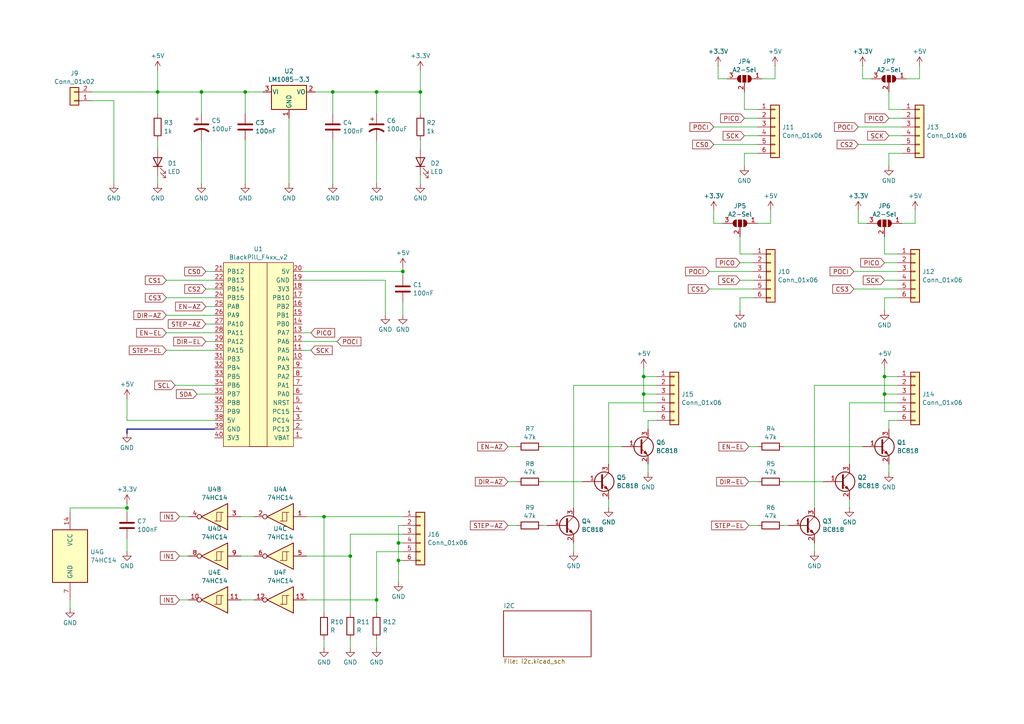
<source format=kicad_sch>
(kicad_sch
	(version 20231120)
	(generator "eeschema")
	(generator_version "8.0")
	(uuid "c1caf198-39aa-41db-9fe6-a03bb1951cde")
	(paper "A4")
	
	(junction
		(at 45.72 26.67)
		(diameter 0)
		(color 0 0 0 0)
		(uuid "053b6d78-a754-4fdd-83cc-00c072db8a8e")
	)
	(junction
		(at 58.42 26.67)
		(diameter 0)
		(color 0 0 0 0)
		(uuid "30180804-8a51-4a80-a775-46444f2976e3")
	)
	(junction
		(at 186.69 109.22)
		(diameter 0)
		(color 0 0 0 0)
		(uuid "31ec80fc-4d26-4a20-9691-c2f12393994e")
	)
	(junction
		(at 109.22 26.67)
		(diameter 0)
		(color 0 0 0 0)
		(uuid "34c91c80-3ae0-40f1-988c-ca04de2eba24")
	)
	(junction
		(at 36.83 147.32)
		(diameter 0)
		(color 0 0 0 0)
		(uuid "43e7f4f6-be31-465e-a01e-ea87cab4a007")
	)
	(junction
		(at 109.22 173.99)
		(diameter 0)
		(color 0 0 0 0)
		(uuid "4bd989cc-ee49-476d-860a-7ec7a4d8ebbf")
	)
	(junction
		(at 121.92 26.67)
		(diameter 0)
		(color 0 0 0 0)
		(uuid "4e338f85-c3f1-4bc4-ad1c-5b55a3056017")
	)
	(junction
		(at 186.69 114.3)
		(diameter 0)
		(color 0 0 0 0)
		(uuid "6b14b3ca-7f60-4d16-bfa4-2538209ce61a")
	)
	(junction
		(at 101.6 161.29)
		(diameter 0)
		(color 0 0 0 0)
		(uuid "6c483e9a-9cee-4873-ae7d-16a72aeed2cc")
	)
	(junction
		(at 256.54 109.22)
		(diameter 0)
		(color 0 0 0 0)
		(uuid "74ed6129-d9ac-49de-ace5-6b3a044e9a42")
	)
	(junction
		(at 115.57 157.48)
		(diameter 0)
		(color 0 0 0 0)
		(uuid "93f62f03-3f79-4b97-a89f-571c7e1899c6")
	)
	(junction
		(at 115.57 162.56)
		(diameter 0)
		(color 0 0 0 0)
		(uuid "96937d34-0d18-426b-8283-4033a461c096")
	)
	(junction
		(at 96.52 26.67)
		(diameter 0)
		(color 0 0 0 0)
		(uuid "a043115b-d2ec-48cd-b772-2a66c4003e8b")
	)
	(junction
		(at 93.98 149.86)
		(diameter 0)
		(color 0 0 0 0)
		(uuid "a908b9c7-1b6f-4d80-8bc8-9233865d0a44")
	)
	(junction
		(at 256.54 114.3)
		(diameter 0)
		(color 0 0 0 0)
		(uuid "b79160b1-8489-4f53-87a7-d0b7791f9802")
	)
	(junction
		(at 116.84 78.74)
		(diameter 0)
		(color 0 0 0 0)
		(uuid "dd19121d-b811-449e-8462-04e04d4e0207")
	)
	(junction
		(at 71.12 26.67)
		(diameter 0)
		(color 0 0 0 0)
		(uuid "e5345c80-4399-4e75-af2b-0685f3b4cbcd")
	)
	(wire
		(pts
			(xy 186.69 114.3) (xy 186.69 119.38)
		)
		(stroke
			(width 0)
			(type default)
		)
		(uuid "0287d7a4-f795-4942-a574-25a2091f8943")
	)
	(wire
		(pts
			(xy 121.92 50.8) (xy 121.92 53.34)
		)
		(stroke
			(width 0)
			(type default)
		)
		(uuid "08feb103-77a4-4727-b10b-ab7ae5b91d2a")
	)
	(wire
		(pts
			(xy 58.42 40.64) (xy 58.42 53.34)
		)
		(stroke
			(width 0)
			(type default)
		)
		(uuid "0c7e452e-7ee5-45b5-b22d-ba710fbcd10e")
	)
	(wire
		(pts
			(xy 20.32 147.32) (xy 36.83 147.32)
		)
		(stroke
			(width 0)
			(type default)
		)
		(uuid "0d2039ea-286f-4711-82f6-febba99e8a55")
	)
	(wire
		(pts
			(xy 87.63 78.74) (xy 116.84 78.74)
		)
		(stroke
			(width 0)
			(type default)
		)
		(uuid "0e0212c9-8c33-4d26-91e3-72d616eaad15")
	)
	(wire
		(pts
			(xy 262.89 22.86) (xy 266.7 22.86)
		)
		(stroke
			(width 0)
			(type default)
		)
		(uuid "0fd53a82-88e2-44f3-a0dc-1a9a3ecd004f")
	)
	(wire
		(pts
			(xy 246.38 116.84) (xy 246.38 134.62)
		)
		(stroke
			(width 0)
			(type default)
		)
		(uuid "10b36800-7c4e-46f1-a69f-bc44ff5ed752")
	)
	(wire
		(pts
			(xy 36.83 146.05) (xy 36.83 147.32)
		)
		(stroke
			(width 0)
			(type default)
		)
		(uuid "119e6783-8287-4712-aa18-d596b8818ee5")
	)
	(wire
		(pts
			(xy 187.96 124.46) (xy 187.96 121.92)
		)
		(stroke
			(width 0)
			(type default)
		)
		(uuid "134b6fa9-cd00-4f0d-92d6-214851531864")
	)
	(wire
		(pts
			(xy 157.48 139.7) (xy 168.91 139.7)
		)
		(stroke
			(width 0)
			(type default)
		)
		(uuid "14719905-be24-4b91-9923-f8ea11a11482")
	)
	(wire
		(pts
			(xy 87.63 99.06) (xy 97.79 99.06)
		)
		(stroke
			(width 0)
			(type default)
		)
		(uuid "17d1163b-535f-4f14-9bd1-3781a7cd154f")
	)
	(wire
		(pts
			(xy 250.19 19.05) (xy 250.19 22.86)
		)
		(stroke
			(width 0)
			(type default)
		)
		(uuid "180ffebe-fb0d-4a7a-b124-d2cabe2d268f")
	)
	(wire
		(pts
			(xy 52.07 161.29) (xy 54.61 161.29)
		)
		(stroke
			(width 0)
			(type default)
		)
		(uuid "18df3df5-11ff-457a-8135-ca003f5460c4")
	)
	(wire
		(pts
			(xy 69.85 161.29) (xy 73.66 161.29)
		)
		(stroke
			(width 0)
			(type default)
		)
		(uuid "1914074f-1e1c-4435-9340-4cc8ad3434a5")
	)
	(wire
		(pts
			(xy 208.28 19.05) (xy 208.28 22.86)
		)
		(stroke
			(width 0)
			(type default)
		)
		(uuid "1a687efc-bc01-4711-b1c9-f5f03da6ed2e")
	)
	(wire
		(pts
			(xy 147.32 152.4) (xy 149.86 152.4)
		)
		(stroke
			(width 0)
			(type default)
		)
		(uuid "1c6b65e2-3697-49af-b058-975a5ed21f09")
	)
	(wire
		(pts
			(xy 116.84 87.63) (xy 116.84 91.44)
		)
		(stroke
			(width 0)
			(type default)
		)
		(uuid "1c7faee6-36f5-4a95-8730-d2892c831425")
	)
	(wire
		(pts
			(xy 71.12 40.64) (xy 71.12 53.34)
		)
		(stroke
			(width 0)
			(type default)
		)
		(uuid "1d0d5e65-0742-446b-a1b8-fb58ee00cc62")
	)
	(wire
		(pts
			(xy 166.37 111.76) (xy 190.5 111.76)
		)
		(stroke
			(width 0)
			(type default)
		)
		(uuid "1ee9c1d9-c999-4b5f-9320-bb9d49469a3c")
	)
	(wire
		(pts
			(xy 109.22 40.64) (xy 109.22 53.34)
		)
		(stroke
			(width 0)
			(type default)
		)
		(uuid "21e3cc21-d788-4061-8671-4e706e182b30")
	)
	(wire
		(pts
			(xy 115.57 152.4) (xy 115.57 157.48)
		)
		(stroke
			(width 0)
			(type default)
		)
		(uuid "258540a3-fea5-4dea-a48f-9023eaab68dc")
	)
	(wire
		(pts
			(xy 57.15 114.3) (xy 62.23 114.3)
		)
		(stroke
			(width 0)
			(type default)
		)
		(uuid "29b541e0-3a38-4915-850c-467d4aa7c67c")
	)
	(wire
		(pts
			(xy 115.57 162.56) (xy 116.84 162.56)
		)
		(stroke
			(width 0)
			(type default)
		)
		(uuid "2ab4b424-d260-4c2d-b38d-10e05bd914b2")
	)
	(wire
		(pts
			(xy 48.26 86.36) (xy 62.23 86.36)
		)
		(stroke
			(width 0)
			(type default)
		)
		(uuid "2b965b8c-a7cc-4a39-b73f-188d410a17ba")
	)
	(wire
		(pts
			(xy 96.52 26.67) (xy 109.22 26.67)
		)
		(stroke
			(width 0)
			(type default)
		)
		(uuid "2d33a81e-e531-40bd-a902-1ab6eb496027")
	)
	(wire
		(pts
			(xy 257.81 124.46) (xy 257.81 121.92)
		)
		(stroke
			(width 0)
			(type default)
		)
		(uuid "2de203a2-bf42-476e-a588-c0f84a37793e")
	)
	(wire
		(pts
			(xy 45.72 50.8) (xy 45.72 53.34)
		)
		(stroke
			(width 0)
			(type default)
		)
		(uuid "2e5fbcc3-911b-4f7d-8635-da10430ecdf4")
	)
	(wire
		(pts
			(xy 261.62 44.45) (xy 257.81 44.45)
		)
		(stroke
			(width 0)
			(type default)
		)
		(uuid "2eed5c52-d276-4b27-8351-32148b4eda07")
	)
	(wire
		(pts
			(xy 50.8 111.76) (xy 62.23 111.76)
		)
		(stroke
			(width 0)
			(type default)
		)
		(uuid "30113e4d-506a-46a0-b8ac-5fcfb77d252c")
	)
	(wire
		(pts
			(xy 36.83 115.57) (xy 36.83 121.92)
		)
		(stroke
			(width 0)
			(type default)
		)
		(uuid "3026f348-33d8-439f-aec6-cb949e2180a8")
	)
	(wire
		(pts
			(xy 121.92 26.67) (xy 121.92 33.02)
		)
		(stroke
			(width 0)
			(type default)
		)
		(uuid "3045edf0-f42a-4943-8f4c-c3ad3979a285")
	)
	(wire
		(pts
			(xy 48.26 101.6) (xy 62.23 101.6)
		)
		(stroke
			(width 0)
			(type default)
		)
		(uuid "304cbe2e-eac1-43c9-9d81-c67c81ff9dbb")
	)
	(wire
		(pts
			(xy 236.22 147.32) (xy 236.22 111.76)
		)
		(stroke
			(width 0)
			(type default)
		)
		(uuid "31638789-4724-4ea0-8cea-3556553f99e6")
	)
	(wire
		(pts
			(xy 116.84 78.74) (xy 116.84 80.01)
		)
		(stroke
			(width 0)
			(type default)
		)
		(uuid "33bc6786-aeeb-4049-a2c5-03259e244d85")
	)
	(wire
		(pts
			(xy 257.81 26.67) (xy 257.81 31.75)
		)
		(stroke
			(width 0)
			(type default)
		)
		(uuid "33d67b0b-00e4-4d65-9b79-7046052d062f")
	)
	(wire
		(pts
			(xy 236.22 157.48) (xy 236.22 160.02)
		)
		(stroke
			(width 0)
			(type default)
		)
		(uuid "392ddb64-363a-42bd-8dbd-2f0fe0ec69af")
	)
	(wire
		(pts
			(xy 109.22 26.67) (xy 121.92 26.67)
		)
		(stroke
			(width 0)
			(type default)
		)
		(uuid "3a348185-b2c4-4998-8ba6-35e14ccf2faa")
	)
	(wire
		(pts
			(xy 219.71 44.45) (xy 215.9 44.45)
		)
		(stroke
			(width 0)
			(type default)
		)
		(uuid "3d0b595f-ecda-4982-a5e4-31b2a6bbbde5")
	)
	(wire
		(pts
			(xy 147.32 129.54) (xy 149.86 129.54)
		)
		(stroke
			(width 0)
			(type default)
		)
		(uuid "3dfe7eee-0352-474e-8fbb-2b592bd86e23")
	)
	(wire
		(pts
			(xy 121.92 26.67) (xy 121.92 20.32)
		)
		(stroke
			(width 0)
			(type default)
		)
		(uuid "3e06aa41-527a-4fd0-b277-1ad97a7ccf29")
	)
	(wire
		(pts
			(xy 52.07 149.86) (xy 54.61 149.86)
		)
		(stroke
			(width 0)
			(type default)
		)
		(uuid "3f81bfcc-e87c-4ad2-9dc9-e31bc237594e")
	)
	(wire
		(pts
			(xy 186.69 114.3) (xy 190.5 114.3)
		)
		(stroke
			(width 0)
			(type default)
		)
		(uuid "3fe71fae-40fd-4668-8b55-41c49da22692")
	)
	(wire
		(pts
			(xy 20.32 148.59) (xy 20.32 147.32)
		)
		(stroke
			(width 0)
			(type default)
		)
		(uuid "40358b20-eef1-4bce-b1c6-20c6fbbbe9eb")
	)
	(wire
		(pts
			(xy 207.01 41.91) (xy 219.71 41.91)
		)
		(stroke
			(width 0)
			(type default)
		)
		(uuid "404d48cf-8ea2-41f7-9458-1b9888866361")
	)
	(wire
		(pts
			(xy 116.84 160.02) (xy 109.22 160.02)
		)
		(stroke
			(width 0)
			(type default)
		)
		(uuid "425a6c5f-ca47-45e8-85be-d64a50bd3f12")
	)
	(wire
		(pts
			(xy 101.6 161.29) (xy 101.6 177.8)
		)
		(stroke
			(width 0)
			(type default)
		)
		(uuid "49802d7a-6eee-4ce4-84e0-ac5cd198582f")
	)
	(wire
		(pts
			(xy 157.48 152.4) (xy 158.75 152.4)
		)
		(stroke
			(width 0)
			(type default)
		)
		(uuid "49db158e-815e-4da2-9057-941456525260")
	)
	(wire
		(pts
			(xy 69.85 173.99) (xy 73.66 173.99)
		)
		(stroke
			(width 0)
			(type default)
		)
		(uuid "4b0d0934-5a87-4885-b269-6c88a00af334")
	)
	(wire
		(pts
			(xy 217.17 129.54) (xy 219.71 129.54)
		)
		(stroke
			(width 0)
			(type default)
		)
		(uuid "4b926e44-a82f-49d0-a542-e1920380dbb4")
	)
	(wire
		(pts
			(xy 257.81 121.92) (xy 260.35 121.92)
		)
		(stroke
			(width 0)
			(type default)
		)
		(uuid "4e068245-c7e6-43e0-95ae-1a41671ddfb8")
	)
	(wire
		(pts
			(xy 69.85 149.86) (xy 73.66 149.86)
		)
		(stroke
			(width 0)
			(type default)
		)
		(uuid "4f9672dc-d742-430f-8d11-bac66a76a5da")
	)
	(wire
		(pts
			(xy 96.52 40.64) (xy 96.52 53.34)
		)
		(stroke
			(width 0)
			(type default)
		)
		(uuid "50aa3d97-997d-4fd6-ab54-567b482f45ea")
	)
	(wire
		(pts
			(xy 187.96 121.92) (xy 190.5 121.92)
		)
		(stroke
			(width 0)
			(type default)
		)
		(uuid "51f38ca2-600e-4e8c-bb35-9cfe4c20d790")
	)
	(wire
		(pts
			(xy 265.43 64.77) (xy 265.43 60.96)
		)
		(stroke
			(width 0)
			(type default)
		)
		(uuid "53a1d026-179d-426a-882c-5ce0add475ee")
	)
	(wire
		(pts
			(xy 257.81 34.29) (xy 261.62 34.29)
		)
		(stroke
			(width 0)
			(type default)
		)
		(uuid "53d771fc-9657-4eb2-a128-ec5da09da939")
	)
	(wire
		(pts
			(xy 224.79 22.86) (xy 224.79 19.05)
		)
		(stroke
			(width 0)
			(type default)
		)
		(uuid "552848fa-2540-40fe-a2ec-740a859d829c")
	)
	(wire
		(pts
			(xy 207.01 64.77) (xy 209.55 64.77)
		)
		(stroke
			(width 0)
			(type default)
		)
		(uuid "55a7022a-0d03-4d11-ba65-900e0aa329e5")
	)
	(wire
		(pts
			(xy 250.19 22.86) (xy 252.73 22.86)
		)
		(stroke
			(width 0)
			(type default)
		)
		(uuid "5684e5cf-6465-4960-8753-b85d8aa62bb9")
	)
	(wire
		(pts
			(xy 121.92 40.64) (xy 121.92 43.18)
		)
		(stroke
			(width 0)
			(type default)
		)
		(uuid "5760cb29-1335-4b83-b163-d4aba02f07d4")
	)
	(wire
		(pts
			(xy 109.22 26.67) (xy 109.22 33.02)
		)
		(stroke
			(width 0)
			(type default)
		)
		(uuid "5b8c8116-deb3-4d7b-b410-a2763f24add4")
	)
	(wire
		(pts
			(xy 248.92 41.91) (xy 261.62 41.91)
		)
		(stroke
			(width 0)
			(type default)
		)
		(uuid "5bae489a-548e-417e-947c-9c6dc3eea9aa")
	)
	(wire
		(pts
			(xy 257.81 134.62) (xy 257.81 137.16)
		)
		(stroke
			(width 0)
			(type default)
		)
		(uuid "5f467250-51cd-4833-8da2-0f1effb997e0")
	)
	(wire
		(pts
			(xy 45.72 26.67) (xy 45.72 33.02)
		)
		(stroke
			(width 0)
			(type default)
		)
		(uuid "5fc43854-b24e-4b02-a34e-df96ee03167e")
	)
	(wire
		(pts
			(xy 256.54 86.36) (xy 256.54 90.17)
		)
		(stroke
			(width 0)
			(type default)
		)
		(uuid "5fe3e5ff-91be-4c6d-b6b6-1c2ce92fadb0")
	)
	(wire
		(pts
			(xy 71.12 26.67) (xy 76.2 26.67)
		)
		(stroke
			(width 0)
			(type default)
		)
		(uuid "61118c49-867a-4e1b-9e0b-b5ab3dba1810")
	)
	(wire
		(pts
			(xy 109.22 173.99) (xy 88.9 173.99)
		)
		(stroke
			(width 0)
			(type default)
		)
		(uuid "62effe80-e192-4287-b67b-dbe7c8625dd7")
	)
	(wire
		(pts
			(xy 260.35 86.36) (xy 256.54 86.36)
		)
		(stroke
			(width 0)
			(type default)
		)
		(uuid "64dd1bfa-9219-495e-a36f-023af554172a")
	)
	(wire
		(pts
			(xy 256.54 109.22) (xy 260.35 109.22)
		)
		(stroke
			(width 0)
			(type default)
		)
		(uuid "6630f7d4-3e84-4af9-8aab-e2cde58f1799")
	)
	(wire
		(pts
			(xy 101.6 154.94) (xy 116.84 154.94)
		)
		(stroke
			(width 0)
			(type default)
		)
		(uuid "664f066c-ea98-4e85-9a6a-4605f8e970e1")
	)
	(wire
		(pts
			(xy 157.48 129.54) (xy 180.34 129.54)
		)
		(stroke
			(width 0)
			(type default)
		)
		(uuid "6828a9fe-3721-4e34-80c5-1122d98d211c")
	)
	(wire
		(pts
			(xy 59.69 88.9) (xy 62.23 88.9)
		)
		(stroke
			(width 0)
			(type default)
		)
		(uuid "69aaba23-a02b-41b3-a14a-8dc81668ea9f")
	)
	(wire
		(pts
			(xy 109.22 185.42) (xy 109.22 187.96)
		)
		(stroke
			(width 0)
			(type default)
		)
		(uuid "69e20aba-e4e9-4a69-be4b-7ce3597a42d5")
	)
	(wire
		(pts
			(xy 217.17 152.4) (xy 219.71 152.4)
		)
		(stroke
			(width 0)
			(type default)
		)
		(uuid "6d2fc019-264b-4aed-a75c-fa68fc383957")
	)
	(wire
		(pts
			(xy 219.71 31.75) (xy 215.9 31.75)
		)
		(stroke
			(width 0)
			(type default)
		)
		(uuid "6dcb020b-c8f5-4f98-b0d9-f3a75654e779")
	)
	(wire
		(pts
			(xy 93.98 149.86) (xy 93.98 177.8)
		)
		(stroke
			(width 0)
			(type default)
		)
		(uuid "6faa8bfa-3b24-4c1d-9bc1-8271baa6ba4e")
	)
	(wire
		(pts
			(xy 109.22 160.02) (xy 109.22 173.99)
		)
		(stroke
			(width 0)
			(type default)
		)
		(uuid "7143dc76-193f-4f4c-8cbb-ebabd2b5e59c")
	)
	(wire
		(pts
			(xy 59.69 78.74) (xy 62.23 78.74)
		)
		(stroke
			(width 0)
			(type default)
		)
		(uuid "71b45e69-89b3-49ca-9987-85d9c78b637c")
	)
	(wire
		(pts
			(xy 260.35 116.84) (xy 246.38 116.84)
		)
		(stroke
			(width 0)
			(type default)
		)
		(uuid "75660287-e83b-480c-a9a5-7b7036124d32")
	)
	(wire
		(pts
			(xy 115.57 157.48) (xy 116.84 157.48)
		)
		(stroke
			(width 0)
			(type default)
		)
		(uuid "757daccd-45f2-49b1-8cdc-cbf416bf7ebd")
	)
	(wire
		(pts
			(xy 227.33 129.54) (xy 250.19 129.54)
		)
		(stroke
			(width 0)
			(type default)
		)
		(uuid "76050b92-6f9f-4fd9-b572-544fafd33f27")
	)
	(wire
		(pts
			(xy 248.92 64.77) (xy 251.46 64.77)
		)
		(stroke
			(width 0)
			(type default)
		)
		(uuid "787386e5-c190-4074-ba58-1aa6f7f6501d")
	)
	(wire
		(pts
			(xy 115.57 162.56) (xy 115.57 168.91)
		)
		(stroke
			(width 0)
			(type default)
		)
		(uuid "795ba242-68e8-4fed-9f4b-a327e4925732")
	)
	(wire
		(pts
			(xy 83.82 34.29) (xy 83.82 53.34)
		)
		(stroke
			(width 0)
			(type default)
		)
		(uuid "799cc251-1da4-4e0b-b3bd-71b377383b9e")
	)
	(wire
		(pts
			(xy 58.42 26.67) (xy 45.72 26.67)
		)
		(stroke
			(width 0)
			(type default)
		)
		(uuid "79e801b9-2328-45a8-be68-e95a6a7e1690")
	)
	(wire
		(pts
			(xy 187.96 134.62) (xy 187.96 137.16)
		)
		(stroke
			(width 0)
			(type default)
		)
		(uuid "7afb29d6-f882-47fc-9e28-0d8499fa2cf1")
	)
	(wire
		(pts
			(xy 93.98 185.42) (xy 93.98 187.96)
		)
		(stroke
			(width 0)
			(type default)
		)
		(uuid "7b445274-ef2c-4b25-8994-a943db90a8ed")
	)
	(wire
		(pts
			(xy 176.53 144.78) (xy 176.53 147.32)
		)
		(stroke
			(width 0)
			(type default)
		)
		(uuid "7e091e00-3d6a-4896-86fe-8f629c195f88")
	)
	(wire
		(pts
			(xy 71.12 26.67) (xy 71.12 33.02)
		)
		(stroke
			(width 0)
			(type default)
		)
		(uuid "7f0643f6-3826-4ee7-afd7-ad747b65a74b")
	)
	(wire
		(pts
			(xy 205.74 83.82) (xy 218.44 83.82)
		)
		(stroke
			(width 0)
			(type default)
		)
		(uuid "81376fa9-4865-4958-b3cd-467ac49824c5")
	)
	(wire
		(pts
			(xy 215.9 26.67) (xy 215.9 31.75)
		)
		(stroke
			(width 0)
			(type default)
		)
		(uuid "82538ae7-172d-4a8c-ae87-7b09e617fbf6")
	)
	(wire
		(pts
			(xy 52.07 173.99) (xy 54.61 173.99)
		)
		(stroke
			(width 0)
			(type default)
		)
		(uuid "851ac736-989a-4e76-a45f-c6dcc3276de1")
	)
	(wire
		(pts
			(xy 257.81 44.45) (xy 257.81 48.26)
		)
		(stroke
			(width 0)
			(type default)
		)
		(uuid "854fa227-9626-4f09-ae6e-fa58a27f453f")
	)
	(wire
		(pts
			(xy 260.35 73.66) (xy 256.54 73.66)
		)
		(stroke
			(width 0)
			(type default)
		)
		(uuid "85eba505-4e18-498b-8cb7-007d9efe2d4b")
	)
	(wire
		(pts
			(xy 256.54 109.22) (xy 256.54 114.3)
		)
		(stroke
			(width 0)
			(type default)
		)
		(uuid "86c79e4f-d231-48e5-9ce3-e5e68fd4afd9")
	)
	(wire
		(pts
			(xy 59.69 83.82) (xy 62.23 83.82)
		)
		(stroke
			(width 0)
			(type default)
		)
		(uuid "8750eb36-0159-4fcc-a575-6cd5e9f1ab22")
	)
	(wire
		(pts
			(xy 93.98 149.86) (xy 116.84 149.86)
		)
		(stroke
			(width 0)
			(type default)
		)
		(uuid "885bec9e-e8f5-4fb1-994c-7844492318ca")
	)
	(wire
		(pts
			(xy 214.63 76.2) (xy 218.44 76.2)
		)
		(stroke
			(width 0)
			(type default)
		)
		(uuid "88d9404d-7e2d-4c85-97bd-aea3963a9ee9")
	)
	(wire
		(pts
			(xy 247.65 78.74) (xy 260.35 78.74)
		)
		(stroke
			(width 0)
			(type default)
		)
		(uuid "899ada8a-9d73-4bfe-bc16-6f19c5a15703")
	)
	(wire
		(pts
			(xy 205.74 78.74) (xy 218.44 78.74)
		)
		(stroke
			(width 0)
			(type default)
		)
		(uuid "8b4fdc3c-c2b0-47ef-9377-434063914675")
	)
	(wire
		(pts
			(xy 190.5 116.84) (xy 176.53 116.84)
		)
		(stroke
			(width 0)
			(type default)
		)
		(uuid "9053675d-0f42-4112-846a-2367e26a55d4")
	)
	(wire
		(pts
			(xy 115.57 157.48) (xy 115.57 162.56)
		)
		(stroke
			(width 0)
			(type default)
		)
		(uuid "90acd08c-ca83-4b9d-9709-b4eec9b985d5")
	)
	(wire
		(pts
			(xy 48.26 96.52) (xy 62.23 96.52)
		)
		(stroke
			(width 0)
			(type default)
		)
		(uuid "90ee3d64-2da0-49ff-b062-52456b9fb5f0")
	)
	(wire
		(pts
			(xy 58.42 26.67) (xy 71.12 26.67)
		)
		(stroke
			(width 0)
			(type default)
		)
		(uuid "971b5afe-30ee-461c-839b-bc3e1d692207")
	)
	(wire
		(pts
			(xy 176.53 116.84) (xy 176.53 134.62)
		)
		(stroke
			(width 0)
			(type default)
		)
		(uuid "97756179-322c-4942-bfed-2fbf559a2b8b")
	)
	(wire
		(pts
			(xy 256.54 119.38) (xy 260.35 119.38)
		)
		(stroke
			(width 0)
			(type default)
		)
		(uuid "9a2fb7c6-a0df-40e5-8fd6-7e651e84e23f")
	)
	(wire
		(pts
			(xy 111.76 81.28) (xy 111.76 91.44)
		)
		(stroke
			(width 0)
			(type default)
		)
		(uuid "9b3bd2fe-00f7-42d6-8ce2-b9e19ed79d7c")
	)
	(wire
		(pts
			(xy 207.01 36.83) (xy 219.71 36.83)
		)
		(stroke
			(width 0)
			(type default)
		)
		(uuid "9d384aed-d53d-4331-adca-bb3137476f65")
	)
	(wire
		(pts
			(xy 217.17 139.7) (xy 219.71 139.7)
		)
		(stroke
			(width 0)
			(type default)
		)
		(uuid "9d3bc73e-8276-4342-9fd0-1e807f7109c2")
	)
	(wire
		(pts
			(xy 101.6 187.96) (xy 101.6 185.42)
		)
		(stroke
			(width 0)
			(type default)
		)
		(uuid "9e79b858-0f33-4ecd-bbab-f95bc4ae3466")
	)
	(wire
		(pts
			(xy 101.6 161.29) (xy 88.9 161.29)
		)
		(stroke
			(width 0)
			(type default)
		)
		(uuid "9f0bd0c9-5394-4c57-a4f7-bfbf27d59a20")
	)
	(wire
		(pts
			(xy 248.92 36.83) (xy 261.62 36.83)
		)
		(stroke
			(width 0)
			(type default)
		)
		(uuid "a0db5ab8-7ca7-4c82-a711-67c8556ec986")
	)
	(wire
		(pts
			(xy 59.69 93.98) (xy 62.23 93.98)
		)
		(stroke
			(width 0)
			(type default)
		)
		(uuid "a1770914-25c3-491d-8a42-895c0a28ae36")
	)
	(wire
		(pts
			(xy 214.63 68.58) (xy 214.63 73.66)
		)
		(stroke
			(width 0)
			(type default)
		)
		(uuid "a3e9a1a6-95b5-4690-9780-62a31020695d")
	)
	(wire
		(pts
			(xy 257.81 39.37) (xy 261.62 39.37)
		)
		(stroke
			(width 0)
			(type default)
		)
		(uuid "a445fb59-d980-4d15-9530-497288844f08")
	)
	(wire
		(pts
			(xy 87.63 101.6) (xy 90.17 101.6)
		)
		(stroke
			(width 0)
			(type default)
		)
		(uuid "a516b831-66ec-4783-9185-7e07959b810f")
	)
	(wire
		(pts
			(xy 186.69 119.38) (xy 190.5 119.38)
		)
		(stroke
			(width 0)
			(type default)
		)
		(uuid "a685a5ec-e60f-45ca-8e82-6f92a4116467")
	)
	(wire
		(pts
			(xy 223.52 64.77) (xy 223.52 60.96)
		)
		(stroke
			(width 0)
			(type default)
		)
		(uuid "ab4ae984-a938-4fe8-ab4d-05d9b11cb09e")
	)
	(wire
		(pts
			(xy 248.92 60.96) (xy 248.92 64.77)
		)
		(stroke
			(width 0)
			(type default)
		)
		(uuid "ab9406bf-b14e-45b1-a260-996cacc30a19")
	)
	(wire
		(pts
			(xy 261.62 64.77) (xy 265.43 64.77)
		)
		(stroke
			(width 0)
			(type default)
		)
		(uuid "aba8aafa-57b4-43ae-8c35-4395cf1d4da7")
	)
	(wire
		(pts
			(xy 36.83 156.21) (xy 36.83 160.02)
		)
		(stroke
			(width 0)
			(type default)
		)
		(uuid "adb5b4cf-50ff-41a8-9606-a01622bbc11f")
	)
	(bus
		(pts
			(xy 62.23 124.46) (xy 36.83 124.46)
		)
		(stroke
			(width 0)
			(type default)
		)
		(uuid "b1b12221-c5af-464b-a5d8-726acad14be8")
	)
	(wire
		(pts
			(xy 227.33 139.7) (xy 238.76 139.7)
		)
		(stroke
			(width 0)
			(type default)
		)
		(uuid "b3e3032e-59f4-4607-a834-6c2dd24a34b7")
	)
	(wire
		(pts
			(xy 215.9 44.45) (xy 215.9 48.26)
		)
		(stroke
			(width 0)
			(type default)
		)
		(uuid "b47e5eba-a876-4625-88aa-6b41dc889dcc")
	)
	(bus
		(pts
			(xy 36.83 124.46) (xy 36.83 125.73)
		)
		(stroke
			(width 0)
			(type default)
		)
		(uuid "b527789a-762c-4c89-9cf8-625ff4a818f0")
	)
	(wire
		(pts
			(xy 208.28 22.86) (xy 210.82 22.86)
		)
		(stroke
			(width 0)
			(type default)
		)
		(uuid "b6c1364a-1a3b-46ec-85f3-de1881994737")
	)
	(wire
		(pts
			(xy 218.44 86.36) (xy 214.63 86.36)
		)
		(stroke
			(width 0)
			(type default)
		)
		(uuid "b6c4ecc5-8993-46ae-94dc-b6e743775957")
	)
	(wire
		(pts
			(xy 48.26 81.28) (xy 62.23 81.28)
		)
		(stroke
			(width 0)
			(type default)
		)
		(uuid "b8b06fbf-5ebf-40d2-8b10-316071e76c6c")
	)
	(wire
		(pts
			(xy 261.62 31.75) (xy 257.81 31.75)
		)
		(stroke
			(width 0)
			(type default)
		)
		(uuid "b9578cbc-5b5c-4faa-b911-663cc7990e85")
	)
	(wire
		(pts
			(xy 256.54 114.3) (xy 260.35 114.3)
		)
		(stroke
			(width 0)
			(type default)
		)
		(uuid "bb739f95-eabc-4753-976b-2586ec419964")
	)
	(wire
		(pts
			(xy 214.63 81.28) (xy 218.44 81.28)
		)
		(stroke
			(width 0)
			(type default)
		)
		(uuid "c11ad298-b6cd-4b5f-a2a0-2900c60176aa")
	)
	(wire
		(pts
			(xy 91.44 26.67) (xy 96.52 26.67)
		)
		(stroke
			(width 0)
			(type default)
		)
		(uuid "c12f66e3-759d-4de2-9ff6-e444592fa788")
	)
	(wire
		(pts
			(xy 247.65 83.82) (xy 260.35 83.82)
		)
		(stroke
			(width 0)
			(type default)
		)
		(uuid "c207430c-c97b-4d30-8c70-9ffc77edeed1")
	)
	(wire
		(pts
			(xy 218.44 73.66) (xy 214.63 73.66)
		)
		(stroke
			(width 0)
			(type default)
		)
		(uuid "c4d38acc-2451-4e7b-a6e0-7501535b1434")
	)
	(wire
		(pts
			(xy 116.84 152.4) (xy 115.57 152.4)
		)
		(stroke
			(width 0)
			(type default)
		)
		(uuid "c7522aaa-828a-493f-b93e-ed57f1922793")
	)
	(wire
		(pts
			(xy 147.32 139.7) (xy 149.86 139.7)
		)
		(stroke
			(width 0)
			(type default)
		)
		(uuid "c761d299-a47a-434f-9a1d-e13dff68161e")
	)
	(wire
		(pts
			(xy 87.63 81.28) (xy 111.76 81.28)
		)
		(stroke
			(width 0)
			(type default)
		)
		(uuid "c8ee7f57-0dc6-4ef5-926e-d3e11babad07")
	)
	(wire
		(pts
			(xy 227.33 152.4) (xy 228.6 152.4)
		)
		(stroke
			(width 0)
			(type default)
		)
		(uuid "c91adbea-4ccb-4270-8e85-9b9b44506b05")
	)
	(wire
		(pts
			(xy 256.54 114.3) (xy 256.54 119.38)
		)
		(stroke
			(width 0)
			(type default)
		)
		(uuid "ca2b0953-b069-4853-8742-ecbde0ef1f19")
	)
	(wire
		(pts
			(xy 256.54 81.28) (xy 260.35 81.28)
		)
		(stroke
			(width 0)
			(type default)
		)
		(uuid "cb3610c5-ad14-4bbb-8391-9814921ba6de")
	)
	(wire
		(pts
			(xy 186.69 109.22) (xy 190.5 109.22)
		)
		(stroke
			(width 0)
			(type default)
		)
		(uuid "cb897f7b-da15-4eb1-a844-e01c3f4f19c4")
	)
	(wire
		(pts
			(xy 33.02 29.21) (xy 33.02 53.34)
		)
		(stroke
			(width 0)
			(type default)
		)
		(uuid "cbded53a-69db-471d-b83d-f53098880128")
	)
	(wire
		(pts
			(xy 87.63 96.52) (xy 90.17 96.52)
		)
		(stroke
			(width 0)
			(type default)
		)
		(uuid "cc24fe8a-2890-43cf-bbc7-e50d32b689ff")
	)
	(wire
		(pts
			(xy 116.84 77.47) (xy 116.84 78.74)
		)
		(stroke
			(width 0)
			(type default)
		)
		(uuid "cd0fabb2-0995-4216-8bcf-77cb40b36d6f")
	)
	(wire
		(pts
			(xy 256.54 68.58) (xy 256.54 73.66)
		)
		(stroke
			(width 0)
			(type default)
		)
		(uuid "cd32f3d9-8b8c-43d7-a28a-845e71e2efe8")
	)
	(wire
		(pts
			(xy 215.9 34.29) (xy 219.71 34.29)
		)
		(stroke
			(width 0)
			(type default)
		)
		(uuid "cdb2914d-4ce0-4bf1-b4ad-41f0e7b6086a")
	)
	(wire
		(pts
			(xy 186.69 106.68) (xy 186.69 109.22)
		)
		(stroke
			(width 0)
			(type default)
		)
		(uuid "d1e826c4-e25e-4692-bfa5-5f2f5795d17d")
	)
	(wire
		(pts
			(xy 45.72 26.67) (xy 45.72 20.32)
		)
		(stroke
			(width 0)
			(type default)
		)
		(uuid "d2bff0ea-b94f-48c9-b681-345989873e44")
	)
	(wire
		(pts
			(xy 45.72 40.64) (xy 45.72 43.18)
		)
		(stroke
			(width 0)
			(type default)
		)
		(uuid "d2d71abe-3253-4576-a4fd-51d1882b4fdc")
	)
	(wire
		(pts
			(xy 256.54 76.2) (xy 260.35 76.2)
		)
		(stroke
			(width 0)
			(type default)
		)
		(uuid "d2e0ec89-5cf7-475d-9025-c749f7ba1c56")
	)
	(wire
		(pts
			(xy 246.38 144.78) (xy 246.38 147.32)
		)
		(stroke
			(width 0)
			(type default)
		)
		(uuid "d3587c9a-a11d-463b-bc08-1dc56c17c314")
	)
	(wire
		(pts
			(xy 26.67 29.21) (xy 33.02 29.21)
		)
		(stroke
			(width 0)
			(type default)
		)
		(uuid "d49bad5c-c8e6-4057-a88c-3c82e5430cc3")
	)
	(wire
		(pts
			(xy 166.37 157.48) (xy 166.37 160.02)
		)
		(stroke
			(width 0)
			(type default)
		)
		(uuid "d63509ef-f0dd-4996-9332-44d4a6d4a198")
	)
	(wire
		(pts
			(xy 109.22 173.99) (xy 109.22 177.8)
		)
		(stroke
			(width 0)
			(type default)
		)
		(uuid "d6fb32fc-25f5-4c45-98fd-c31c0543abd3")
	)
	(wire
		(pts
			(xy 220.98 22.86) (xy 224.79 22.86)
		)
		(stroke
			(width 0)
			(type default)
		)
		(uuid "dea6a2a8-da3c-450a-a60a-3d600e6b9429")
	)
	(wire
		(pts
			(xy 36.83 147.32) (xy 36.83 148.59)
		)
		(stroke
			(width 0)
			(type default)
		)
		(uuid "dede3cb4-54c9-462f-9d54-06fd328a07b1")
	)
	(wire
		(pts
			(xy 62.23 121.92) (xy 36.83 121.92)
		)
		(stroke
			(width 0)
			(type default)
		)
		(uuid "e053e3b6-ac9d-4146-bc24-fb8c72253e95")
	)
	(wire
		(pts
			(xy 186.69 109.22) (xy 186.69 114.3)
		)
		(stroke
			(width 0)
			(type default)
		)
		(uuid "e203f5ab-ce7b-4cc3-887a-d8b990d663f2")
	)
	(wire
		(pts
			(xy 59.69 99.06) (xy 62.23 99.06)
		)
		(stroke
			(width 0)
			(type default)
		)
		(uuid "e4ecd090-359a-4885-a9d8-9d1af5c8ae25")
	)
	(wire
		(pts
			(xy 266.7 22.86) (xy 266.7 19.05)
		)
		(stroke
			(width 0)
			(type default)
		)
		(uuid "e73cbb90-7b5c-4098-a1fb-5c7f8abc45ae")
	)
	(wire
		(pts
			(xy 215.9 39.37) (xy 219.71 39.37)
		)
		(stroke
			(width 0)
			(type default)
		)
		(uuid "eae49c77-ecba-47a0-bb29-bb9e08c8ad50")
	)
	(wire
		(pts
			(xy 88.9 149.86) (xy 93.98 149.86)
		)
		(stroke
			(width 0)
			(type default)
		)
		(uuid "ec26b86a-7cd5-4561-a6ac-2264c30f891b")
	)
	(wire
		(pts
			(xy 256.54 106.68) (xy 256.54 109.22)
		)
		(stroke
			(width 0)
			(type default)
		)
		(uuid "edc96c11-93bd-4813-8d6f-63f2d1735cf4")
	)
	(wire
		(pts
			(xy 214.63 86.36) (xy 214.63 90.17)
		)
		(stroke
			(width 0)
			(type default)
		)
		(uuid "edefeca0-e230-4b71-9567-48221672fe54")
	)
	(wire
		(pts
			(xy 48.26 91.44) (xy 62.23 91.44)
		)
		(stroke
			(width 0)
			(type default)
		)
		(uuid "f0fab860-ae7d-4848-9a0a-b678640b2497")
	)
	(wire
		(pts
			(xy 219.71 64.77) (xy 223.52 64.77)
		)
		(stroke
			(width 0)
			(type default)
		)
		(uuid "f29f1df4-a886-4800-beae-1ec4a4ab29db")
	)
	(wire
		(pts
			(xy 166.37 147.32) (xy 166.37 111.76)
		)
		(stroke
			(width 0)
			(type default)
		)
		(uuid "f44c6b28-5884-4d2b-a696-5ae045b47fb3")
	)
	(wire
		(pts
			(xy 96.52 26.67) (xy 96.52 33.02)
		)
		(stroke
			(width 0)
			(type default)
		)
		(uuid "f4872a6a-5c81-41ea-85f0-7090b37695a7")
	)
	(wire
		(pts
			(xy 26.67 26.67) (xy 45.72 26.67)
		)
		(stroke
			(width 0)
			(type default)
		)
		(uuid "f65d4ace-406f-48e6-9d2f-e661319db722")
	)
	(wire
		(pts
			(xy 236.22 111.76) (xy 260.35 111.76)
		)
		(stroke
			(width 0)
			(type default)
		)
		(uuid "f73dcb40-0a6a-4adf-b920-744d0fbf1239")
	)
	(wire
		(pts
			(xy 20.32 173.99) (xy 20.32 176.53)
		)
		(stroke
			(width 0)
			(type default)
		)
		(uuid "f92586ce-fbdf-4f61-b047-06988fb99af0")
	)
	(wire
		(pts
			(xy 58.42 26.67) (xy 58.42 33.02)
		)
		(stroke
			(width 0)
			(type default)
		)
		(uuid "fa12eb60-db11-4eb6-9cd7-f1b6c911bd2b")
	)
	(wire
		(pts
			(xy 207.01 60.96) (xy 207.01 64.77)
		)
		(stroke
			(width 0)
			(type default)
		)
		(uuid "fb6eef45-968d-48b8-ab75-f926f1fe678a")
	)
	(wire
		(pts
			(xy 101.6 154.94) (xy 101.6 161.29)
		)
		(stroke
			(width 0)
			(type default)
		)
		(uuid "fb9c44c9-afaa-4d83-ba11-0d48931862fd")
	)
	(global_label "EN-AZ"
		(shape input)
		(at 59.69 88.9 180)
		(fields_autoplaced yes)
		(effects
			(font
				(size 1.27 1.27)
			)
			(justify right)
		)
		(uuid "0172671e-20ee-44b8-aaf0-5adedf12d726")
		(property "Intersheetrefs" "${INTERSHEET_REFS}"
			(at 50.3548 88.9 0)
			(effects
				(font
					(size 1.27 1.27)
				)
				(justify right)
				(hide yes)
			)
		)
	)
	(global_label "CS2"
		(shape input)
		(at 59.69 83.82 180)
		(fields_autoplaced yes)
		(effects
			(font
				(size 1.27 1.27)
			)
			(justify right)
		)
		(uuid "0304a450-38f4-422c-a2bc-65c7907b5baf")
		(property "Intersheetrefs" "${INTERSHEET_REFS}"
			(at 53.0158 83.82 0)
			(effects
				(font
					(size 1.27 1.27)
				)
				(justify right)
				(hide yes)
			)
		)
	)
	(global_label "SCK"
		(shape input)
		(at 256.54 81.28 180)
		(fields_autoplaced yes)
		(effects
			(font
				(size 1.27 1.27)
			)
			(justify right)
		)
		(uuid "1a717d5f-6173-4433-9d67-e64aa9021839")
		(property "Intersheetrefs" "${INTERSHEET_REFS}"
			(at 249.8053 81.28 0)
			(effects
				(font
					(size 1.27 1.27)
				)
				(justify right)
				(hide yes)
			)
		)
	)
	(global_label "STEP-AZ"
		(shape input)
		(at 147.32 152.4 180)
		(fields_autoplaced yes)
		(effects
			(font
				(size 1.27 1.27)
			)
			(justify right)
		)
		(uuid "2bdba534-7c79-49b2-a936-664f0fd1af40")
		(property "Intersheetrefs" "${INTERSHEET_REFS}"
			(at 135.8682 152.4 0)
			(effects
				(font
					(size 1.27 1.27)
				)
				(justify right)
				(hide yes)
			)
		)
	)
	(global_label "CS1"
		(shape input)
		(at 205.74 83.82 180)
		(fields_autoplaced yes)
		(effects
			(font
				(size 1.27 1.27)
			)
			(justify right)
		)
		(uuid "3351715a-1795-42de-9831-0bea58be17b2")
		(property "Intersheetrefs" "${INTERSHEET_REFS}"
			(at 199.0658 83.82 0)
			(effects
				(font
					(size 1.27 1.27)
				)
				(justify right)
				(hide yes)
			)
		)
	)
	(global_label "DIR-AZ"
		(shape input)
		(at 147.32 139.7 180)
		(fields_autoplaced yes)
		(effects
			(font
				(size 1.27 1.27)
			)
			(justify right)
		)
		(uuid "361a0ea6-23ee-471b-b9b1-2a96ca9b7d9e")
		(property "Intersheetrefs" "${INTERSHEET_REFS}"
			(at 137.3195 139.7 0)
			(effects
				(font
					(size 1.27 1.27)
				)
				(justify right)
				(hide yes)
			)
		)
	)
	(global_label "DIR-EL"
		(shape input)
		(at 59.69 99.06 180)
		(fields_autoplaced yes)
		(effects
			(font
				(size 1.27 1.27)
			)
			(justify right)
		)
		(uuid "3ca3b537-7164-4e21-a52d-1e0c234872c4")
		(property "Intersheetrefs" "${INTERSHEET_REFS}"
			(at 49.8105 99.06 0)
			(effects
				(font
					(size 1.27 1.27)
				)
				(justify right)
				(hide yes)
			)
		)
	)
	(global_label "CS3"
		(shape input)
		(at 247.65 83.82 180)
		(fields_autoplaced yes)
		(effects
			(font
				(size 1.27 1.27)
			)
			(justify right)
		)
		(uuid "427f20af-bfe8-447f-99d0-71cec7a41a2a")
		(property "Intersheetrefs" "${INTERSHEET_REFS}"
			(at 240.9758 83.82 0)
			(effects
				(font
					(size 1.27 1.27)
				)
				(justify right)
				(hide yes)
			)
		)
	)
	(global_label "STEP-EL"
		(shape input)
		(at 48.26 101.6 180)
		(fields_autoplaced yes)
		(effects
			(font
				(size 1.27 1.27)
			)
			(justify right)
		)
		(uuid "4448d8d9-d53d-47b7-95af-7b661e8ee0e5")
		(property "Intersheetrefs" "${INTERSHEET_REFS}"
			(at 36.9292 101.6 0)
			(effects
				(font
					(size 1.27 1.27)
				)
				(justify right)
				(hide yes)
			)
		)
	)
	(global_label "CS3"
		(shape input)
		(at 48.26 86.36 180)
		(fields_autoplaced yes)
		(effects
			(font
				(size 1.27 1.27)
			)
			(justify right)
		)
		(uuid "486c1b52-52f7-401a-b6f0-49b546d4652e")
		(property "Intersheetrefs" "${INTERSHEET_REFS}"
			(at 41.5858 86.36 0)
			(effects
				(font
					(size 1.27 1.27)
				)
				(justify right)
				(hide yes)
			)
		)
	)
	(global_label "SCK"
		(shape input)
		(at 215.9 39.37 180)
		(fields_autoplaced yes)
		(effects
			(font
				(size 1.27 1.27)
			)
			(justify right)
		)
		(uuid "48dcbd28-07a2-418d-a304-c1cef58e721d")
		(property "Intersheetrefs" "${INTERSHEET_REFS}"
			(at 209.1653 39.37 0)
			(effects
				(font
					(size 1.27 1.27)
				)
				(justify right)
				(hide yes)
			)
		)
	)
	(global_label "DIR-EL"
		(shape input)
		(at 217.17 139.7 180)
		(fields_autoplaced yes)
		(effects
			(font
				(size 1.27 1.27)
			)
			(justify right)
		)
		(uuid "5d0ea6eb-f0be-4b6d-8b02-d019b9375d5d")
		(property "Intersheetrefs" "${INTERSHEET_REFS}"
			(at 207.2905 139.7 0)
			(effects
				(font
					(size 1.27 1.27)
				)
				(justify right)
				(hide yes)
			)
		)
	)
	(global_label "CS1"
		(shape input)
		(at 48.26 81.28 180)
		(fields_autoplaced yes)
		(effects
			(font
				(size 1.27 1.27)
			)
			(justify right)
		)
		(uuid "5fdb98d7-05b4-4e22-a305-3e8efcd0c60b")
		(property "Intersheetrefs" "${INTERSHEET_REFS}"
			(at 41.5858 81.28 0)
			(effects
				(font
					(size 1.27 1.27)
				)
				(justify right)
				(hide yes)
			)
		)
	)
	(global_label "DIR-AZ"
		(shape input)
		(at 48.26 91.44 180)
		(fields_autoplaced yes)
		(effects
			(font
				(size 1.27 1.27)
			)
			(justify right)
		)
		(uuid "67ef5760-fd3f-4916-8fae-0f1437d77624")
		(property "Intersheetrefs" "${INTERSHEET_REFS}"
			(at 38.2595 91.44 0)
			(effects
				(font
					(size 1.27 1.27)
				)
				(justify right)
				(hide yes)
			)
		)
	)
	(global_label "PICO"
		(shape input)
		(at 90.17 96.52 0)
		(fields_autoplaced yes)
		(effects
			(font
				(size 1.27 1.27)
			)
			(justify left)
		)
		(uuid "698b2e11-8648-42a1-ba91-bbb1512c1318")
		(property "Intersheetrefs" "${INTERSHEET_REFS}"
			(at 97.6305 96.52 0)
			(effects
				(font
					(size 1.27 1.27)
				)
				(justify left)
				(hide yes)
			)
		)
	)
	(global_label "CS0"
		(shape input)
		(at 59.69 78.74 180)
		(fields_autoplaced yes)
		(effects
			(font
				(size 1.27 1.27)
			)
			(justify right)
		)
		(uuid "6b096d16-3157-4d5c-86a6-82f6ee06e353")
		(property "Intersheetrefs" "${INTERSHEET_REFS}"
			(at 53.0158 78.74 0)
			(effects
				(font
					(size 1.27 1.27)
				)
				(justify right)
				(hide yes)
			)
		)
	)
	(global_label "SCL"
		(shape input)
		(at 50.8 111.76 180)
		(fields_autoplaced yes)
		(effects
			(font
				(size 1.27 1.27)
			)
			(justify right)
		)
		(uuid "6c607e77-7993-4340-a398-862d29107784")
		(property "Intersheetrefs" "${INTERSHEET_REFS}"
			(at 44.3072 111.76 0)
			(effects
				(font
					(size 1.27 1.27)
				)
				(justify right)
				(hide yes)
			)
		)
	)
	(global_label "SCK"
		(shape input)
		(at 257.81 39.37 180)
		(fields_autoplaced yes)
		(effects
			(font
				(size 1.27 1.27)
			)
			(justify right)
		)
		(uuid "707fec43-0d21-4cac-bc85-4b6173f5fad5")
		(property "Intersheetrefs" "${INTERSHEET_REFS}"
			(at 251.0753 39.37 0)
			(effects
				(font
					(size 1.27 1.27)
				)
				(justify right)
				(hide yes)
			)
		)
	)
	(global_label "STEP-AZ"
		(shape input)
		(at 59.69 93.98 180)
		(fields_autoplaced yes)
		(effects
			(font
				(size 1.27 1.27)
			)
			(justify right)
		)
		(uuid "7b94820d-2c76-426a-89f0-9225e2b8f213")
		(property "Intersheetrefs" "${INTERSHEET_REFS}"
			(at 48.2382 93.98 0)
			(effects
				(font
					(size 1.27 1.27)
				)
				(justify right)
				(hide yes)
			)
		)
	)
	(global_label "PICO"
		(shape input)
		(at 256.54 76.2 180)
		(fields_autoplaced yes)
		(effects
			(font
				(size 1.27 1.27)
			)
			(justify right)
		)
		(uuid "7f74ac3c-4543-4e97-a67f-617513f7b046")
		(property "Intersheetrefs" "${INTERSHEET_REFS}"
			(at 249.0795 76.2 0)
			(effects
				(font
					(size 1.27 1.27)
				)
				(justify right)
				(hide yes)
			)
		)
	)
	(global_label "CS0"
		(shape input)
		(at 207.01 41.91 180)
		(fields_autoplaced yes)
		(effects
			(font
				(size 1.27 1.27)
			)
			(justify right)
		)
		(uuid "7fe7fab0-4770-46f8-bf05-688e8b24294d")
		(property "Intersheetrefs" "${INTERSHEET_REFS}"
			(at 200.3358 41.91 0)
			(effects
				(font
					(size 1.27 1.27)
				)
				(justify right)
				(hide yes)
			)
		)
	)
	(global_label "SDA"
		(shape input)
		(at 57.15 114.3 180)
		(fields_autoplaced yes)
		(effects
			(font
				(size 1.27 1.27)
			)
			(justify right)
		)
		(uuid "80db7c0b-0b54-492c-964d-e0ba59a732fa")
		(property "Intersheetrefs" "${INTERSHEET_REFS}"
			(at 50.5967 114.3 0)
			(effects
				(font
					(size 1.27 1.27)
				)
				(justify right)
				(hide yes)
			)
		)
	)
	(global_label "IN1"
		(shape input)
		(at 52.07 173.99 180)
		(fields_autoplaced yes)
		(effects
			(font
				(size 1.27 1.27)
			)
			(justify right)
		)
		(uuid "8f10a1ed-03f6-4959-a805-3a8a0efe5013")
		(property "Intersheetrefs" "${INTERSHEET_REFS}"
			(at 45.94 173.99 0)
			(effects
				(font
					(size 1.27 1.27)
				)
				(justify right)
				(hide yes)
			)
		)
	)
	(global_label "PICO"
		(shape input)
		(at 257.81 34.29 180)
		(fields_autoplaced yes)
		(effects
			(font
				(size 1.27 1.27)
			)
			(justify right)
		)
		(uuid "9312e2bd-04fa-47e1-9b38-4070f6e81887")
		(property "Intersheetrefs" "${INTERSHEET_REFS}"
			(at 250.3495 34.29 0)
			(effects
				(font
					(size 1.27 1.27)
				)
				(justify right)
				(hide yes)
			)
		)
	)
	(global_label "PICO"
		(shape input)
		(at 214.63 76.2 180)
		(fields_autoplaced yes)
		(effects
			(font
				(size 1.27 1.27)
			)
			(justify right)
		)
		(uuid "ae266a23-bf6e-4aab-8bc6-158e56cd3798")
		(property "Intersheetrefs" "${INTERSHEET_REFS}"
			(at 207.1695 76.2 0)
			(effects
				(font
					(size 1.27 1.27)
				)
				(justify right)
				(hide yes)
			)
		)
	)
	(global_label "POCI"
		(shape input)
		(at 207.01 36.83 180)
		(fields_autoplaced yes)
		(effects
			(font
				(size 1.27 1.27)
			)
			(justify right)
		)
		(uuid "bd6332d6-9803-4d1b-8e1c-f872fb8ed109")
		(property "Intersheetrefs" "${INTERSHEET_REFS}"
			(at 199.5495 36.83 0)
			(effects
				(font
					(size 1.27 1.27)
				)
				(justify right)
				(hide yes)
			)
		)
	)
	(global_label "EN-EL"
		(shape input)
		(at 217.17 129.54 180)
		(fields_autoplaced yes)
		(effects
			(font
				(size 1.27 1.27)
			)
			(justify right)
		)
		(uuid "c0aa65f5-742b-4267-8652-8d84f84fbe86")
		(property "Intersheetrefs" "${INTERSHEET_REFS}"
			(at 207.9558 129.54 0)
			(effects
				(font
					(size 1.27 1.27)
				)
				(justify right)
				(hide yes)
			)
		)
	)
	(global_label "SCK"
		(shape input)
		(at 214.63 81.28 180)
		(fields_autoplaced yes)
		(effects
			(font
				(size 1.27 1.27)
			)
			(justify right)
		)
		(uuid "c77126e3-1bb7-443e-9fd0-f62193f16d63")
		(property "Intersheetrefs" "${INTERSHEET_REFS}"
			(at 207.8953 81.28 0)
			(effects
				(font
					(size 1.27 1.27)
				)
				(justify right)
				(hide yes)
			)
		)
	)
	(global_label "POCI"
		(shape input)
		(at 248.92 36.83 180)
		(fields_autoplaced yes)
		(effects
			(font
				(size 1.27 1.27)
			)
			(justify right)
		)
		(uuid "c90f7ffe-fc01-40a5-ab35-3139ebe738d9")
		(property "Intersheetrefs" "${INTERSHEET_REFS}"
			(at 241.4595 36.83 0)
			(effects
				(font
					(size 1.27 1.27)
				)
				(justify right)
				(hide yes)
			)
		)
	)
	(global_label "POCI"
		(shape input)
		(at 97.79 99.06 0)
		(fields_autoplaced yes)
		(effects
			(font
				(size 1.27 1.27)
			)
			(justify left)
		)
		(uuid "c9941742-2fe6-49ec-8687-c482bafa575a")
		(property "Intersheetrefs" "${INTERSHEET_REFS}"
			(at 105.2505 99.06 0)
			(effects
				(font
					(size 1.27 1.27)
				)
				(justify left)
				(hide yes)
			)
		)
	)
	(global_label "SCK"
		(shape input)
		(at 90.17 101.6 0)
		(fields_autoplaced yes)
		(effects
			(font
				(size 1.27 1.27)
			)
			(justify left)
		)
		(uuid "d134bf50-f0bb-4ada-ba21-c570ef8a60b3")
		(property "Intersheetrefs" "${INTERSHEET_REFS}"
			(at 96.9047 101.6 0)
			(effects
				(font
					(size 1.27 1.27)
				)
				(justify left)
				(hide yes)
			)
		)
	)
	(global_label "CS2"
		(shape input)
		(at 248.92 41.91 180)
		(fields_autoplaced yes)
		(effects
			(font
				(size 1.27 1.27)
			)
			(justify right)
		)
		(uuid "d28e7b65-1136-48e1-8484-161639155c5e")
		(property "Intersheetrefs" "${INTERSHEET_REFS}"
			(at 242.2458 41.91 0)
			(effects
				(font
					(size 1.27 1.27)
				)
				(justify right)
				(hide yes)
			)
		)
	)
	(global_label "STEP-EL"
		(shape input)
		(at 217.17 152.4 180)
		(fields_autoplaced yes)
		(effects
			(font
				(size 1.27 1.27)
			)
			(justify right)
		)
		(uuid "d94150a5-1e30-4a01-88a7-597783390bab")
		(property "Intersheetrefs" "${INTERSHEET_REFS}"
			(at 205.8392 152.4 0)
			(effects
				(font
					(size 1.27 1.27)
				)
				(justify right)
				(hide yes)
			)
		)
	)
	(global_label "IN1"
		(shape input)
		(at 52.07 149.86 180)
		(fields_autoplaced yes)
		(effects
			(font
				(size 1.27 1.27)
			)
			(justify right)
		)
		(uuid "df6b87f1-88d8-40b7-8945-eaad9ba34ca6")
		(property "Intersheetrefs" "${INTERSHEET_REFS}"
			(at 45.94 149.86 0)
			(effects
				(font
					(size 1.27 1.27)
				)
				(justify right)
				(hide yes)
			)
		)
	)
	(global_label "POCI"
		(shape input)
		(at 205.74 78.74 180)
		(fields_autoplaced yes)
		(effects
			(font
				(size 1.27 1.27)
			)
			(justify right)
		)
		(uuid "e00f93ff-91c2-446b-ae4d-eb1867940258")
		(property "Intersheetrefs" "${INTERSHEET_REFS}"
			(at 198.2795 78.74 0)
			(effects
				(font
					(size 1.27 1.27)
				)
				(justify right)
				(hide yes)
			)
		)
	)
	(global_label "EN-AZ"
		(shape input)
		(at 147.32 129.54 180)
		(fields_autoplaced yes)
		(effects
			(font
				(size 1.27 1.27)
			)
			(justify right)
		)
		(uuid "e3358c6c-c212-4ff1-8ae7-4859cfc5b106")
		(property "Intersheetrefs" "${INTERSHEET_REFS}"
			(at 137.9848 129.54 0)
			(effects
				(font
					(size 1.27 1.27)
				)
				(justify right)
				(hide yes)
			)
		)
	)
	(global_label "POCI"
		(shape input)
		(at 247.65 78.74 180)
		(fields_autoplaced yes)
		(effects
			(font
				(size 1.27 1.27)
			)
			(justify right)
		)
		(uuid "e4ff074e-861a-47d2-bb8f-c95c8ead90eb")
		(property "Intersheetrefs" "${INTERSHEET_REFS}"
			(at 240.1895 78.74 0)
			(effects
				(font
					(size 1.27 1.27)
				)
				(justify right)
				(hide yes)
			)
		)
	)
	(global_label "IN1"
		(shape input)
		(at 52.07 161.29 180)
		(fields_autoplaced yes)
		(effects
			(font
				(size 1.27 1.27)
			)
			(justify right)
		)
		(uuid "f1afcc82-3ff6-4f04-9dba-e8b4977c6f8e")
		(property "Intersheetrefs" "${INTERSHEET_REFS}"
			(at 45.94 161.29 0)
			(effects
				(font
					(size 1.27 1.27)
				)
				(justify right)
				(hide yes)
			)
		)
	)
	(global_label "PICO"
		(shape input)
		(at 215.9 34.29 180)
		(fields_autoplaced yes)
		(effects
			(font
				(size 1.27 1.27)
			)
			(justify right)
		)
		(uuid "f44cb895-11ce-457b-b08d-eb236880b227")
		(property "Intersheetrefs" "${INTERSHEET_REFS}"
			(at 208.4395 34.29 0)
			(effects
				(font
					(size 1.27 1.27)
				)
				(justify right)
				(hide yes)
			)
		)
	)
	(global_label "EN-EL"
		(shape input)
		(at 48.26 96.52 180)
		(fields_autoplaced yes)
		(effects
			(font
				(size 1.27 1.27)
			)
			(justify right)
		)
		(uuid "fb484001-a4bc-48b2-9806-3a3e883b614e")
		(property "Intersheetrefs" "${INTERSHEET_REFS}"
			(at 39.0458 96.52 0)
			(effects
				(font
					(size 1.27 1.27)
				)
				(justify right)
				(hide yes)
			)
		)
	)
	(symbol
		(lib_id "Device:LED")
		(at 45.72 46.99 90)
		(unit 1)
		(exclude_from_sim no)
		(in_bom yes)
		(on_board yes)
		(dnp no)
		(fields_autoplaced yes)
		(uuid "030daab3-e6f2-4e01-b3da-7d74f49fc95d")
		(property "Reference" "D1"
			(at 48.641 47.3653 90)
			(effects
				(font
					(size 1.27 1.27)
				)
				(justify right)
			)
		)
		(property "Value" "LED"
			(at 48.641 49.7896 90)
			(effects
				(font
					(size 1.27 1.27)
				)
				(justify right)
			)
		)
		(property "Footprint" ""
			(at 45.72 46.99 0)
			(effects
				(font
					(size 1.27 1.27)
				)
				(hide yes)
			)
		)
		(property "Datasheet" "~"
			(at 45.72 46.99 0)
			(effects
				(font
					(size 1.27 1.27)
				)
				(hide yes)
			)
		)
		(property "Description" "Light emitting diode"
			(at 45.72 46.99 0)
			(effects
				(font
					(size 1.27 1.27)
				)
				(hide yes)
			)
		)
		(pin "1"
			(uuid "3ec117be-4e1f-4957-9115-8db85699b8d9")
		)
		(pin "2"
			(uuid "f2774c04-0224-4ea0-8b8e-ae3e30bcb341")
		)
		(instances
			(project "radom-controller"
				(path "/c1caf198-39aa-41db-9fe6-a03bb1951cde"
					(reference "D1")
					(unit 1)
				)
			)
		)
	)
	(symbol
		(lib_id "power:GND")
		(at 246.38 147.32 0)
		(unit 1)
		(exclude_from_sim no)
		(in_bom yes)
		(on_board yes)
		(dnp no)
		(fields_autoplaced yes)
		(uuid "08dc3aef-9f67-4fb8-b7ba-f643fbaedef2")
		(property "Reference" "#PWR063"
			(at 246.38 153.67 0)
			(effects
				(font
					(size 1.27 1.27)
				)
				(hide yes)
			)
		)
		(property "Value" "GND"
			(at 246.38 151.4531 0)
			(effects
				(font
					(size 1.27 1.27)
				)
			)
		)
		(property "Footprint" ""
			(at 246.38 147.32 0)
			(effects
				(font
					(size 1.27 1.27)
				)
				(hide yes)
			)
		)
		(property "Datasheet" ""
			(at 246.38 147.32 0)
			(effects
				(font
					(size 1.27 1.27)
				)
				(hide yes)
			)
		)
		(property "Description" "Power symbol creates a global label with name \"GND\" , ground"
			(at 246.38 147.32 0)
			(effects
				(font
					(size 1.27 1.27)
				)
				(hide yes)
			)
		)
		(pin "1"
			(uuid "a69bd9f3-1a86-44bf-9c91-214f13652ff9")
		)
		(instances
			(project "radom-controller"
				(path "/c1caf198-39aa-41db-9fe6-a03bb1951cde"
					(reference "#PWR063")
					(unit 1)
				)
			)
		)
	)
	(symbol
		(lib_id "Regulator_Linear:LM1085-3.3")
		(at 83.82 26.67 0)
		(unit 1)
		(exclude_from_sim no)
		(in_bom yes)
		(on_board yes)
		(dnp no)
		(fields_autoplaced yes)
		(uuid "10836264-c9ec-4369-9be2-33d5ae8d3cfc")
		(property "Reference" "U2"
			(at 83.82 20.6205 0)
			(effects
				(font
					(size 1.27 1.27)
				)
			)
		)
		(property "Value" "LM1085-3.3"
			(at 83.82 23.0448 0)
			(effects
				(font
					(size 1.27 1.27)
				)
			)
		)
		(property "Footprint" ""
			(at 83.82 20.32 0)
			(effects
				(font
					(size 1.27 1.27)
					(italic yes)
				)
				(hide yes)
			)
		)
		(property "Datasheet" "http://www.ti.com/lit/ds/symlink/lm1085.pdf"
			(at 83.82 26.67 0)
			(effects
				(font
					(size 1.27 1.27)
				)
				(hide yes)
			)
		)
		(property "Description" "3A 27V Linear Regulator, Fixed Output 3.3V, TO-220/TO-263"
			(at 83.82 26.67 0)
			(effects
				(font
					(size 1.27 1.27)
				)
				(hide yes)
			)
		)
		(pin "3"
			(uuid "c3e889b9-d8a6-461a-9900-e2a3bdbd107a")
		)
		(pin "1"
			(uuid "827a96ec-a6ad-4a92-883b-f0e2e82b43a7")
		)
		(pin "2"
			(uuid "0855e21b-b67f-4f17-b671-a7b45a213053")
		)
		(instances
			(project "radom-controller"
				(path "/c1caf198-39aa-41db-9fe6-a03bb1951cde"
					(reference "U2")
					(unit 1)
				)
			)
		)
	)
	(symbol
		(lib_id "Device:LED")
		(at 121.92 46.99 90)
		(unit 1)
		(exclude_from_sim no)
		(in_bom yes)
		(on_board yes)
		(dnp no)
		(fields_autoplaced yes)
		(uuid "118d1d2d-67b4-4c46-a84b-047595483850")
		(property "Reference" "D2"
			(at 124.841 47.3653 90)
			(effects
				(font
					(size 1.27 1.27)
				)
				(justify right)
			)
		)
		(property "Value" "LED"
			(at 124.841 49.7896 90)
			(effects
				(font
					(size 1.27 1.27)
				)
				(justify right)
			)
		)
		(property "Footprint" ""
			(at 121.92 46.99 0)
			(effects
				(font
					(size 1.27 1.27)
				)
				(hide yes)
			)
		)
		(property "Datasheet" "~"
			(at 121.92 46.99 0)
			(effects
				(font
					(size 1.27 1.27)
				)
				(hide yes)
			)
		)
		(property "Description" "Light emitting diode"
			(at 121.92 46.99 0)
			(effects
				(font
					(size 1.27 1.27)
				)
				(hide yes)
			)
		)
		(pin "1"
			(uuid "037fe7a6-5708-4d00-a645-5809436d623f")
		)
		(pin "2"
			(uuid "601d1aa4-0b54-42e7-a98f-abe53171a71d")
		)
		(instances
			(project "radom-controller"
				(path "/c1caf198-39aa-41db-9fe6-a03bb1951cde"
					(reference "D2")
					(unit 1)
				)
			)
		)
	)
	(symbol
		(lib_id "Connector_Generic:Conn_01x06")
		(at 121.92 154.94 0)
		(unit 1)
		(exclude_from_sim no)
		(in_bom yes)
		(on_board yes)
		(dnp no)
		(fields_autoplaced yes)
		(uuid "13929a18-03f3-4997-8dad-ee5c13b3c602")
		(property "Reference" "J16"
			(at 123.952 154.9978 0)
			(effects
				(font
					(size 1.27 1.27)
				)
				(justify left)
			)
		)
		(property "Value" "Conn_01x06"
			(at 123.952 157.4221 0)
			(effects
				(font
					(size 1.27 1.27)
				)
				(justify left)
			)
		)
		(property "Footprint" ""
			(at 121.92 154.94 0)
			(effects
				(font
					(size 1.27 1.27)
				)
				(hide yes)
			)
		)
		(property "Datasheet" "~"
			(at 121.92 154.94 0)
			(effects
				(font
					(size 1.27 1.27)
				)
				(hide yes)
			)
		)
		(property "Description" "Generic connector, single row, 01x06, script generated (kicad-library-utils/schlib/autogen/connector/)"
			(at 121.92 154.94 0)
			(effects
				(font
					(size 1.27 1.27)
				)
				(hide yes)
			)
		)
		(pin "6"
			(uuid "5d044e54-f4b4-4693-bf6b-323f5aff67cd")
		)
		(pin "4"
			(uuid "cc9b0d17-957a-4bdd-a696-98011f914c1f")
		)
		(pin "5"
			(uuid "0b0f060d-b071-4f82-95da-a9d8d32ce512")
		)
		(pin "2"
			(uuid "33f40ee9-da8e-4250-b388-e38beac98f92")
		)
		(pin "1"
			(uuid "86b9594a-d1fc-4620-bbf8-e3389e58f869")
		)
		(pin "3"
			(uuid "7a76a09b-6874-4471-b911-3173ce12cbd0")
		)
		(instances
			(project "radom-controller"
				(path "/c1caf198-39aa-41db-9fe6-a03bb1951cde"
					(reference "J16")
					(unit 1)
				)
			)
		)
	)
	(symbol
		(lib_id "power:GND")
		(at 33.02 53.34 0)
		(unit 1)
		(exclude_from_sim no)
		(in_bom yes)
		(on_board yes)
		(dnp no)
		(fields_autoplaced yes)
		(uuid "1563e016-9504-4bdf-8b89-ecf052af9fed")
		(property "Reference" "#PWR049"
			(at 33.02 59.69 0)
			(effects
				(font
					(size 1.27 1.27)
				)
				(hide yes)
			)
		)
		(property "Value" "GND"
			(at 33.02 57.4731 0)
			(effects
				(font
					(size 1.27 1.27)
				)
			)
		)
		(property "Footprint" ""
			(at 33.02 53.34 0)
			(effects
				(font
					(size 1.27 1.27)
				)
				(hide yes)
			)
		)
		(property "Datasheet" ""
			(at 33.02 53.34 0)
			(effects
				(font
					(size 1.27 1.27)
				)
				(hide yes)
			)
		)
		(property "Description" "Power symbol creates a global label with name \"GND\" , ground"
			(at 33.02 53.34 0)
			(effects
				(font
					(size 1.27 1.27)
				)
				(hide yes)
			)
		)
		(pin "1"
			(uuid "5a438809-a2c8-44b4-ba28-48cb4471ba2e")
		)
		(instances
			(project "radom-controller"
				(path "/c1caf198-39aa-41db-9fe6-a03bb1951cde"
					(reference "#PWR049")
					(unit 1)
				)
			)
		)
	)
	(symbol
		(lib_id "power:+5V")
		(at 36.83 115.57 0)
		(unit 1)
		(exclude_from_sim no)
		(in_bom yes)
		(on_board yes)
		(dnp no)
		(fields_autoplaced yes)
		(uuid "1690cca7-bac5-4608-95b9-9ba734d820ba")
		(property "Reference" "#PWR04"
			(at 36.83 119.38 0)
			(effects
				(font
					(size 1.27 1.27)
				)
				(hide yes)
			)
		)
		(property "Value" "+5V"
			(at 36.83 111.4369 0)
			(effects
				(font
					(size 1.27 1.27)
				)
			)
		)
		(property "Footprint" ""
			(at 36.83 115.57 0)
			(effects
				(font
					(size 1.27 1.27)
				)
				(hide yes)
			)
		)
		(property "Datasheet" ""
			(at 36.83 115.57 0)
			(effects
				(font
					(size 1.27 1.27)
				)
				(hide yes)
			)
		)
		(property "Description" "Power symbol creates a global label with name \"+5V\""
			(at 36.83 115.57 0)
			(effects
				(font
					(size 1.27 1.27)
				)
				(hide yes)
			)
		)
		(pin "1"
			(uuid "e35774c3-8100-4b10-8e32-90749536e8b3")
		)
		(instances
			(project "radom-controller"
				(path "/c1caf198-39aa-41db-9fe6-a03bb1951cde"
					(reference "#PWR04")
					(unit 1)
				)
			)
		)
	)
	(symbol
		(lib_id "power:+5V")
		(at 265.43 60.96 0)
		(unit 1)
		(exclude_from_sim no)
		(in_bom yes)
		(on_board yes)
		(dnp no)
		(fields_autoplaced yes)
		(uuid "16bc5053-4853-400a-add5-7bcff9f89979")
		(property "Reference" "#PWR060"
			(at 265.43 64.77 0)
			(effects
				(font
					(size 1.27 1.27)
				)
				(hide yes)
			)
		)
		(property "Value" "+5V"
			(at 265.43 56.8269 0)
			(effects
				(font
					(size 1.27 1.27)
				)
			)
		)
		(property "Footprint" ""
			(at 265.43 60.96 0)
			(effects
				(font
					(size 1.27 1.27)
				)
				(hide yes)
			)
		)
		(property "Datasheet" ""
			(at 265.43 60.96 0)
			(effects
				(font
					(size 1.27 1.27)
				)
				(hide yes)
			)
		)
		(property "Description" "Power symbol creates a global label with name \"+5V\""
			(at 265.43 60.96 0)
			(effects
				(font
					(size 1.27 1.27)
				)
				(hide yes)
			)
		)
		(pin "1"
			(uuid "c479ed05-9588-483f-a33a-f719fb52f79b")
		)
		(instances
			(project "radom-controller"
				(path "/c1caf198-39aa-41db-9fe6-a03bb1951cde"
					(reference "#PWR060")
					(unit 1)
				)
			)
		)
	)
	(symbol
		(lib_id "Device:R")
		(at 153.67 152.4 270)
		(unit 1)
		(exclude_from_sim no)
		(in_bom yes)
		(on_board yes)
		(dnp no)
		(fields_autoplaced yes)
		(uuid "19750fa8-d54d-4a84-b8ce-2c02f067b54b")
		(property "Reference" "R9"
			(at 153.67 147.2395 90)
			(effects
				(font
					(size 1.27 1.27)
				)
			)
		)
		(property "Value" "47k"
			(at 153.67 149.6638 90)
			(effects
				(font
					(size 1.27 1.27)
				)
			)
		)
		(property "Footprint" ""
			(at 153.67 150.622 90)
			(effects
				(font
					(size 1.27 1.27)
				)
				(hide yes)
			)
		)
		(property "Datasheet" "~"
			(at 153.67 152.4 0)
			(effects
				(font
					(size 1.27 1.27)
				)
				(hide yes)
			)
		)
		(property "Description" "Resistor"
			(at 153.67 152.4 0)
			(effects
				(font
					(size 1.27 1.27)
				)
				(hide yes)
			)
		)
		(pin "1"
			(uuid "ba022892-a215-430d-b8ef-073772098df8")
		)
		(pin "2"
			(uuid "eaf9f82d-3426-4841-8615-14757f9c54d2")
		)
		(instances
			(project "radom-controller"
				(path "/c1caf198-39aa-41db-9fe6-a03bb1951cde"
					(reference "R9")
					(unit 1)
				)
			)
		)
	)
	(symbol
		(lib_id "power:+5V")
		(at 256.54 106.68 0)
		(unit 1)
		(exclude_from_sim no)
		(in_bom yes)
		(on_board yes)
		(dnp no)
		(fields_autoplaced yes)
		(uuid "1ac99872-2a9c-4d7f-8f9a-7106cc5a3cdd")
		(property "Reference" "#PWR065"
			(at 256.54 110.49 0)
			(effects
				(font
					(size 1.27 1.27)
				)
				(hide yes)
			)
		)
		(property "Value" "+5V"
			(at 256.54 102.5469 0)
			(effects
				(font
					(size 1.27 1.27)
				)
			)
		)
		(property "Footprint" ""
			(at 256.54 106.68 0)
			(effects
				(font
					(size 1.27 1.27)
				)
				(hide yes)
			)
		)
		(property "Datasheet" ""
			(at 256.54 106.68 0)
			(effects
				(font
					(size 1.27 1.27)
				)
				(hide yes)
			)
		)
		(property "Description" "Power symbol creates a global label with name \"+5V\""
			(at 256.54 106.68 0)
			(effects
				(font
					(size 1.27 1.27)
				)
				(hide yes)
			)
		)
		(pin "1"
			(uuid "6fb78ba3-59f8-425a-9010-353aec061736")
		)
		(instances
			(project "radom-controller"
				(path "/c1caf198-39aa-41db-9fe6-a03bb1951cde"
					(reference "#PWR065")
					(unit 1)
				)
			)
		)
	)
	(symbol
		(lib_id "power:GND")
		(at 109.22 187.96 0)
		(unit 1)
		(exclude_from_sim no)
		(in_bom yes)
		(on_board yes)
		(dnp no)
		(fields_autoplaced yes)
		(uuid "1ba208c9-07c5-4692-9e54-9b9deefc2ad7")
		(property "Reference" "#PWR073"
			(at 109.22 194.31 0)
			(effects
				(font
					(size 1.27 1.27)
				)
				(hide yes)
			)
		)
		(property "Value" "GND"
			(at 109.22 192.0931 0)
			(effects
				(font
					(size 1.27 1.27)
				)
			)
		)
		(property "Footprint" ""
			(at 109.22 187.96 0)
			(effects
				(font
					(size 1.27 1.27)
				)
				(hide yes)
			)
		)
		(property "Datasheet" ""
			(at 109.22 187.96 0)
			(effects
				(font
					(size 1.27 1.27)
				)
				(hide yes)
			)
		)
		(property "Description" "Power symbol creates a global label with name \"GND\" , ground"
			(at 109.22 187.96 0)
			(effects
				(font
					(size 1.27 1.27)
				)
				(hide yes)
			)
		)
		(pin "1"
			(uuid "048dae2f-e47f-4e61-99c4-5b7fb51003b2")
		)
		(instances
			(project "radom-controller"
				(path "/c1caf198-39aa-41db-9fe6-a03bb1951cde"
					(reference "#PWR073")
					(unit 1)
				)
			)
		)
	)
	(symbol
		(lib_id "power:GND")
		(at 96.52 53.34 0)
		(unit 1)
		(exclude_from_sim no)
		(in_bom yes)
		(on_board yes)
		(dnp no)
		(fields_autoplaced yes)
		(uuid "1ce10ab6-948d-4d07-a312-fa6e2df1c136")
		(property "Reference" "#PWR043"
			(at 96.52 59.69 0)
			(effects
				(font
					(size 1.27 1.27)
				)
				(hide yes)
			)
		)
		(property "Value" "GND"
			(at 96.52 57.4731 0)
			(effects
				(font
					(size 1.27 1.27)
				)
			)
		)
		(property "Footprint" ""
			(at 96.52 53.34 0)
			(effects
				(font
					(size 1.27 1.27)
				)
				(hide yes)
			)
		)
		(property "Datasheet" ""
			(at 96.52 53.34 0)
			(effects
				(font
					(size 1.27 1.27)
				)
				(hide yes)
			)
		)
		(property "Description" "Power symbol creates a global label with name \"GND\" , ground"
			(at 96.52 53.34 0)
			(effects
				(font
					(size 1.27 1.27)
				)
				(hide yes)
			)
		)
		(pin "1"
			(uuid "c7af7ddf-a21b-4fba-8e27-0af44680cbb6")
		)
		(instances
			(project "radom-controller"
				(path "/c1caf198-39aa-41db-9fe6-a03bb1951cde"
					(reference "#PWR043")
					(unit 1)
				)
			)
		)
	)
	(symbol
		(lib_id "power:+5V")
		(at 223.52 60.96 0)
		(unit 1)
		(exclude_from_sim no)
		(in_bom yes)
		(on_board yes)
		(dnp no)
		(fields_autoplaced yes)
		(uuid "1e1da821-8fa6-4c64-bc3f-0e8b8bc70e7b")
		(property "Reference" "#PWR055"
			(at 223.52 64.77 0)
			(effects
				(font
					(size 1.27 1.27)
				)
				(hide yes)
			)
		)
		(property "Value" "+5V"
			(at 223.52 56.8269 0)
			(effects
				(font
					(size 1.27 1.27)
				)
			)
		)
		(property "Footprint" ""
			(at 223.52 60.96 0)
			(effects
				(font
					(size 1.27 1.27)
				)
				(hide yes)
			)
		)
		(property "Datasheet" ""
			(at 223.52 60.96 0)
			(effects
				(font
					(size 1.27 1.27)
				)
				(hide yes)
			)
		)
		(property "Description" "Power symbol creates a global label with name \"+5V\""
			(at 223.52 60.96 0)
			(effects
				(font
					(size 1.27 1.27)
				)
				(hide yes)
			)
		)
		(pin "1"
			(uuid "b8772724-b179-4f0c-8354-d7d203d387f3")
		)
		(instances
			(project "radom-controller"
				(path "/c1caf198-39aa-41db-9fe6-a03bb1951cde"
					(reference "#PWR055")
					(unit 1)
				)
			)
		)
	)
	(symbol
		(lib_id "Jumper:SolderJumper_3_Open")
		(at 257.81 22.86 0)
		(mirror y)
		(unit 1)
		(exclude_from_sim yes)
		(in_bom no)
		(on_board yes)
		(dnp no)
		(uuid "1f95a4af-0d4e-4171-9270-3bb4f763734b")
		(property "Reference" "JP7"
			(at 257.81 17.8265 0)
			(effects
				(font
					(size 1.27 1.27)
				)
			)
		)
		(property "Value" "A2-Sel"
			(at 257.81 20.2508 0)
			(effects
				(font
					(size 1.27 1.27)
				)
			)
		)
		(property "Footprint" ""
			(at 257.81 22.86 0)
			(effects
				(font
					(size 1.27 1.27)
				)
				(hide yes)
			)
		)
		(property "Datasheet" "~"
			(at 257.81 22.86 0)
			(effects
				(font
					(size 1.27 1.27)
				)
				(hide yes)
			)
		)
		(property "Description" "Solder Jumper, 3-pole, open"
			(at 257.81 22.86 0)
			(effects
				(font
					(size 1.27 1.27)
				)
				(hide yes)
			)
		)
		(pin "3"
			(uuid "7c816a41-188a-438f-a288-944195e1a7f1")
		)
		(pin "1"
			(uuid "8925579e-24fe-4881-b25f-cd2834fbb1b5")
		)
		(pin "2"
			(uuid "848fb1f4-6168-4b36-95f3-35f80217a2a7")
		)
		(instances
			(project "radom-controller"
				(path "/c1caf198-39aa-41db-9fe6-a03bb1951cde"
					(reference "JP7")
					(unit 1)
				)
			)
		)
	)
	(symbol
		(lib_id "Device:C_Polarized_US")
		(at 109.22 36.83 0)
		(unit 1)
		(exclude_from_sim no)
		(in_bom yes)
		(on_board yes)
		(dnp no)
		(fields_autoplaced yes)
		(uuid "273ddbbf-467b-4286-8ace-2852dcff9df3")
		(property "Reference" "C6"
			(at 112.141 34.9828 0)
			(effects
				(font
					(size 1.27 1.27)
				)
				(justify left)
			)
		)
		(property "Value" "100uF"
			(at 112.141 37.4071 0)
			(effects
				(font
					(size 1.27 1.27)
				)
				(justify left)
			)
		)
		(property "Footprint" ""
			(at 109.22 36.83 0)
			(effects
				(font
					(size 1.27 1.27)
				)
				(hide yes)
			)
		)
		(property "Datasheet" "~"
			(at 109.22 36.83 0)
			(effects
				(font
					(size 1.27 1.27)
				)
				(hide yes)
			)
		)
		(property "Description" "Polarized capacitor, US symbol"
			(at 109.22 36.83 0)
			(effects
				(font
					(size 1.27 1.27)
				)
				(hide yes)
			)
		)
		(pin "2"
			(uuid "15291807-e7a8-4b13-bc23-2b92eda87b20")
		)
		(pin "1"
			(uuid "653e2ac2-c066-4515-98f1-b002284d5cbc")
		)
		(instances
			(project "radom-controller"
				(path "/c1caf198-39aa-41db-9fe6-a03bb1951cde"
					(reference "C6")
					(unit 1)
				)
			)
		)
	)
	(symbol
		(lib_id "power:GND")
		(at 71.12 53.34 0)
		(unit 1)
		(exclude_from_sim no)
		(in_bom yes)
		(on_board yes)
		(dnp no)
		(fields_autoplaced yes)
		(uuid "2da34a50-68ad-4d9d-b417-5023e198cc66")
		(property "Reference" "#PWR042"
			(at 71.12 59.69 0)
			(effects
				(font
					(size 1.27 1.27)
				)
				(hide yes)
			)
		)
		(property "Value" "GND"
			(at 71.12 57.4731 0)
			(effects
				(font
					(size 1.27 1.27)
				)
			)
		)
		(property "Footprint" ""
			(at 71.12 53.34 0)
			(effects
				(font
					(size 1.27 1.27)
				)
				(hide yes)
			)
		)
		(property "Datasheet" ""
			(at 71.12 53.34 0)
			(effects
				(font
					(size 1.27 1.27)
				)
				(hide yes)
			)
		)
		(property "Description" "Power symbol creates a global label with name \"GND\" , ground"
			(at 71.12 53.34 0)
			(effects
				(font
					(size 1.27 1.27)
				)
				(hide yes)
			)
		)
		(pin "1"
			(uuid "4ac617dc-ba3f-44e3-ab1b-a97369cc4817")
		)
		(instances
			(project "radom-controller"
				(path "/c1caf198-39aa-41db-9fe6-a03bb1951cde"
					(reference "#PWR042")
					(unit 1)
				)
			)
		)
	)
	(symbol
		(lib_id "power:+3.3V")
		(at 248.92 60.96 0)
		(unit 1)
		(exclude_from_sim no)
		(in_bom yes)
		(on_board yes)
		(dnp no)
		(fields_autoplaced yes)
		(uuid "315150df-454e-4406-8dd5-600e52e16861")
		(property "Reference" "#PWR056"
			(at 248.92 64.77 0)
			(effects
				(font
					(size 1.27 1.27)
				)
				(hide yes)
			)
		)
		(property "Value" "+3.3V"
			(at 248.92 56.8269 0)
			(effects
				(font
					(size 1.27 1.27)
				)
			)
		)
		(property "Footprint" ""
			(at 248.92 60.96 0)
			(effects
				(font
					(size 1.27 1.27)
				)
				(hide yes)
			)
		)
		(property "Datasheet" ""
			(at 248.92 60.96 0)
			(effects
				(font
					(size 1.27 1.27)
				)
				(hide yes)
			)
		)
		(property "Description" "Power symbol creates a global label with name \"+3.3V\""
			(at 248.92 60.96 0)
			(effects
				(font
					(size 1.27 1.27)
				)
				(hide yes)
			)
		)
		(pin "1"
			(uuid "dd6498cf-7ba0-42b6-8abb-ce2c0dee3ece")
		)
		(instances
			(project "radom-controller"
				(path "/c1caf198-39aa-41db-9fe6-a03bb1951cde"
					(reference "#PWR056")
					(unit 1)
				)
			)
		)
	)
	(symbol
		(lib_id "Jumper:SolderJumper_3_Open")
		(at 214.63 64.77 0)
		(mirror y)
		(unit 1)
		(exclude_from_sim yes)
		(in_bom no)
		(on_board yes)
		(dnp no)
		(uuid "336fc21a-27ea-4c56-8ffd-a78966c007c5")
		(property "Reference" "JP5"
			(at 214.63 59.7365 0)
			(effects
				(font
					(size 1.27 1.27)
				)
			)
		)
		(property "Value" "A2-Sel"
			(at 214.63 62.1608 0)
			(effects
				(font
					(size 1.27 1.27)
				)
			)
		)
		(property "Footprint" ""
			(at 214.63 64.77 0)
			(effects
				(font
					(size 1.27 1.27)
				)
				(hide yes)
			)
		)
		(property "Datasheet" "~"
			(at 214.63 64.77 0)
			(effects
				(font
					(size 1.27 1.27)
				)
				(hide yes)
			)
		)
		(property "Description" "Solder Jumper, 3-pole, open"
			(at 214.63 64.77 0)
			(effects
				(font
					(size 1.27 1.27)
				)
				(hide yes)
			)
		)
		(pin "3"
			(uuid "650f5831-3ca0-4606-bb5f-e8a44024f443")
		)
		(pin "1"
			(uuid "6dfdd579-7463-43fc-bae7-b5947563593e")
		)
		(pin "2"
			(uuid "36a51852-b7d3-46d5-b2e5-3ba0cee44f51")
		)
		(instances
			(project "radom-controller"
				(path "/c1caf198-39aa-41db-9fe6-a03bb1951cde"
					(reference "JP5")
					(unit 1)
				)
			)
		)
	)
	(symbol
		(lib_id "Transistor_BJT:BC818")
		(at 173.99 139.7 0)
		(unit 1)
		(exclude_from_sim no)
		(in_bom yes)
		(on_board yes)
		(dnp no)
		(fields_autoplaced yes)
		(uuid "349acfda-ffc8-40a4-b19d-2fd9379ccc5c")
		(property "Reference" "Q5"
			(at 178.8414 138.4878 0)
			(effects
				(font
					(size 1.27 1.27)
				)
				(justify left)
			)
		)
		(property "Value" "BC818"
			(at 178.8414 140.9121 0)
			(effects
				(font
					(size 1.27 1.27)
				)
				(justify left)
			)
		)
		(property "Footprint" "Package_TO_SOT_SMD:SOT-23"
			(at 179.07 141.605 0)
			(effects
				(font
					(size 1.27 1.27)
					(italic yes)
				)
				(justify left)
				(hide yes)
			)
		)
		(property "Datasheet" "https://www.onsemi.com/pub/Collateral/BC818-D.pdf"
			(at 173.99 139.7 0)
			(effects
				(font
					(size 1.27 1.27)
				)
				(justify left)
				(hide yes)
			)
		)
		(property "Description" "0.8A Ic, 25V Vce, NPN Transistor, SOT-23"
			(at 173.99 139.7 0)
			(effects
				(font
					(size 1.27 1.27)
				)
				(hide yes)
			)
		)
		(pin "1"
			(uuid "65837844-732e-457d-914c-c317fadd7c08")
		)
		(pin "2"
			(uuid "c6eb9dd3-b32d-4770-af16-6c6840949149")
		)
		(pin "3"
			(uuid "f8b58cd4-bcd2-4409-b928-ce54d82faa73")
		)
		(instances
			(project "radom-controller"
				(path "/c1caf198-39aa-41db-9fe6-a03bb1951cde"
					(reference "Q5")
					(unit 1)
				)
			)
		)
	)
	(symbol
		(lib_id "74xx:74HC14")
		(at 20.32 161.29 0)
		(unit 7)
		(exclude_from_sim no)
		(in_bom yes)
		(on_board yes)
		(dnp no)
		(fields_autoplaced yes)
		(uuid "3a68f28d-1e7d-4f08-96d5-79d6b60fc6a1")
		(property "Reference" "U4"
			(at 26.162 160.0778 0)
			(effects
				(font
					(size 1.27 1.27)
				)
				(justify left)
			)
		)
		(property "Value" "74HC14"
			(at 26.162 162.5021 0)
			(effects
				(font
					(size 1.27 1.27)
				)
				(justify left)
			)
		)
		(property "Footprint" ""
			(at 20.32 161.29 0)
			(effects
				(font
					(size 1.27 1.27)
				)
				(hide yes)
			)
		)
		(property "Datasheet" "http://www.ti.com/lit/gpn/sn74HC14"
			(at 20.32 161.29 0)
			(effects
				(font
					(size 1.27 1.27)
				)
				(hide yes)
			)
		)
		(property "Description" "Hex inverter schmitt trigger"
			(at 20.32 161.29 0)
			(effects
				(font
					(size 1.27 1.27)
				)
				(hide yes)
			)
		)
		(pin "12"
			(uuid "d4598a4c-7ae7-43be-b721-e1d9328e4c3c")
		)
		(pin "14"
			(uuid "c5666641-8198-4ba1-8880-78ea358037cf")
		)
		(pin "9"
			(uuid "b7974446-7bee-440d-9c91-cc55ec26b5e8")
		)
		(pin "6"
			(uuid "c5a04273-d7c2-474e-849a-c03ce6abe2f8")
		)
		(pin "11"
			(uuid "c5cad960-aab2-4816-97d9-1695435a18d7")
		)
		(pin "4"
			(uuid "046a5780-9639-4177-b012-943f9c763874")
		)
		(pin "5"
			(uuid "8c00d37e-1ba5-4474-885f-1e85ae046c1a")
		)
		(pin "2"
			(uuid "fbd14094-c6f8-4ed4-9d91-4e5df0a5cc4d")
		)
		(pin "1"
			(uuid "05ca2de7-041e-478a-8ed2-f78b66e0f41e")
		)
		(pin "7"
			(uuid "eeb569f5-7ff7-4f97-add3-5662b582a074")
		)
		(pin "10"
			(uuid "eed0bcaf-473a-4f5d-96fb-7eefc9fefbe1")
		)
		(pin "13"
			(uuid "9558a2b1-d825-4dd8-9248-eb9154090ade")
		)
		(pin "8"
			(uuid "cb4fcec4-7753-4824-938a-930d3d2d9309")
		)
		(pin "3"
			(uuid "63757017-86b9-4b74-a638-25ba2ff8fdf1")
		)
		(instances
			(project "radom-controller"
				(path "/c1caf198-39aa-41db-9fe6-a03bb1951cde"
					(reference "U4")
					(unit 7)
				)
			)
		)
	)
	(symbol
		(lib_id "Jumper:SolderJumper_3_Open")
		(at 256.54 64.77 0)
		(mirror y)
		(unit 1)
		(exclude_from_sim yes)
		(in_bom no)
		(on_board yes)
		(dnp no)
		(uuid "3ff4aaa1-bf9c-4fcc-bfbe-6392571839ff")
		(property "Reference" "JP6"
			(at 256.54 59.7365 0)
			(effects
				(font
					(size 1.27 1.27)
				)
			)
		)
		(property "Value" "A2-Sel"
			(at 256.54 62.1608 0)
			(effects
				(font
					(size 1.27 1.27)
				)
			)
		)
		(property "Footprint" ""
			(at 256.54 64.77 0)
			(effects
				(font
					(size 1.27 1.27)
				)
				(hide yes)
			)
		)
		(property "Datasheet" "~"
			(at 256.54 64.77 0)
			(effects
				(font
					(size 1.27 1.27)
				)
				(hide yes)
			)
		)
		(property "Description" "Solder Jumper, 3-pole, open"
			(at 256.54 64.77 0)
			(effects
				(font
					(size 1.27 1.27)
				)
				(hide yes)
			)
		)
		(pin "3"
			(uuid "85d904f1-4fa0-4055-8c2f-eac9e5fdab31")
		)
		(pin "1"
			(uuid "2b4e6830-cefd-431c-801f-5d4bcf677abc")
		)
		(pin "2"
			(uuid "1a7b9205-602a-4b57-9136-35af8aa80c19")
		)
		(instances
			(project "radom-controller"
				(path "/c1caf198-39aa-41db-9fe6-a03bb1951cde"
					(reference "JP6")
					(unit 1)
				)
			)
		)
	)
	(symbol
		(lib_id "Connector_Generic:Conn_01x06")
		(at 224.79 36.83 0)
		(unit 1)
		(exclude_from_sim no)
		(in_bom yes)
		(on_board yes)
		(dnp no)
		(fields_autoplaced yes)
		(uuid "42a35744-4488-46d4-8b25-588e1238ffdd")
		(property "Reference" "J11"
			(at 226.822 36.8878 0)
			(effects
				(font
					(size 1.27 1.27)
				)
				(justify left)
			)
		)
		(property "Value" "Conn_01x06"
			(at 226.822 39.3121 0)
			(effects
				(font
					(size 1.27 1.27)
				)
				(justify left)
			)
		)
		(property "Footprint" ""
			(at 224.79 36.83 0)
			(effects
				(font
					(size 1.27 1.27)
				)
				(hide yes)
			)
		)
		(property "Datasheet" "~"
			(at 224.79 36.83 0)
			(effects
				(font
					(size 1.27 1.27)
				)
				(hide yes)
			)
		)
		(property "Description" "Generic connector, single row, 01x06, script generated (kicad-library-utils/schlib/autogen/connector/)"
			(at 224.79 36.83 0)
			(effects
				(font
					(size 1.27 1.27)
				)
				(hide yes)
			)
		)
		(pin "1"
			(uuid "5dd0a646-d774-45bc-8177-18804d54fa86")
		)
		(pin "3"
			(uuid "ab8f3118-3689-4148-a38a-de09ae37e09a")
		)
		(pin "2"
			(uuid "5eff8f54-c0a7-43f2-8795-8189a18ed5fe")
		)
		(pin "5"
			(uuid "5a28dd2a-4437-4ede-ab4c-1fd8d3c9a132")
		)
		(pin "4"
			(uuid "c76b8d75-6bc0-45d3-80c8-2d55ff9225bb")
		)
		(pin "6"
			(uuid "299a0a7b-2340-40bb-89fc-5e796a9b48b2")
		)
		(instances
			(project "radom-controller"
				(path "/c1caf198-39aa-41db-9fe6-a03bb1951cde"
					(reference "J11")
					(unit 1)
				)
			)
		)
	)
	(symbol
		(lib_id "Device:C")
		(at 96.52 36.83 0)
		(unit 1)
		(exclude_from_sim no)
		(in_bom yes)
		(on_board yes)
		(dnp no)
		(fields_autoplaced yes)
		(uuid "445b7646-10de-4175-933c-c353418baa80")
		(property "Reference" "C4"
			(at 99.441 35.6178 0)
			(effects
				(font
					(size 1.27 1.27)
				)
				(justify left)
			)
		)
		(property "Value" "100nF"
			(at 99.441 38.0421 0)
			(effects
				(font
					(size 1.27 1.27)
				)
				(justify left)
			)
		)
		(property "Footprint" ""
			(at 97.4852 40.64 0)
			(effects
				(font
					(size 1.27 1.27)
				)
				(hide yes)
			)
		)
		(property "Datasheet" "~"
			(at 96.52 36.83 0)
			(effects
				(font
					(size 1.27 1.27)
				)
				(hide yes)
			)
		)
		(property "Description" "Unpolarized capacitor"
			(at 96.52 36.83 0)
			(effects
				(font
					(size 1.27 1.27)
				)
				(hide yes)
			)
		)
		(pin "2"
			(uuid "35332c9f-b293-4644-bf92-13c80d2577d6")
		)
		(pin "1"
			(uuid "4f308372-d621-404e-9e2a-6c5f60518511")
		)
		(instances
			(project "radom-controller"
				(path "/c1caf198-39aa-41db-9fe6-a03bb1951cde"
					(reference "C4")
					(unit 1)
				)
			)
		)
	)
	(symbol
		(lib_id "Transistor_BJT:BC818")
		(at 233.68 152.4 0)
		(unit 1)
		(exclude_from_sim no)
		(in_bom yes)
		(on_board yes)
		(dnp no)
		(fields_autoplaced yes)
		(uuid "476bfe75-ce31-4d3f-8719-bd311e574bcc")
		(property "Reference" "Q3"
			(at 238.5314 151.1878 0)
			(effects
				(font
					(size 1.27 1.27)
				)
				(justify left)
			)
		)
		(property "Value" "BC818"
			(at 238.5314 153.6121 0)
			(effects
				(font
					(size 1.27 1.27)
				)
				(justify left)
			)
		)
		(property "Footprint" "Package_TO_SOT_SMD:SOT-23"
			(at 238.76 154.305 0)
			(effects
				(font
					(size 1.27 1.27)
					(italic yes)
				)
				(justify left)
				(hide yes)
			)
		)
		(property "Datasheet" "https://www.onsemi.com/pub/Collateral/BC818-D.pdf"
			(at 233.68 152.4 0)
			(effects
				(font
					(size 1.27 1.27)
				)
				(justify left)
				(hide yes)
			)
		)
		(property "Description" "0.8A Ic, 25V Vce, NPN Transistor, SOT-23"
			(at 233.68 152.4 0)
			(effects
				(font
					(size 1.27 1.27)
				)
				(hide yes)
			)
		)
		(pin "1"
			(uuid "6459424c-c380-4499-9c90-5750973915aa")
		)
		(pin "2"
			(uuid "35de09be-b75b-450e-a769-a20e705a3172")
		)
		(pin "3"
			(uuid "8643b470-3a4a-4cd7-9260-591e29a64a81")
		)
		(instances
			(project "radom-controller"
				(path "/c1caf198-39aa-41db-9fe6-a03bb1951cde"
					(reference "Q3")
					(unit 1)
				)
			)
		)
	)
	(symbol
		(lib_id "power:+3.3V")
		(at 208.28 19.05 0)
		(unit 1)
		(exclude_from_sim no)
		(in_bom yes)
		(on_board yes)
		(dnp no)
		(fields_autoplaced yes)
		(uuid "47bf4f25-11e0-4b98-b9b1-cc49539dc9ae")
		(property "Reference" "#PWR052"
			(at 208.28 22.86 0)
			(effects
				(font
					(size 1.27 1.27)
				)
				(hide yes)
			)
		)
		(property "Value" "+3.3V"
			(at 208.28 14.9169 0)
			(effects
				(font
					(size 1.27 1.27)
				)
			)
		)
		(property "Footprint" ""
			(at 208.28 19.05 0)
			(effects
				(font
					(size 1.27 1.27)
				)
				(hide yes)
			)
		)
		(property "Datasheet" ""
			(at 208.28 19.05 0)
			(effects
				(font
					(size 1.27 1.27)
				)
				(hide yes)
			)
		)
		(property "Description" "Power symbol creates a global label with name \"+3.3V\""
			(at 208.28 19.05 0)
			(effects
				(font
					(size 1.27 1.27)
				)
				(hide yes)
			)
		)
		(pin "1"
			(uuid "6c7b806d-ffb9-4beb-8e28-5377c288dc25")
		)
		(instances
			(project "radom-controller"
				(path "/c1caf198-39aa-41db-9fe6-a03bb1951cde"
					(reference "#PWR052")
					(unit 1)
				)
			)
		)
	)
	(symbol
		(lib_id "Transistor_BJT:BC818")
		(at 185.42 129.54 0)
		(unit 1)
		(exclude_from_sim no)
		(in_bom yes)
		(on_board yes)
		(dnp no)
		(fields_autoplaced yes)
		(uuid "481d47ab-4c85-4319-9ffc-683d560b5144")
		(property "Reference" "Q6"
			(at 190.2714 128.3278 0)
			(effects
				(font
					(size 1.27 1.27)
				)
				(justify left)
			)
		)
		(property "Value" "BC818"
			(at 190.2714 130.7521 0)
			(effects
				(font
					(size 1.27 1.27)
				)
				(justify left)
			)
		)
		(property "Footprint" "Package_TO_SOT_SMD:SOT-23"
			(at 190.5 131.445 0)
			(effects
				(font
					(size 1.27 1.27)
					(italic yes)
				)
				(justify left)
				(hide yes)
			)
		)
		(property "Datasheet" "https://www.onsemi.com/pub/Collateral/BC818-D.pdf"
			(at 185.42 129.54 0)
			(effects
				(font
					(size 1.27 1.27)
				)
				(justify left)
				(hide yes)
			)
		)
		(property "Description" "0.8A Ic, 25V Vce, NPN Transistor, SOT-23"
			(at 185.42 129.54 0)
			(effects
				(font
					(size 1.27 1.27)
				)
				(hide yes)
			)
		)
		(pin "3"
			(uuid "68a8750e-05c2-4046-bbbb-213404ab2646")
		)
		(pin "1"
			(uuid "554dfc73-e4b2-4aa5-887e-43d7d48f7d80")
		)
		(pin "2"
			(uuid "cf7e9c43-bc84-4aab-8502-2d1e1e3a5fdd")
		)
		(instances
			(project "radom-controller"
				(path "/c1caf198-39aa-41db-9fe6-a03bb1951cde"
					(reference "Q6")
					(unit 1)
				)
			)
		)
	)
	(symbol
		(lib_id "power:GND")
		(at 111.76 91.44 0)
		(unit 1)
		(exclude_from_sim no)
		(in_bom yes)
		(on_board yes)
		(dnp no)
		(fields_autoplaced yes)
		(uuid "49b9477d-21c5-421b-bedc-da26d8642949")
		(property "Reference" "#PWR03"
			(at 111.76 97.79 0)
			(effects
				(font
					(size 1.27 1.27)
				)
				(hide yes)
			)
		)
		(property "Value" "GND"
			(at 111.76 95.5731 0)
			(effects
				(font
					(size 1.27 1.27)
				)
			)
		)
		(property "Footprint" ""
			(at 111.76 91.44 0)
			(effects
				(font
					(size 1.27 1.27)
				)
				(hide yes)
			)
		)
		(property "Datasheet" ""
			(at 111.76 91.44 0)
			(effects
				(font
					(size 1.27 1.27)
				)
				(hide yes)
			)
		)
		(property "Description" "Power symbol creates a global label with name \"GND\" , ground"
			(at 111.76 91.44 0)
			(effects
				(font
					(size 1.27 1.27)
				)
				(hide yes)
			)
		)
		(pin "1"
			(uuid "e28e8cfc-601c-4715-ad90-5dc29cfaf167")
		)
		(instances
			(project "radom-controller"
				(path "/c1caf198-39aa-41db-9fe6-a03bb1951cde"
					(reference "#PWR03")
					(unit 1)
				)
			)
		)
	)
	(symbol
		(lib_id "power:+3.3V")
		(at 207.01 60.96 0)
		(unit 1)
		(exclude_from_sim no)
		(in_bom yes)
		(on_board yes)
		(dnp no)
		(fields_autoplaced yes)
		(uuid "4c6c9461-af00-47aa-8482-c8f94efcbe1a")
		(property "Reference" "#PWR053"
			(at 207.01 64.77 0)
			(effects
				(font
					(size 1.27 1.27)
				)
				(hide yes)
			)
		)
		(property "Value" "+3.3V"
			(at 207.01 56.8269 0)
			(effects
				(font
					(size 1.27 1.27)
				)
			)
		)
		(property "Footprint" ""
			(at 207.01 60.96 0)
			(effects
				(font
					(size 1.27 1.27)
				)
				(hide yes)
			)
		)
		(property "Datasheet" ""
			(at 207.01 60.96 0)
			(effects
				(font
					(size 1.27 1.27)
				)
				(hide yes)
			)
		)
		(property "Description" "Power symbol creates a global label with name \"+3.3V\""
			(at 207.01 60.96 0)
			(effects
				(font
					(size 1.27 1.27)
				)
				(hide yes)
			)
		)
		(pin "1"
			(uuid "0af7132b-2dd0-4719-b7e4-5b9c80217f5d")
		)
		(instances
			(project "radom-controller"
				(path "/c1caf198-39aa-41db-9fe6-a03bb1951cde"
					(reference "#PWR053")
					(unit 1)
				)
			)
		)
	)
	(symbol
		(lib_id "power:GND")
		(at 109.22 53.34 0)
		(unit 1)
		(exclude_from_sim no)
		(in_bom yes)
		(on_board yes)
		(dnp no)
		(fields_autoplaced yes)
		(uuid "4cb4e3c7-a92f-48a0-a700-baa86da6d40b")
		(property "Reference" "#PWR044"
			(at 109.22 59.69 0)
			(effects
				(font
					(size 1.27 1.27)
				)
				(hide yes)
			)
		)
		(property "Value" "GND"
			(at 109.22 57.4731 0)
			(effects
				(font
					(size 1.27 1.27)
				)
			)
		)
		(property "Footprint" ""
			(at 109.22 53.34 0)
			(effects
				(font
					(size 1.27 1.27)
				)
				(hide yes)
			)
		)
		(property "Datasheet" ""
			(at 109.22 53.34 0)
			(effects
				(font
					(size 1.27 1.27)
				)
				(hide yes)
			)
		)
		(property "Description" "Power symbol creates a global label with name \"GND\" , ground"
			(at 109.22 53.34 0)
			(effects
				(font
					(size 1.27 1.27)
				)
				(hide yes)
			)
		)
		(pin "1"
			(uuid "e4287e2a-b74c-46d0-9252-e34fc2381342")
		)
		(instances
			(project "radom-controller"
				(path "/c1caf198-39aa-41db-9fe6-a03bb1951cde"
					(reference "#PWR044")
					(unit 1)
				)
			)
		)
	)
	(symbol
		(lib_id "Device:C_Polarized_US")
		(at 58.42 36.83 0)
		(unit 1)
		(exclude_from_sim no)
		(in_bom yes)
		(on_board yes)
		(dnp no)
		(fields_autoplaced yes)
		(uuid "4ce35aa8-c9f0-42fc-bee5-7923a20e9b8c")
		(property "Reference" "C5"
			(at 61.341 34.9828 0)
			(effects
				(font
					(size 1.27 1.27)
				)
				(justify left)
			)
		)
		(property "Value" "100uF"
			(at 61.341 37.4071 0)
			(effects
				(font
					(size 1.27 1.27)
				)
				(justify left)
			)
		)
		(property "Footprint" ""
			(at 58.42 36.83 0)
			(effects
				(font
					(size 1.27 1.27)
				)
				(hide yes)
			)
		)
		(property "Datasheet" "~"
			(at 58.42 36.83 0)
			(effects
				(font
					(size 1.27 1.27)
				)
				(hide yes)
			)
		)
		(property "Description" "Polarized capacitor, US symbol"
			(at 58.42 36.83 0)
			(effects
				(font
					(size 1.27 1.27)
				)
				(hide yes)
			)
		)
		(pin "2"
			(uuid "6e80c0ad-1c2e-4ea2-b8f4-759981d24e7d")
		)
		(pin "1"
			(uuid "a5304908-8e6a-4540-bae7-d09a139ab24c")
		)
		(instances
			(project "radom-controller"
				(path "/c1caf198-39aa-41db-9fe6-a03bb1951cde"
					(reference "C5")
					(unit 1)
				)
			)
		)
	)
	(symbol
		(lib_id "Device:R")
		(at 101.6 181.61 0)
		(unit 1)
		(exclude_from_sim no)
		(in_bom yes)
		(on_board yes)
		(dnp no)
		(fields_autoplaced yes)
		(uuid "56e841ac-7afe-4c34-9201-687018bad293")
		(property "Reference" "R11"
			(at 103.378 180.3978 0)
			(effects
				(font
					(size 1.27 1.27)
				)
				(justify left)
			)
		)
		(property "Value" "R"
			(at 103.378 182.8221 0)
			(effects
				(font
					(size 1.27 1.27)
				)
				(justify left)
			)
		)
		(property "Footprint" ""
			(at 99.822 181.61 90)
			(effects
				(font
					(size 1.27 1.27)
				)
				(hide yes)
			)
		)
		(property "Datasheet" "~"
			(at 101.6 181.61 0)
			(effects
				(font
					(size 1.27 1.27)
				)
				(hide yes)
			)
		)
		(property "Description" "Resistor"
			(at 101.6 181.61 0)
			(effects
				(font
					(size 1.27 1.27)
				)
				(hide yes)
			)
		)
		(pin "2"
			(uuid "230a40d2-5a96-43e5-8917-4cbcc8a08c85")
		)
		(pin "1"
			(uuid "0ac28e71-6da0-4f90-b024-d7f38f6c13cf")
		)
		(instances
			(project "radom-controller"
				(path "/c1caf198-39aa-41db-9fe6-a03bb1951cde"
					(reference "R11")
					(unit 1)
				)
			)
		)
	)
	(symbol
		(lib_id "power:GND")
		(at 176.53 147.32 0)
		(unit 1)
		(exclude_from_sim no)
		(in_bom yes)
		(on_board yes)
		(dnp no)
		(fields_autoplaced yes)
		(uuid "583c3b13-3270-4e85-bee4-4fb901778ad5")
		(property "Reference" "#PWR067"
			(at 176.53 153.67 0)
			(effects
				(font
					(size 1.27 1.27)
				)
				(hide yes)
			)
		)
		(property "Value" "GND"
			(at 176.53 151.4531 0)
			(effects
				(font
					(size 1.27 1.27)
				)
			)
		)
		(property "Footprint" ""
			(at 176.53 147.32 0)
			(effects
				(font
					(size 1.27 1.27)
				)
				(hide yes)
			)
		)
		(property "Datasheet" ""
			(at 176.53 147.32 0)
			(effects
				(font
					(size 1.27 1.27)
				)
				(hide yes)
			)
		)
		(property "Description" "Power symbol creates a global label with name \"GND\" , ground"
			(at 176.53 147.32 0)
			(effects
				(font
					(size 1.27 1.27)
				)
				(hide yes)
			)
		)
		(pin "1"
			(uuid "1e0e4b3e-0bad-4cb5-b34b-5addb966c94d")
		)
		(instances
			(project "radom-controller"
				(path "/c1caf198-39aa-41db-9fe6-a03bb1951cde"
					(reference "#PWR067")
					(unit 1)
				)
			)
		)
	)
	(symbol
		(lib_id "power:+5V")
		(at 266.7 19.05 0)
		(unit 1)
		(exclude_from_sim no)
		(in_bom yes)
		(on_board yes)
		(dnp no)
		(fields_autoplaced yes)
		(uuid "594872c1-2482-49b9-a82f-0b8e8578d73e")
		(property "Reference" "#PWR061"
			(at 266.7 22.86 0)
			(effects
				(font
					(size 1.27 1.27)
				)
				(hide yes)
			)
		)
		(property "Value" "+5V"
			(at 266.7 14.9169 0)
			(effects
				(font
					(size 1.27 1.27)
				)
			)
		)
		(property "Footprint" ""
			(at 266.7 19.05 0)
			(effects
				(font
					(size 1.27 1.27)
				)
				(hide yes)
			)
		)
		(property "Datasheet" ""
			(at 266.7 19.05 0)
			(effects
				(font
					(size 1.27 1.27)
				)
				(hide yes)
			)
		)
		(property "Description" "Power symbol creates a global label with name \"+5V\""
			(at 266.7 19.05 0)
			(effects
				(font
					(size 1.27 1.27)
				)
				(hide yes)
			)
		)
		(pin "1"
			(uuid "3cc7bf35-ba5a-49c2-8db5-65555baaf655")
		)
		(instances
			(project "radom-controller"
				(path "/c1caf198-39aa-41db-9fe6-a03bb1951cde"
					(reference "#PWR061")
					(unit 1)
				)
			)
		)
	)
	(symbol
		(lib_id "Connector_Generic:Conn_01x06")
		(at 265.43 78.74 0)
		(unit 1)
		(exclude_from_sim no)
		(in_bom yes)
		(on_board yes)
		(dnp no)
		(fields_autoplaced yes)
		(uuid "59a5f151-31b0-4bdd-8f2d-eccc1f396bb1")
		(property "Reference" "J12"
			(at 267.462 78.7978 0)
			(effects
				(font
					(size 1.27 1.27)
				)
				(justify left)
			)
		)
		(property "Value" "Conn_01x06"
			(at 267.462 81.2221 0)
			(effects
				(font
					(size 1.27 1.27)
				)
				(justify left)
			)
		)
		(property "Footprint" ""
			(at 265.43 78.74 0)
			(effects
				(font
					(size 1.27 1.27)
				)
				(hide yes)
			)
		)
		(property "Datasheet" "~"
			(at 265.43 78.74 0)
			(effects
				(font
					(size 1.27 1.27)
				)
				(hide yes)
			)
		)
		(property "Description" "Generic connector, single row, 01x06, script generated (kicad-library-utils/schlib/autogen/connector/)"
			(at 265.43 78.74 0)
			(effects
				(font
					(size 1.27 1.27)
				)
				(hide yes)
			)
		)
		(pin "1"
			(uuid "5dce282d-40e1-4424-8bd2-13930267a955")
		)
		(pin "3"
			(uuid "392c3f2d-6005-4cdc-be60-03b23f97ffdd")
		)
		(pin "2"
			(uuid "44dda801-01d7-4285-b3db-e67ebccef299")
		)
		(pin "5"
			(uuid "3b8f0078-6283-47af-a2b3-3b1d6a5c01d4")
		)
		(pin "4"
			(uuid "986f0c21-92cb-4d9c-828c-fae6fbf0b53a")
		)
		(pin "6"
			(uuid "76303a86-d58c-44a8-b0ec-d8c578ee7e96")
		)
		(instances
			(project "radom-controller"
				(path "/c1caf198-39aa-41db-9fe6-a03bb1951cde"
					(reference "J12")
					(unit 1)
				)
			)
		)
	)
	(symbol
		(lib_id "Transistor_BJT:BC818")
		(at 255.27 129.54 0)
		(unit 1)
		(exclude_from_sim no)
		(in_bom yes)
		(on_board yes)
		(dnp no)
		(fields_autoplaced yes)
		(uuid "5bf12e54-28ae-4eb8-8627-584164c6886d")
		(property "Reference" "Q1"
			(at 260.1214 128.3278 0)
			(effects
				(font
					(size 1.27 1.27)
				)
				(justify left)
			)
		)
		(property "Value" "BC818"
			(at 260.1214 130.7521 0)
			(effects
				(font
					(size 1.27 1.27)
				)
				(justify left)
			)
		)
		(property "Footprint" "Package_TO_SOT_SMD:SOT-23"
			(at 260.35 131.445 0)
			(effects
				(font
					(size 1.27 1.27)
					(italic yes)
				)
				(justify left)
				(hide yes)
			)
		)
		(property "Datasheet" "https://www.onsemi.com/pub/Collateral/BC818-D.pdf"
			(at 255.27 129.54 0)
			(effects
				(font
					(size 1.27 1.27)
				)
				(justify left)
				(hide yes)
			)
		)
		(property "Description" "0.8A Ic, 25V Vce, NPN Transistor, SOT-23"
			(at 255.27 129.54 0)
			(effects
				(font
					(size 1.27 1.27)
				)
				(hide yes)
			)
		)
		(pin "3"
			(uuid "cb36d24b-0e48-4493-9b4c-f0ecc44e4637")
		)
		(pin "1"
			(uuid "1c591a07-c1c7-4e5c-a0d0-b47b288356c9")
		)
		(pin "2"
			(uuid "5a08b8bf-aa88-480d-bff7-2d8a02a2dfb5")
		)
		(instances
			(project "radom-controller"
				(path "/c1caf198-39aa-41db-9fe6-a03bb1951cde"
					(reference "Q1")
					(unit 1)
				)
			)
		)
	)
	(symbol
		(lib_id "BlackPill_F4xx_v2:BlackPill_F4xx_v2")
		(at 85.09 127 0)
		(unit 1)
		(exclude_from_sim no)
		(in_bom yes)
		(on_board yes)
		(dnp no)
		(fields_autoplaced yes)
		(uuid "5c7c2bea-8eef-483d-bde8-df53bb1452e5")
		(property "Reference" "U1"
			(at 74.93 72.1825 0)
			(effects
				(font
					(size 1.27 1.27)
				)
			)
		)
		(property "Value" "BlackPill_F4xx_v2"
			(at 74.93 74.6068 0)
			(effects
				(font
					(size 1.27 1.27)
				)
			)
		)
		(property "Footprint" "BlackPill_F4xx_v2:BlackPill_F4xx_v2"
			(at 85.09 127 0)
			(effects
				(font
					(size 1.27 1.27)
				)
				(hide yes)
			)
		)
		(property "Datasheet" ""
			(at 85.09 127 0)
			(effects
				(font
					(size 1.27 1.27)
				)
				(hide yes)
			)
		)
		(property "Description" ""
			(at 85.09 127 0)
			(effects
				(font
					(size 1.27 1.27)
				)
				(hide yes)
			)
		)
		(pin "2"
			(uuid "a1a2f4e1-ef97-4bfe-a733-4c33fb90decd")
		)
		(pin "6"
			(uuid "2c9603af-1461-4836-8834-ff260365e822")
		)
		(pin "7"
			(uuid "5f7d6ab2-5ce0-4cb9-b995-cb95324b1b76")
		)
		(pin "16"
			(uuid "ac85876c-46cf-45c0-96b0-46e205641027")
		)
		(pin "18"
			(uuid "c00b361d-43b5-4865-b127-4617ff77a550")
		)
		(pin "22"
			(uuid "8c75f434-0bd7-4273-907e-e0117bcdf56e")
		)
		(pin "19"
			(uuid "da23d14c-b14e-416c-81eb-55c7cf8e01bd")
		)
		(pin "36"
			(uuid "d243b924-d814-43e5-8fc4-53b27d1cc171")
		)
		(pin "5"
			(uuid "ed337318-7d91-435d-b51e-b84b9e09046a")
		)
		(pin "35"
			(uuid "78371d4c-fd97-4efe-b06d-96dd4f102aa7")
		)
		(pin "34"
			(uuid "662f9247-4f9e-4d39-a688-62bbb6110465")
		)
		(pin "33"
			(uuid "d4332e30-8821-4a88-9802-b2be867c5790")
		)
		(pin "37"
			(uuid "f37e5f63-bb06-4ce7-ae03-ba8a9c9093e6")
		)
		(pin "8"
			(uuid "e0006870-6e09-40f6-8679-20ee6373e622")
		)
		(pin "17"
			(uuid "eb24ba35-14ff-4667-9e53-19919f882393")
		)
		(pin "9"
			(uuid "7fd106a7-c9a4-4cf2-a837-85a33284e349")
		)
		(pin "32"
			(uuid "d46f33cd-e49c-42fe-8dd6-55a8da26b8b4")
		)
		(pin "38"
			(uuid "92b33fdf-23c9-4110-9680-181299c0e65f")
		)
		(pin "21"
			(uuid "2c9bbb30-bc47-47af-a060-08ad83f16c4d")
		)
		(pin "4"
			(uuid "93bb2e69-9998-412e-a80f-5c570b7cb791")
		)
		(pin "23"
			(uuid "e909f0bd-eecf-4695-b8f7-457b7afd65f2")
		)
		(pin "31"
			(uuid "45de3392-72e0-4cd9-a74a-76a2f2e60512")
		)
		(pin "20"
			(uuid "01905417-3198-44fe-9ba7-e5e106f4cf6a")
		)
		(pin "39"
			(uuid "176278a7-07c6-4c16-87e0-3cd516e34364")
		)
		(pin "40"
			(uuid "f18e975e-8416-41a4-a054-690b48e82a74")
		)
		(pin "10"
			(uuid "17530cee-ad30-43d1-8f78-0db67c698918")
		)
		(pin "1"
			(uuid "2e2d0014-b04d-4bc8-93f1-99ac840c356f")
		)
		(pin "13"
			(uuid "f30b542e-ca75-4da7-9186-66d34ed7a919")
		)
		(pin "11"
			(uuid "dd16d525-7a12-43f4-b915-ee0574c01be7")
		)
		(pin "27"
			(uuid "14b070d6-37a2-4296-9bfa-adb3a19c35ca")
		)
		(pin "12"
			(uuid "19e5611e-306d-4a70-82cb-a2f104ff1a17")
		)
		(pin "29"
			(uuid "d651d7e8-7a0f-4395-8207-9c6b65fdbccf")
		)
		(pin "28"
			(uuid "533e6e88-b5c6-4d5a-aefe-84b6d9063b17")
		)
		(pin "15"
			(uuid "4656ebf8-76be-4b02-bc89-775d702183e5")
		)
		(pin "25"
			(uuid "da4a83ba-b448-42f7-8d3e-38974396a60c")
		)
		(pin "14"
			(uuid "6d9573cf-2878-446a-9447-43c27ed5b0d1")
		)
		(pin "26"
			(uuid "8ff12cab-4be5-4746-a3af-9dc497352370")
		)
		(pin "30"
			(uuid "4e3a5ff0-d2e5-4abe-a684-158e5b736839")
		)
		(pin "3"
			(uuid "0ee25525-7532-418a-9c38-205bde54b3e1")
		)
		(pin "24"
			(uuid "39957798-d0b1-4124-833d-f6a1ec440ee4")
		)
		(instances
			(project "radom-controller"
				(path "/c1caf198-39aa-41db-9fe6-a03bb1951cde"
					(reference "U1")
					(unit 1)
				)
			)
		)
	)
	(symbol
		(lib_id "Connector_Generic:Conn_01x06")
		(at 266.7 36.83 0)
		(unit 1)
		(exclude_from_sim no)
		(in_bom yes)
		(on_board yes)
		(dnp no)
		(fields_autoplaced yes)
		(uuid "60e8183c-a064-4a48-82ca-f0f34e89d934")
		(property "Reference" "J13"
			(at 268.732 36.8878 0)
			(effects
				(font
					(size 1.27 1.27)
				)
				(justify left)
			)
		)
		(property "Value" "Conn_01x06"
			(at 268.732 39.3121 0)
			(effects
				(font
					(size 1.27 1.27)
				)
				(justify left)
			)
		)
		(property "Footprint" ""
			(at 266.7 36.83 0)
			(effects
				(font
					(size 1.27 1.27)
				)
				(hide yes)
			)
		)
		(property "Datasheet" "~"
			(at 266.7 36.83 0)
			(effects
				(font
					(size 1.27 1.27)
				)
				(hide yes)
			)
		)
		(property "Description" "Generic connector, single row, 01x06, script generated (kicad-library-utils/schlib/autogen/connector/)"
			(at 266.7 36.83 0)
			(effects
				(font
					(size 1.27 1.27)
				)
				(hide yes)
			)
		)
		(pin "1"
			(uuid "6e019da2-9b61-4410-addc-dc9a5cd7532e")
		)
		(pin "3"
			(uuid "10307292-b0ee-4110-8533-a905ed0e600c")
		)
		(pin "2"
			(uuid "d9839504-08b2-4a9b-bee9-3b03b35b76cf")
		)
		(pin "5"
			(uuid "946e8ed5-9b90-4f51-881c-b9d52eadf899")
		)
		(pin "4"
			(uuid "8d3d4317-01b7-4f84-bb43-3f020c30c36e")
		)
		(pin "6"
			(uuid "4dcb7eb6-352a-49d4-a298-dd7479e1ac4c")
		)
		(instances
			(project "radom-controller"
				(path "/c1caf198-39aa-41db-9fe6-a03bb1951cde"
					(reference "J13")
					(unit 1)
				)
			)
		)
	)
	(symbol
		(lib_id "power:GND")
		(at 257.81 137.16 0)
		(unit 1)
		(exclude_from_sim no)
		(in_bom yes)
		(on_board yes)
		(dnp no)
		(fields_autoplaced yes)
		(uuid "64f665df-04fb-4d83-baae-99f3de2e06ee")
		(property "Reference" "#PWR064"
			(at 257.81 143.51 0)
			(effects
				(font
					(size 1.27 1.27)
				)
				(hide yes)
			)
		)
		(property "Value" "GND"
			(at 257.81 141.2931 0)
			(effects
				(font
					(size 1.27 1.27)
				)
			)
		)
		(property "Footprint" ""
			(at 257.81 137.16 0)
			(effects
				(font
					(size 1.27 1.27)
				)
				(hide yes)
			)
		)
		(property "Datasheet" ""
			(at 257.81 137.16 0)
			(effects
				(font
					(size 1.27 1.27)
				)
				(hide yes)
			)
		)
		(property "Description" "Power symbol creates a global label with name \"GND\" , ground"
			(at 257.81 137.16 0)
			(effects
				(font
					(size 1.27 1.27)
				)
				(hide yes)
			)
		)
		(pin "1"
			(uuid "dc303f00-ad11-42d0-af96-a17d4d3e6002")
		)
		(instances
			(project "radom-controller"
				(path "/c1caf198-39aa-41db-9fe6-a03bb1951cde"
					(reference "#PWR064")
					(unit 1)
				)
			)
		)
	)
	(symbol
		(lib_id "Device:R")
		(at 153.67 129.54 270)
		(unit 1)
		(exclude_from_sim no)
		(in_bom yes)
		(on_board yes)
		(dnp no)
		(fields_autoplaced yes)
		(uuid "6506088b-da34-4946-9bc7-7d91b99b5a54")
		(property "Reference" "R7"
			(at 153.67 124.3795 90)
			(effects
				(font
					(size 1.27 1.27)
				)
			)
		)
		(property "Value" "47k"
			(at 153.67 126.8038 90)
			(effects
				(font
					(size 1.27 1.27)
				)
			)
		)
		(property "Footprint" ""
			(at 153.67 127.762 90)
			(effects
				(font
					(size 1.27 1.27)
				)
				(hide yes)
			)
		)
		(property "Datasheet" "~"
			(at 153.67 129.54 0)
			(effects
				(font
					(size 1.27 1.27)
				)
				(hide yes)
			)
		)
		(property "Description" "Resistor"
			(at 153.67 129.54 0)
			(effects
				(font
					(size 1.27 1.27)
				)
				(hide yes)
			)
		)
		(pin "1"
			(uuid "9e7044b8-ef39-4a33-b04e-ca8714299787")
		)
		(pin "2"
			(uuid "6fe14728-663f-4674-be53-24182ebe4610")
		)
		(instances
			(project "radom-controller"
				(path "/c1caf198-39aa-41db-9fe6-a03bb1951cde"
					(reference "R7")
					(unit 1)
				)
			)
		)
	)
	(symbol
		(lib_id "power:GND")
		(at 214.63 90.17 0)
		(unit 1)
		(exclude_from_sim no)
		(in_bom yes)
		(on_board yes)
		(dnp no)
		(fields_autoplaced yes)
		(uuid "6553dc59-bd94-47bc-9b26-d070aa9a09e5")
		(property "Reference" "#PWR054"
			(at 214.63 96.52 0)
			(effects
				(font
					(size 1.27 1.27)
				)
				(hide yes)
			)
		)
		(property "Value" "GND"
			(at 214.63 94.3031 0)
			(effects
				(font
					(size 1.27 1.27)
				)
			)
		)
		(property "Footprint" ""
			(at 214.63 90.17 0)
			(effects
				(font
					(size 1.27 1.27)
				)
				(hide yes)
			)
		)
		(property "Datasheet" ""
			(at 214.63 90.17 0)
			(effects
				(font
					(size 1.27 1.27)
				)
				(hide yes)
			)
		)
		(property "Description" "Power symbol creates a global label with name \"GND\" , ground"
			(at 214.63 90.17 0)
			(effects
				(font
					(size 1.27 1.27)
				)
				(hide yes)
			)
		)
		(pin "1"
			(uuid "60d5a103-9b9e-4889-8d5a-09e186c9e989")
		)
		(instances
			(project "radom-controller"
				(path "/c1caf198-39aa-41db-9fe6-a03bb1951cde"
					(reference "#PWR054")
					(unit 1)
				)
			)
		)
	)
	(symbol
		(lib_id "power:GND")
		(at 187.96 137.16 0)
		(unit 1)
		(exclude_from_sim no)
		(in_bom yes)
		(on_board yes)
		(dnp no)
		(fields_autoplaced yes)
		(uuid "68104dda-eea8-45a3-96e0-040c84bd36be")
		(property "Reference" "#PWR069"
			(at 187.96 143.51 0)
			(effects
				(font
					(size 1.27 1.27)
				)
				(hide yes)
			)
		)
		(property "Value" "GND"
			(at 187.96 141.2931 0)
			(effects
				(font
					(size 1.27 1.27)
				)
			)
		)
		(property "Footprint" ""
			(at 187.96 137.16 0)
			(effects
				(font
					(size 1.27 1.27)
				)
				(hide yes)
			)
		)
		(property "Datasheet" ""
			(at 187.96 137.16 0)
			(effects
				(font
					(size 1.27 1.27)
				)
				(hide yes)
			)
		)
		(property "Description" "Power symbol creates a global label with name \"GND\" , ground"
			(at 187.96 137.16 0)
			(effects
				(font
					(size 1.27 1.27)
				)
				(hide yes)
			)
		)
		(pin "1"
			(uuid "f628ac0e-aa44-46ee-b9a5-c4faa3531275")
		)
		(instances
			(project "radom-controller"
				(path "/c1caf198-39aa-41db-9fe6-a03bb1951cde"
					(reference "#PWR069")
					(unit 1)
				)
			)
		)
	)
	(symbol
		(lib_id "power:GND")
		(at 93.98 187.96 0)
		(unit 1)
		(exclude_from_sim no)
		(in_bom yes)
		(on_board yes)
		(dnp no)
		(fields_autoplaced yes)
		(uuid "682b8fee-bc22-4304-be58-7550437a2491")
		(property "Reference" "#PWR071"
			(at 93.98 194.31 0)
			(effects
				(font
					(size 1.27 1.27)
				)
				(hide yes)
			)
		)
		(property "Value" "GND"
			(at 93.98 192.0931 0)
			(effects
				(font
					(size 1.27 1.27)
				)
			)
		)
		(property "Footprint" ""
			(at 93.98 187.96 0)
			(effects
				(font
					(size 1.27 1.27)
				)
				(hide yes)
			)
		)
		(property "Datasheet" ""
			(at 93.98 187.96 0)
			(effects
				(font
					(size 1.27 1.27)
				)
				(hide yes)
			)
		)
		(property "Description" "Power symbol creates a global label with name \"GND\" , ground"
			(at 93.98 187.96 0)
			(effects
				(font
					(size 1.27 1.27)
				)
				(hide yes)
			)
		)
		(pin "1"
			(uuid "d557a837-66c8-4b21-a81c-2bdccc72621f")
		)
		(instances
			(project "radom-controller"
				(path "/c1caf198-39aa-41db-9fe6-a03bb1951cde"
					(reference "#PWR071")
					(unit 1)
				)
			)
		)
	)
	(symbol
		(lib_id "power:GND")
		(at 20.32 176.53 0)
		(unit 1)
		(exclude_from_sim no)
		(in_bom yes)
		(on_board yes)
		(dnp no)
		(fields_autoplaced yes)
		(uuid "69d17f54-8225-4f69-9cab-ff7b63f9f2ff")
		(property "Reference" "#PWR076"
			(at 20.32 182.88 0)
			(effects
				(font
					(size 1.27 1.27)
				)
				(hide yes)
			)
		)
		(property "Value" "GND"
			(at 20.32 180.6631 0)
			(effects
				(font
					(size 1.27 1.27)
				)
			)
		)
		(property "Footprint" ""
			(at 20.32 176.53 0)
			(effects
				(font
					(size 1.27 1.27)
				)
				(hide yes)
			)
		)
		(property "Datasheet" ""
			(at 20.32 176.53 0)
			(effects
				(font
					(size 1.27 1.27)
				)
				(hide yes)
			)
		)
		(property "Description" "Power symbol creates a global label with name \"GND\" , ground"
			(at 20.32 176.53 0)
			(effects
				(font
					(size 1.27 1.27)
				)
				(hide yes)
			)
		)
		(pin "1"
			(uuid "951fe0f4-1176-47b6-b542-b02d3763a21c")
		)
		(instances
			(project "radom-controller"
				(path "/c1caf198-39aa-41db-9fe6-a03bb1951cde"
					(reference "#PWR076")
					(unit 1)
				)
			)
		)
	)
	(symbol
		(lib_id "power:GND")
		(at 257.81 48.26 0)
		(unit 1)
		(exclude_from_sim no)
		(in_bom yes)
		(on_board yes)
		(dnp no)
		(fields_autoplaced yes)
		(uuid "6b7b842b-c3d2-4fdb-a7fd-9ece6ed6e3ec")
		(property "Reference" "#PWR059"
			(at 257.81 54.61 0)
			(effects
				(font
					(size 1.27 1.27)
				)
				(hide yes)
			)
		)
		(property "Value" "GND"
			(at 257.81 52.3931 0)
			(effects
				(font
					(size 1.27 1.27)
				)
			)
		)
		(property "Footprint" ""
			(at 257.81 48.26 0)
			(effects
				(font
					(size 1.27 1.27)
				)
				(hide yes)
			)
		)
		(property "Datasheet" ""
			(at 257.81 48.26 0)
			(effects
				(font
					(size 1.27 1.27)
				)
				(hide yes)
			)
		)
		(property "Description" "Power symbol creates a global label with name \"GND\" , ground"
			(at 257.81 48.26 0)
			(effects
				(font
					(size 1.27 1.27)
				)
				(hide yes)
			)
		)
		(pin "1"
			(uuid "218bbf3f-6b86-4767-a195-d780651d376a")
		)
		(instances
			(project "radom-controller"
				(path "/c1caf198-39aa-41db-9fe6-a03bb1951cde"
					(reference "#PWR059")
					(unit 1)
				)
			)
		)
	)
	(symbol
		(lib_id "Device:R")
		(at 223.52 129.54 270)
		(unit 1)
		(exclude_from_sim no)
		(in_bom yes)
		(on_board yes)
		(dnp no)
		(fields_autoplaced yes)
		(uuid "6c3b4ba9-d3be-4197-9ed0-452baba38aad")
		(property "Reference" "R4"
			(at 223.52 124.3795 90)
			(effects
				(font
					(size 1.27 1.27)
				)
			)
		)
		(property "Value" "47k"
			(at 223.52 126.8038 90)
			(effects
				(font
					(size 1.27 1.27)
				)
			)
		)
		(property "Footprint" ""
			(at 223.52 127.762 90)
			(effects
				(font
					(size 1.27 1.27)
				)
				(hide yes)
			)
		)
		(property "Datasheet" "~"
			(at 223.52 129.54 0)
			(effects
				(font
					(size 1.27 1.27)
				)
				(hide yes)
			)
		)
		(property "Description" "Resistor"
			(at 223.52 129.54 0)
			(effects
				(font
					(size 1.27 1.27)
				)
				(hide yes)
			)
		)
		(pin "1"
			(uuid "6780b6cf-536d-44e5-8254-7838cfcf9ce0")
		)
		(pin "2"
			(uuid "ed5e554f-129b-45ca-a57c-6a55a28a46b9")
		)
		(instances
			(project "radom-controller"
				(path "/c1caf198-39aa-41db-9fe6-a03bb1951cde"
					(reference "R4")
					(unit 1)
				)
			)
		)
	)
	(symbol
		(lib_id "Device:R")
		(at 121.92 36.83 0)
		(unit 1)
		(exclude_from_sim no)
		(in_bom yes)
		(on_board yes)
		(dnp no)
		(fields_autoplaced yes)
		(uuid "6db746b9-52fb-49e7-afd7-544a2688b51b")
		(property "Reference" "R2"
			(at 123.698 35.6178 0)
			(effects
				(font
					(size 1.27 1.27)
				)
				(justify left)
			)
		)
		(property "Value" "1k"
			(at 123.698 38.0421 0)
			(effects
				(font
					(size 1.27 1.27)
				)
				(justify left)
			)
		)
		(property "Footprint" ""
			(at 120.142 36.83 90)
			(effects
				(font
					(size 1.27 1.27)
				)
				(hide yes)
			)
		)
		(property "Datasheet" "~"
			(at 121.92 36.83 0)
			(effects
				(font
					(size 1.27 1.27)
				)
				(hide yes)
			)
		)
		(property "Description" "Resistor"
			(at 121.92 36.83 0)
			(effects
				(font
					(size 1.27 1.27)
				)
				(hide yes)
			)
		)
		(pin "1"
			(uuid "b58eec39-8148-4263-af80-916fb2fabbc5")
		)
		(pin "2"
			(uuid "ff007499-3e09-4cd4-98c8-ce585bcba5a3")
		)
		(instances
			(project "radom-controller"
				(path "/c1caf198-39aa-41db-9fe6-a03bb1951cde"
					(reference "R2")
					(unit 1)
				)
			)
		)
	)
	(symbol
		(lib_id "power:+3.3V")
		(at 121.92 20.32 0)
		(unit 1)
		(exclude_from_sim no)
		(in_bom yes)
		(on_board yes)
		(dnp no)
		(fields_autoplaced yes)
		(uuid "713b36eb-8464-4789-b08a-4213933bd4f5")
		(property "Reference" "#PWR046"
			(at 121.92 24.13 0)
			(effects
				(font
					(size 1.27 1.27)
				)
				(hide yes)
			)
		)
		(property "Value" "+3.3V"
			(at 121.92 16.1869 0)
			(effects
				(font
					(size 1.27 1.27)
				)
			)
		)
		(property "Footprint" ""
			(at 121.92 20.32 0)
			(effects
				(font
					(size 1.27 1.27)
				)
				(hide yes)
			)
		)
		(property "Datasheet" ""
			(at 121.92 20.32 0)
			(effects
				(font
					(size 1.27 1.27)
				)
				(hide yes)
			)
		)
		(property "Description" "Power symbol creates a global label with name \"+3.3V\""
			(at 121.92 20.32 0)
			(effects
				(font
					(size 1.27 1.27)
				)
				(hide yes)
			)
		)
		(pin "1"
			(uuid "5ca45e6c-e079-476f-8955-8b0e74642bed")
		)
		(instances
			(project "radom-controller"
				(path "/c1caf198-39aa-41db-9fe6-a03bb1951cde"
					(reference "#PWR046")
					(unit 1)
				)
			)
		)
	)
	(symbol
		(lib_id "power:+5V")
		(at 45.72 20.32 0)
		(unit 1)
		(exclude_from_sim no)
		(in_bom yes)
		(on_board yes)
		(dnp no)
		(fields_autoplaced yes)
		(uuid "740222c5-e260-42b2-a8b1-60cd1e2b52bf")
		(property "Reference" "#PWR045"
			(at 45.72 24.13 0)
			(effects
				(font
					(size 1.27 1.27)
				)
				(hide yes)
			)
		)
		(property "Value" "+5V"
			(at 45.72 16.1869 0)
			(effects
				(font
					(size 1.27 1.27)
				)
			)
		)
		(property "Footprint" ""
			(at 45.72 20.32 0)
			(effects
				(font
					(size 1.27 1.27)
				)
				(hide yes)
			)
		)
		(property "Datasheet" ""
			(at 45.72 20.32 0)
			(effects
				(font
					(size 1.27 1.27)
				)
				(hide yes)
			)
		)
		(property "Description" "Power symbol creates a global label with name \"+5V\""
			(at 45.72 20.32 0)
			(effects
				(font
					(size 1.27 1.27)
				)
				(hide yes)
			)
		)
		(pin "1"
			(uuid "160c5818-bd7c-4c70-b5b0-040c9c622c07")
		)
		(instances
			(project "radom-controller"
				(path "/c1caf198-39aa-41db-9fe6-a03bb1951cde"
					(reference "#PWR045")
					(unit 1)
				)
			)
		)
	)
	(symbol
		(lib_id "power:GND")
		(at 36.83 125.73 0)
		(unit 1)
		(exclude_from_sim no)
		(in_bom yes)
		(on_board yes)
		(dnp no)
		(fields_autoplaced yes)
		(uuid "769b7983-23e8-4d46-8dd0-c27332505075")
		(property "Reference" "#PWR05"
			(at 36.83 132.08 0)
			(effects
				(font
					(size 1.27 1.27)
				)
				(hide yes)
			)
		)
		(property "Value" "GND"
			(at 36.83 129.8631 0)
			(effects
				(font
					(size 1.27 1.27)
				)
			)
		)
		(property "Footprint" ""
			(at 36.83 125.73 0)
			(effects
				(font
					(size 1.27 1.27)
				)
				(hide yes)
			)
		)
		(property "Datasheet" ""
			(at 36.83 125.73 0)
			(effects
				(font
					(size 1.27 1.27)
				)
				(hide yes)
			)
		)
		(property "Description" "Power symbol creates a global label with name \"GND\" , ground"
			(at 36.83 125.73 0)
			(effects
				(font
					(size 1.27 1.27)
				)
				(hide yes)
			)
		)
		(pin "1"
			(uuid "45f963dc-dce2-4e9a-b5cf-80355d8b288b")
		)
		(instances
			(project "radom-controller"
				(path "/c1caf198-39aa-41db-9fe6-a03bb1951cde"
					(reference "#PWR05")
					(unit 1)
				)
			)
		)
	)
	(symbol
		(lib_id "power:GND")
		(at 215.9 48.26 0)
		(unit 1)
		(exclude_from_sim no)
		(in_bom yes)
		(on_board yes)
		(dnp no)
		(fields_autoplaced yes)
		(uuid "7e98a2d8-f451-4cf3-9b51-e29d5a33ec0d")
		(property "Reference" "#PWR050"
			(at 215.9 54.61 0)
			(effects
				(font
					(size 1.27 1.27)
				)
				(hide yes)
			)
		)
		(property "Value" "GND"
			(at 215.9 52.3931 0)
			(effects
				(font
					(size 1.27 1.27)
				)
			)
		)
		(property "Footprint" ""
			(at 215.9 48.26 0)
			(effects
				(font
					(size 1.27 1.27)
				)
				(hide yes)
			)
		)
		(property "Datasheet" ""
			(at 215.9 48.26 0)
			(effects
				(font
					(size 1.27 1.27)
				)
				(hide yes)
			)
		)
		(property "Description" "Power symbol creates a global label with name \"GND\" , ground"
			(at 215.9 48.26 0)
			(effects
				(font
					(size 1.27 1.27)
				)
				(hide yes)
			)
		)
		(pin "1"
			(uuid "adf8740e-8736-43c6-a1d1-4021357d0e76")
		)
		(instances
			(project "radom-controller"
				(path "/c1caf198-39aa-41db-9fe6-a03bb1951cde"
					(reference "#PWR050")
					(unit 1)
				)
			)
		)
	)
	(symbol
		(lib_id "Connector_Generic:Conn_01x06")
		(at 223.52 78.74 0)
		(unit 1)
		(exclude_from_sim no)
		(in_bom yes)
		(on_board yes)
		(dnp no)
		(fields_autoplaced yes)
		(uuid "89537c41-7621-414f-994f-10ea8ecb15b3")
		(property "Reference" "J10"
			(at 225.552 78.7978 0)
			(effects
				(font
					(size 1.27 1.27)
				)
				(justify left)
			)
		)
		(property "Value" "Conn_01x06"
			(at 225.552 81.2221 0)
			(effects
				(font
					(size 1.27 1.27)
				)
				(justify left)
			)
		)
		(property "Footprint" ""
			(at 223.52 78.74 0)
			(effects
				(font
					(size 1.27 1.27)
				)
				(hide yes)
			)
		)
		(property "Datasheet" "~"
			(at 223.52 78.74 0)
			(effects
				(font
					(size 1.27 1.27)
				)
				(hide yes)
			)
		)
		(property "Description" "Generic connector, single row, 01x06, script generated (kicad-library-utils/schlib/autogen/connector/)"
			(at 223.52 78.74 0)
			(effects
				(font
					(size 1.27 1.27)
				)
				(hide yes)
			)
		)
		(pin "1"
			(uuid "da991c6c-af52-4124-b78a-5ad37957cdf0")
		)
		(pin "3"
			(uuid "1e0396ab-cabe-4f90-82e4-bf2cd9122c3b")
		)
		(pin "2"
			(uuid "e46ddfc2-26ed-4a04-b1ff-7118b3b34568")
		)
		(pin "5"
			(uuid "f6db653b-e37c-4f52-a38d-a27b01a370b8")
		)
		(pin "4"
			(uuid "90c50907-0da3-45e7-b997-ca5f3bc98083")
		)
		(pin "6"
			(uuid "ec9a4ef5-3dc5-46ab-a30d-b02a2bb28697")
		)
		(instances
			(project "radom-controller"
				(path "/c1caf198-39aa-41db-9fe6-a03bb1951cde"
					(reference "J10")
					(unit 1)
				)
			)
		)
	)
	(symbol
		(lib_id "power:GND")
		(at 121.92 53.34 0)
		(unit 1)
		(exclude_from_sim no)
		(in_bom yes)
		(on_board yes)
		(dnp no)
		(fields_autoplaced yes)
		(uuid "89d39f5d-0d76-47f2-af12-3a02cc5bfd72")
		(property "Reference" "#PWR047"
			(at 121.92 59.69 0)
			(effects
				(font
					(size 1.27 1.27)
				)
				(hide yes)
			)
		)
		(property "Value" "GND"
			(at 121.92 57.4731 0)
			(effects
				(font
					(size 1.27 1.27)
				)
			)
		)
		(property "Footprint" ""
			(at 121.92 53.34 0)
			(effects
				(font
					(size 1.27 1.27)
				)
				(hide yes)
			)
		)
		(property "Datasheet" ""
			(at 121.92 53.34 0)
			(effects
				(font
					(size 1.27 1.27)
				)
				(hide yes)
			)
		)
		(property "Description" "Power symbol creates a global label with name \"GND\" , ground"
			(at 121.92 53.34 0)
			(effects
				(font
					(size 1.27 1.27)
				)
				(hide yes)
			)
		)
		(pin "1"
			(uuid "5d21f45d-e87e-4a6b-a8f6-94b4aa5af1e2")
		)
		(instances
			(project "radom-controller"
				(path "/c1caf198-39aa-41db-9fe6-a03bb1951cde"
					(reference "#PWR047")
					(unit 1)
				)
			)
		)
	)
	(symbol
		(lib_id "power:+5V")
		(at 186.69 106.68 0)
		(unit 1)
		(exclude_from_sim no)
		(in_bom yes)
		(on_board yes)
		(dnp no)
		(fields_autoplaced yes)
		(uuid "8a098c44-90b4-4666-8381-4038367ceb39")
		(property "Reference" "#PWR068"
			(at 186.69 110.49 0)
			(effects
				(font
					(size 1.27 1.27)
				)
				(hide yes)
			)
		)
		(property "Value" "+5V"
			(at 186.69 102.5469 0)
			(effects
				(font
					(size 1.27 1.27)
				)
			)
		)
		(property "Footprint" ""
			(at 186.69 106.68 0)
			(effects
				(font
					(size 1.27 1.27)
				)
				(hide yes)
			)
		)
		(property "Datasheet" ""
			(at 186.69 106.68 0)
			(effects
				(font
					(size 1.27 1.27)
				)
				(hide yes)
			)
		)
		(property "Description" "Power symbol creates a global label with name \"+5V\""
			(at 186.69 106.68 0)
			(effects
				(font
					(size 1.27 1.27)
				)
				(hide yes)
			)
		)
		(pin "1"
			(uuid "36da410e-857b-4ca7-9c1c-94a32248ea2e")
		)
		(instances
			(project "radom-controller"
				(path "/c1caf198-39aa-41db-9fe6-a03bb1951cde"
					(reference "#PWR068")
					(unit 1)
				)
			)
		)
	)
	(symbol
		(lib_id "74xx:74HC14")
		(at 62.23 173.99 180)
		(unit 5)
		(exclude_from_sim no)
		(in_bom yes)
		(on_board yes)
		(dnp no)
		(fields_autoplaced yes)
		(uuid "8bfa5a6b-93ef-4971-9ca3-27b654ae3d5e")
		(property "Reference" "U4"
			(at 62.23 166.0355 0)
			(effects
				(font
					(size 1.27 1.27)
				)
			)
		)
		(property "Value" "74HC14"
			(at 62.23 168.4598 0)
			(effects
				(font
					(size 1.27 1.27)
				)
			)
		)
		(property "Footprint" ""
			(at 62.23 173.99 0)
			(effects
				(font
					(size 1.27 1.27)
				)
				(hide yes)
			)
		)
		(property "Datasheet" "http://www.ti.com/lit/gpn/sn74HC14"
			(at 62.23 173.99 0)
			(effects
				(font
					(size 1.27 1.27)
				)
				(hide yes)
			)
		)
		(property "Description" "Hex inverter schmitt trigger"
			(at 62.23 173.99 0)
			(effects
				(font
					(size 1.27 1.27)
				)
				(hide yes)
			)
		)
		(pin "12"
			(uuid "d4598a4c-7ae7-43be-b721-e1d9328e4c3c")
		)
		(pin "14"
			(uuid "c5666641-8198-4ba1-8880-78ea358037cf")
		)
		(pin "9"
			(uuid "b7974446-7bee-440d-9c91-cc55ec26b5e8")
		)
		(pin "6"
			(uuid "c5a04273-d7c2-474e-849a-c03ce6abe2f8")
		)
		(pin "11"
			(uuid "c5cad960-aab2-4816-97d9-1695435a18d7")
		)
		(pin "4"
			(uuid "046a5780-9639-4177-b012-943f9c763874")
		)
		(pin "5"
			(uuid "8c00d37e-1ba5-4474-885f-1e85ae046c1a")
		)
		(pin "2"
			(uuid "fbd14094-c6f8-4ed4-9d91-4e5df0a5cc4d")
		)
		(pin "1"
			(uuid "05ca2de7-041e-478a-8ed2-f78b66e0f41e")
		)
		(pin "7"
			(uuid "eeb569f5-7ff7-4f97-add3-5662b582a074")
		)
		(pin "10"
			(uuid "eed0bcaf-473a-4f5d-96fb-7eefc9fefbe1")
		)
		(pin "13"
			(uuid "9558a2b1-d825-4dd8-9248-eb9154090ade")
		)
		(pin "8"
			(uuid "cb4fcec4-7753-4824-938a-930d3d2d9309")
		)
		(pin "3"
			(uuid "63757017-86b9-4b74-a638-25ba2ff8fdf1")
		)
		(instances
			(project "radom-controller"
				(path "/c1caf198-39aa-41db-9fe6-a03bb1951cde"
					(reference "U4")
					(unit 5)
				)
			)
		)
	)
	(symbol
		(lib_id "power:+3.3V")
		(at 36.83 146.05 0)
		(unit 1)
		(exclude_from_sim no)
		(in_bom yes)
		(on_board yes)
		(dnp no)
		(fields_autoplaced yes)
		(uuid "8d98e6f1-ee72-45a9-8f8d-064076e16a8c")
		(property "Reference" "#PWR074"
			(at 36.83 149.86 0)
			(effects
				(font
					(size 1.27 1.27)
				)
				(hide yes)
			)
		)
		(property "Value" "+3.3V"
			(at 36.83 141.9169 0)
			(effects
				(font
					(size 1.27 1.27)
				)
			)
		)
		(property "Footprint" ""
			(at 36.83 146.05 0)
			(effects
				(font
					(size 1.27 1.27)
				)
				(hide yes)
			)
		)
		(property "Datasheet" ""
			(at 36.83 146.05 0)
			(effects
				(font
					(size 1.27 1.27)
				)
				(hide yes)
			)
		)
		(property "Description" "Power symbol creates a global label with name \"+3.3V\""
			(at 36.83 146.05 0)
			(effects
				(font
					(size 1.27 1.27)
				)
				(hide yes)
			)
		)
		(pin "1"
			(uuid "2ae215ab-bc0e-4098-9937-aacffb65a064")
		)
		(instances
			(project "radom-controller"
				(path "/c1caf198-39aa-41db-9fe6-a03bb1951cde"
					(reference "#PWR074")
					(unit 1)
				)
			)
		)
	)
	(symbol
		(lib_id "Jumper:SolderJumper_3_Open")
		(at 215.9 22.86 0)
		(mirror y)
		(unit 1)
		(exclude_from_sim yes)
		(in_bom no)
		(on_board yes)
		(dnp no)
		(uuid "988c0465-e3a1-4544-a8e3-203ef8f2affa")
		(property "Reference" "JP4"
			(at 215.9 17.8265 0)
			(effects
				(font
					(size 1.27 1.27)
				)
			)
		)
		(property "Value" "A2-Sel"
			(at 215.9 20.2508 0)
			(effects
				(font
					(size 1.27 1.27)
				)
			)
		)
		(property "Footprint" ""
			(at 215.9 22.86 0)
			(effects
				(font
					(size 1.27 1.27)
				)
				(hide yes)
			)
		)
		(property "Datasheet" "~"
			(at 215.9 22.86 0)
			(effects
				(font
					(size 1.27 1.27)
				)
				(hide yes)
			)
		)
		(property "Description" "Solder Jumper, 3-pole, open"
			(at 215.9 22.86 0)
			(effects
				(font
					(size 1.27 1.27)
				)
				(hide yes)
			)
		)
		(pin "3"
			(uuid "b3f122ae-4838-4fd6-b57c-8aabf92ed419")
		)
		(pin "1"
			(uuid "4cd6aa8e-4b4f-474b-88bb-0db3822c68f3")
		)
		(pin "2"
			(uuid "9a2afa6e-2001-405d-852c-334013c652b4")
		)
		(instances
			(project "radom-controller"
				(path "/c1caf198-39aa-41db-9fe6-a03bb1951cde"
					(reference "JP4")
					(unit 1)
				)
			)
		)
	)
	(symbol
		(lib_id "power:GND")
		(at 116.84 91.44 0)
		(unit 1)
		(exclude_from_sim no)
		(in_bom yes)
		(on_board yes)
		(dnp no)
		(fields_autoplaced yes)
		(uuid "99702501-7e4c-4edd-81f1-fac4270923bf")
		(property "Reference" "#PWR02"
			(at 116.84 97.79 0)
			(effects
				(font
					(size 1.27 1.27)
				)
				(hide yes)
			)
		)
		(property "Value" "GND"
			(at 116.84 95.5731 0)
			(effects
				(font
					(size 1.27 1.27)
				)
			)
		)
		(property "Footprint" ""
			(at 116.84 91.44 0)
			(effects
				(font
					(size 1.27 1.27)
				)
				(hide yes)
			)
		)
		(property "Datasheet" ""
			(at 116.84 91.44 0)
			(effects
				(font
					(size 1.27 1.27)
				)
				(hide yes)
			)
		)
		(property "Description" "Power symbol creates a global label with name \"GND\" , ground"
			(at 116.84 91.44 0)
			(effects
				(font
					(size 1.27 1.27)
				)
				(hide yes)
			)
		)
		(pin "1"
			(uuid "3416e4d4-800a-4445-91f6-d1119d920277")
		)
		(instances
			(project "radom-controller"
				(path "/c1caf198-39aa-41db-9fe6-a03bb1951cde"
					(reference "#PWR02")
					(unit 1)
				)
			)
		)
	)
	(symbol
		(lib_id "Device:C")
		(at 116.84 83.82 0)
		(unit 1)
		(exclude_from_sim no)
		(in_bom yes)
		(on_board yes)
		(dnp no)
		(fields_autoplaced yes)
		(uuid "9dd38b48-0cc2-4899-ba73-26bb88bd50a0")
		(property "Reference" "C1"
			(at 119.761 82.6078 0)
			(effects
				(font
					(size 1.27 1.27)
				)
				(justify left)
			)
		)
		(property "Value" "100nF"
			(at 119.761 85.0321 0)
			(effects
				(font
					(size 1.27 1.27)
				)
				(justify left)
			)
		)
		(property "Footprint" ""
			(at 117.8052 87.63 0)
			(effects
				(font
					(size 1.27 1.27)
				)
				(hide yes)
			)
		)
		(property "Datasheet" "~"
			(at 116.84 83.82 0)
			(effects
				(font
					(size 1.27 1.27)
				)
				(hide yes)
			)
		)
		(property "Description" "Unpolarized capacitor"
			(at 116.84 83.82 0)
			(effects
				(font
					(size 1.27 1.27)
				)
				(hide yes)
			)
		)
		(pin "1"
			(uuid "48c37d35-263a-4871-9954-ea498643d5d0")
		)
		(pin "2"
			(uuid "1e273c51-033d-48ee-a2d0-7780321eb734")
		)
		(instances
			(project "radom-controller"
				(path "/c1caf198-39aa-41db-9fe6-a03bb1951cde"
					(reference "C1")
					(unit 1)
				)
			)
		)
	)
	(symbol
		(lib_id "Device:R")
		(at 223.52 139.7 270)
		(unit 1)
		(exclude_from_sim no)
		(in_bom yes)
		(on_board yes)
		(dnp no)
		(fields_autoplaced yes)
		(uuid "a31681cc-0ab1-491a-a998-c995b9296472")
		(property "Reference" "R5"
			(at 223.52 134.5395 90)
			(effects
				(font
					(size 1.27 1.27)
				)
			)
		)
		(property "Value" "47k"
			(at 223.52 136.9638 90)
			(effects
				(font
					(size 1.27 1.27)
				)
			)
		)
		(property "Footprint" ""
			(at 223.52 137.922 90)
			(effects
				(font
					(size 1.27 1.27)
				)
				(hide yes)
			)
		)
		(property "Datasheet" "~"
			(at 223.52 139.7 0)
			(effects
				(font
					(size 1.27 1.27)
				)
				(hide yes)
			)
		)
		(property "Description" "Resistor"
			(at 223.52 139.7 0)
			(effects
				(font
					(size 1.27 1.27)
				)
				(hide yes)
			)
		)
		(pin "1"
			(uuid "e5d76375-6cd8-4917-a271-e6d0fdf73331")
		)
		(pin "2"
			(uuid "62d65744-3af5-4e06-a833-ff275823c055")
		)
		(instances
			(project "radom-controller"
				(path "/c1caf198-39aa-41db-9fe6-a03bb1951cde"
					(reference "R5")
					(unit 1)
				)
			)
		)
	)
	(symbol
		(lib_id "Device:C")
		(at 36.83 152.4 0)
		(unit 1)
		(exclude_from_sim no)
		(in_bom yes)
		(on_board yes)
		(dnp no)
		(fields_autoplaced yes)
		(uuid "a72c9853-7880-4054-8818-52a35bec8209")
		(property "Reference" "C7"
			(at 39.751 151.1878 0)
			(effects
				(font
					(size 1.27 1.27)
				)
				(justify left)
			)
		)
		(property "Value" "100nF"
			(at 39.751 153.6121 0)
			(effects
				(font
					(size 1.27 1.27)
				)
				(justify left)
			)
		)
		(property "Footprint" ""
			(at 37.7952 156.21 0)
			(effects
				(font
					(size 1.27 1.27)
				)
				(hide yes)
			)
		)
		(property "Datasheet" "~"
			(at 36.83 152.4 0)
			(effects
				(font
					(size 1.27 1.27)
				)
				(hide yes)
			)
		)
		(property "Description" "Unpolarized capacitor"
			(at 36.83 152.4 0)
			(effects
				(font
					(size 1.27 1.27)
				)
				(hide yes)
			)
		)
		(pin "1"
			(uuid "f74c3585-1cce-4e39-8034-cad918ae932e")
		)
		(pin "2"
			(uuid "27f12e9e-c700-4c77-bb42-f948c631fa8f")
		)
		(instances
			(project "radom-controller"
				(path "/c1caf198-39aa-41db-9fe6-a03bb1951cde"
					(reference "C7")
					(unit 1)
				)
			)
		)
	)
	(symbol
		(lib_id "74xx:74HC14")
		(at 62.23 149.86 180)
		(unit 2)
		(exclude_from_sim no)
		(in_bom yes)
		(on_board yes)
		(dnp no)
		(fields_autoplaced yes)
		(uuid "a83709dd-5130-4eec-b206-c894fe5c88ff")
		(property "Reference" "U4"
			(at 62.23 141.9055 0)
			(effects
				(font
					(size 1.27 1.27)
				)
			)
		)
		(property "Value" "74HC14"
			(at 62.23 144.3298 0)
			(effects
				(font
					(size 1.27 1.27)
				)
			)
		)
		(property "Footprint" ""
			(at 62.23 149.86 0)
			(effects
				(font
					(size 1.27 1.27)
				)
				(hide yes)
			)
		)
		(property "Datasheet" "http://www.ti.com/lit/gpn/sn74HC14"
			(at 62.23 149.86 0)
			(effects
				(font
					(size 1.27 1.27)
				)
				(hide yes)
			)
		)
		(property "Description" "Hex inverter schmitt trigger"
			(at 62.23 149.86 0)
			(effects
				(font
					(size 1.27 1.27)
				)
				(hide yes)
			)
		)
		(pin "12"
			(uuid "d4598a4c-7ae7-43be-b721-e1d9328e4c3c")
		)
		(pin "14"
			(uuid "c5666641-8198-4ba1-8880-78ea358037cf")
		)
		(pin "9"
			(uuid "b7974446-7bee-440d-9c91-cc55ec26b5e8")
		)
		(pin "6"
			(uuid "c5a04273-d7c2-474e-849a-c03ce6abe2f8")
		)
		(pin "11"
			(uuid "c5cad960-aab2-4816-97d9-1695435a18d7")
		)
		(pin "4"
			(uuid "046a5780-9639-4177-b012-943f9c763874")
		)
		(pin "5"
			(uuid "8c00d37e-1ba5-4474-885f-1e85ae046c1a")
		)
		(pin "2"
			(uuid "fbd14094-c6f8-4ed4-9d91-4e5df0a5cc4d")
		)
		(pin "1"
			(uuid "05ca2de7-041e-478a-8ed2-f78b66e0f41e")
		)
		(pin "7"
			(uuid "eeb569f5-7ff7-4f97-add3-5662b582a074")
		)
		(pin "10"
			(uuid "eed0bcaf-473a-4f5d-96fb-7eefc9fefbe1")
		)
		(pin "13"
			(uuid "9558a2b1-d825-4dd8-9248-eb9154090ade")
		)
		(pin "8"
			(uuid "cb4fcec4-7753-4824-938a-930d3d2d9309")
		)
		(pin "3"
			(uuid "63757017-86b9-4b74-a638-25ba2ff8fdf1")
		)
		(instances
			(project "radom-controller"
				(path "/c1caf198-39aa-41db-9fe6-a03bb1951cde"
					(reference "U4")
					(unit 2)
				)
			)
		)
	)
	(symbol
		(lib_id "Device:C")
		(at 71.12 36.83 0)
		(unit 1)
		(exclude_from_sim no)
		(in_bom yes)
		(on_board yes)
		(dnp no)
		(fields_autoplaced yes)
		(uuid "a99e7372-7c42-4d1b-b63b-3713743eff45")
		(property "Reference" "C3"
			(at 74.041 35.6178 0)
			(effects
				(font
					(size 1.27 1.27)
				)
				(justify left)
			)
		)
		(property "Value" "100nF"
			(at 74.041 38.0421 0)
			(effects
				(font
					(size 1.27 1.27)
				)
				(justify left)
			)
		)
		(property "Footprint" ""
			(at 72.0852 40.64 0)
			(effects
				(font
					(size 1.27 1.27)
				)
				(hide yes)
			)
		)
		(property "Datasheet" "~"
			(at 71.12 36.83 0)
			(effects
				(font
					(size 1.27 1.27)
				)
				(hide yes)
			)
		)
		(property "Description" "Unpolarized capacitor"
			(at 71.12 36.83 0)
			(effects
				(font
					(size 1.27 1.27)
				)
				(hide yes)
			)
		)
		(pin "1"
			(uuid "57795d10-2734-49ae-8109-46a12b637e79")
		)
		(pin "2"
			(uuid "cc751b26-e09f-451c-99a9-2dd1165942c4")
		)
		(instances
			(project "radom-controller"
				(path "/c1caf198-39aa-41db-9fe6-a03bb1951cde"
					(reference "C3")
					(unit 1)
				)
			)
		)
	)
	(symbol
		(lib_id "Connector_Generic:Conn_01x06")
		(at 265.43 114.3 0)
		(unit 1)
		(exclude_from_sim no)
		(in_bom yes)
		(on_board yes)
		(dnp no)
		(fields_autoplaced yes)
		(uuid "aa5cfc7d-3980-4081-922d-12603280d8f7")
		(property "Reference" "J14"
			(at 267.462 114.3578 0)
			(effects
				(font
					(size 1.27 1.27)
				)
				(justify left)
			)
		)
		(property "Value" "Conn_01x06"
			(at 267.462 116.7821 0)
			(effects
				(font
					(size 1.27 1.27)
				)
				(justify left)
			)
		)
		(property "Footprint" ""
			(at 265.43 114.3 0)
			(effects
				(font
					(size 1.27 1.27)
				)
				(hide yes)
			)
		)
		(property "Datasheet" "~"
			(at 265.43 114.3 0)
			(effects
				(font
					(size 1.27 1.27)
				)
				(hide yes)
			)
		)
		(property "Description" "Generic connector, single row, 01x06, script generated (kicad-library-utils/schlib/autogen/connector/)"
			(at 265.43 114.3 0)
			(effects
				(font
					(size 1.27 1.27)
				)
				(hide yes)
			)
		)
		(pin "6"
			(uuid "22975fb2-f96d-45e3-a807-852a48d2149f")
		)
		(pin "4"
			(uuid "3c05ea97-4a7a-4ae6-9c85-3502ee855649")
		)
		(pin "5"
			(uuid "adc4910f-00f8-4db8-8830-f0315502a5fe")
		)
		(pin "2"
			(uuid "d4825268-80cb-4fe5-b35b-9bfc751fee01")
		)
		(pin "1"
			(uuid "70acd0c8-1639-4136-9f99-f9a13c670cb1")
		)
		(pin "3"
			(uuid "10c5f479-ae2b-4f99-aa09-8befd9132c61")
		)
		(instances
			(project "radom-controller"
				(path "/c1caf198-39aa-41db-9fe6-a03bb1951cde"
					(reference "J14")
					(unit 1)
				)
			)
		)
	)
	(symbol
		(lib_id "74xx:74HC14")
		(at 81.28 149.86 180)
		(unit 1)
		(exclude_from_sim no)
		(in_bom yes)
		(on_board yes)
		(dnp no)
		(fields_autoplaced yes)
		(uuid "abf2a5ea-fabb-46b4-b50d-37944b38ce1a")
		(property "Reference" "U4"
			(at 81.28 141.9055 0)
			(effects
				(font
					(size 1.27 1.27)
				)
			)
		)
		(property "Value" "74HC14"
			(at 81.28 144.3298 0)
			(effects
				(font
					(size 1.27 1.27)
				)
			)
		)
		(property "Footprint" ""
			(at 81.28 149.86 0)
			(effects
				(font
					(size 1.27 1.27)
				)
				(hide yes)
			)
		)
		(property "Datasheet" "http://www.ti.com/lit/gpn/sn74HC14"
			(at 81.28 149.86 0)
			(effects
				(font
					(size 1.27 1.27)
				)
				(hide yes)
			)
		)
		(property "Description" "Hex inverter schmitt trigger"
			(at 81.28 149.86 0)
			(effects
				(font
					(size 1.27 1.27)
				)
				(hide yes)
			)
		)
		(pin "12"
			(uuid "d4598a4c-7ae7-43be-b721-e1d9328e4c3c")
		)
		(pin "14"
			(uuid "c5666641-8198-4ba1-8880-78ea358037cf")
		)
		(pin "9"
			(uuid "b7974446-7bee-440d-9c91-cc55ec26b5e8")
		)
		(pin "6"
			(uuid "c5a04273-d7c2-474e-849a-c03ce6abe2f8")
		)
		(pin "11"
			(uuid "c5cad960-aab2-4816-97d9-1695435a18d7")
		)
		(pin "4"
			(uuid "046a5780-9639-4177-b012-943f9c763874")
		)
		(pin "5"
			(uuid "8c00d37e-1ba5-4474-885f-1e85ae046c1a")
		)
		(pin "2"
			(uuid "fbd14094-c6f8-4ed4-9d91-4e5df0a5cc4d")
		)
		(pin "1"
			(uuid "05ca2de7-041e-478a-8ed2-f78b66e0f41e")
		)
		(pin "7"
			(uuid "eeb569f5-7ff7-4f97-add3-5662b582a074")
		)
		(pin "10"
			(uuid "eed0bcaf-473a-4f5d-96fb-7eefc9fefbe1")
		)
		(pin "13"
			(uuid "9558a2b1-d825-4dd8-9248-eb9154090ade")
		)
		(pin "8"
			(uuid "cb4fcec4-7753-4824-938a-930d3d2d9309")
		)
		(pin "3"
			(uuid "63757017-86b9-4b74-a638-25ba2ff8fdf1")
		)
		(instances
			(project "radom-controller"
				(path "/c1caf198-39aa-41db-9fe6-a03bb1951cde"
					(reference "U4")
					(unit 1)
				)
			)
		)
	)
	(symbol
		(lib_id "Connector_Generic:Conn_01x02")
		(at 21.59 29.21 180)
		(unit 1)
		(exclude_from_sim no)
		(in_bom yes)
		(on_board yes)
		(dnp no)
		(fields_autoplaced yes)
		(uuid "ad61da4b-46a5-4813-b656-d43fc40088d9")
		(property "Reference" "J9"
			(at 21.59 21.2555 0)
			(effects
				(font
					(size 1.27 1.27)
				)
			)
		)
		(property "Value" "Conn_01x02"
			(at 21.59 23.6798 0)
			(effects
				(font
					(size 1.27 1.27)
				)
			)
		)
		(property "Footprint" ""
			(at 21.59 29.21 0)
			(effects
				(font
					(size 1.27 1.27)
				)
				(hide yes)
			)
		)
		(property "Datasheet" "~"
			(at 21.59 29.21 0)
			(effects
				(font
					(size 1.27 1.27)
				)
				(hide yes)
			)
		)
		(property "Description" "Generic connector, single row, 01x02, script generated (kicad-library-utils/schlib/autogen/connector/)"
			(at 21.59 29.21 0)
			(effects
				(font
					(size 1.27 1.27)
				)
				(hide yes)
			)
		)
		(pin "2"
			(uuid "4af2d286-d4f1-4d50-96cc-b3ffb66539ea")
		)
		(pin "1"
			(uuid "17cfe354-2b06-4c8a-8ac1-c77c84377723")
		)
		(instances
			(project "radom-controller"
				(path "/c1caf198-39aa-41db-9fe6-a03bb1951cde"
					(reference "J9")
					(unit 1)
				)
			)
		)
	)
	(symbol
		(lib_id "power:+3.3V")
		(at 250.19 19.05 0)
		(unit 1)
		(exclude_from_sim no)
		(in_bom yes)
		(on_board yes)
		(dnp no)
		(fields_autoplaced yes)
		(uuid "ba0447f7-e000-4b7e-adc4-ef846699d5fe")
		(property "Reference" "#PWR057"
			(at 250.19 22.86 0)
			(effects
				(font
					(size 1.27 1.27)
				)
				(hide yes)
			)
		)
		(property "Value" "+3.3V"
			(at 250.19 14.9169 0)
			(effects
				(font
					(size 1.27 1.27)
				)
			)
		)
		(property "Footprint" ""
			(at 250.19 19.05 0)
			(effects
				(font
					(size 1.27 1.27)
				)
				(hide yes)
			)
		)
		(property "Datasheet" ""
			(at 250.19 19.05 0)
			(effects
				(font
					(size 1.27 1.27)
				)
				(hide yes)
			)
		)
		(property "Description" "Power symbol creates a global label with name \"+3.3V\""
			(at 250.19 19.05 0)
			(effects
				(font
					(size 1.27 1.27)
				)
				(hide yes)
			)
		)
		(pin "1"
			(uuid "ca51540b-104b-49e0-8beb-2904d9620b87")
		)
		(instances
			(project "radom-controller"
				(path "/c1caf198-39aa-41db-9fe6-a03bb1951cde"
					(reference "#PWR057")
					(unit 1)
				)
			)
		)
	)
	(symbol
		(lib_id "Transistor_BJT:BC818")
		(at 163.83 152.4 0)
		(unit 1)
		(exclude_from_sim no)
		(in_bom yes)
		(on_board yes)
		(dnp no)
		(fields_autoplaced yes)
		(uuid "bd441b3c-e8d3-4919-98f0-63a3e8c3ee92")
		(property "Reference" "Q4"
			(at 168.6814 151.1878 0)
			(effects
				(font
					(size 1.27 1.27)
				)
				(justify left)
			)
		)
		(property "Value" "BC818"
			(at 168.6814 153.6121 0)
			(effects
				(font
					(size 1.27 1.27)
				)
				(justify left)
			)
		)
		(property "Footprint" "Package_TO_SOT_SMD:SOT-23"
			(at 168.91 154.305 0)
			(effects
				(font
					(size 1.27 1.27)
					(italic yes)
				)
				(justify left)
				(hide yes)
			)
		)
		(property "Datasheet" "https://www.onsemi.com/pub/Collateral/BC818-D.pdf"
			(at 163.83 152.4 0)
			(effects
				(font
					(size 1.27 1.27)
				)
				(justify left)
				(hide yes)
			)
		)
		(property "Description" "0.8A Ic, 25V Vce, NPN Transistor, SOT-23"
			(at 163.83 152.4 0)
			(effects
				(font
					(size 1.27 1.27)
				)
				(hide yes)
			)
		)
		(pin "1"
			(uuid "f2150100-c5df-46ff-9137-1aa6cfad1e50")
		)
		(pin "2"
			(uuid "b93035ca-ca35-423e-b46b-57f040cf5338")
		)
		(pin "3"
			(uuid "fafda462-666b-4687-85fa-6ae3acf61e8a")
		)
		(instances
			(project "radom-controller"
				(path "/c1caf198-39aa-41db-9fe6-a03bb1951cde"
					(reference "Q4")
					(unit 1)
				)
			)
		)
	)
	(symbol
		(lib_id "power:GND")
		(at 36.83 160.02 0)
		(unit 1)
		(exclude_from_sim no)
		(in_bom yes)
		(on_board yes)
		(dnp no)
		(fields_autoplaced yes)
		(uuid "bf2586fc-8c30-46cf-a603-b54f5a0b7435")
		(property "Reference" "#PWR075"
			(at 36.83 166.37 0)
			(effects
				(font
					(size 1.27 1.27)
				)
				(hide yes)
			)
		)
		(property "Value" "GND"
			(at 36.83 164.1531 0)
			(effects
				(font
					(size 1.27 1.27)
				)
			)
		)
		(property "Footprint" ""
			(at 36.83 160.02 0)
			(effects
				(font
					(size 1.27 1.27)
				)
				(hide yes)
			)
		)
		(property "Datasheet" ""
			(at 36.83 160.02 0)
			(effects
				(font
					(size 1.27 1.27)
				)
				(hide yes)
			)
		)
		(property "Description" "Power symbol creates a global label with name \"GND\" , ground"
			(at 36.83 160.02 0)
			(effects
				(font
					(size 1.27 1.27)
				)
				(hide yes)
			)
		)
		(pin "1"
			(uuid "b23c628c-a6d4-43d0-8b09-f218f4f54dab")
		)
		(instances
			(project "radom-controller"
				(path "/c1caf198-39aa-41db-9fe6-a03bb1951cde"
					(reference "#PWR075")
					(unit 1)
				)
			)
		)
	)
	(symbol
		(lib_id "Device:R")
		(at 109.22 181.61 0)
		(unit 1)
		(exclude_from_sim no)
		(in_bom yes)
		(on_board yes)
		(dnp no)
		(fields_autoplaced yes)
		(uuid "c15a2910-38f0-4c12-930e-1eeda5b015aa")
		(property "Reference" "R12"
			(at 110.998 180.3978 0)
			(effects
				(font
					(size 1.27 1.27)
				)
				(justify left)
			)
		)
		(property "Value" "R"
			(at 110.998 182.8221 0)
			(effects
				(font
					(size 1.27 1.27)
				)
				(justify left)
			)
		)
		(property "Footprint" ""
			(at 107.442 181.61 90)
			(effects
				(font
					(size 1.27 1.27)
				)
				(hide yes)
			)
		)
		(property "Datasheet" "~"
			(at 109.22 181.61 0)
			(effects
				(font
					(size 1.27 1.27)
				)
				(hide yes)
			)
		)
		(property "Description" "Resistor"
			(at 109.22 181.61 0)
			(effects
				(font
					(size 1.27 1.27)
				)
				(hide yes)
			)
		)
		(pin "2"
			(uuid "ffcd92c7-0210-437b-a9bb-7ac8e9ccf30c")
		)
		(pin "1"
			(uuid "03f9355d-626f-4e00-961a-486183eb6604")
		)
		(instances
			(project "radom-controller"
				(path "/c1caf198-39aa-41db-9fe6-a03bb1951cde"
					(reference "R12")
					(unit 1)
				)
			)
		)
	)
	(symbol
		(lib_id "power:GND")
		(at 58.42 53.34 0)
		(unit 1)
		(exclude_from_sim no)
		(in_bom yes)
		(on_board yes)
		(dnp no)
		(fields_autoplaced yes)
		(uuid "c3583338-96d4-4ad2-95e8-74358ac4e665")
		(property "Reference" "#PWR041"
			(at 58.42 59.69 0)
			(effects
				(font
					(size 1.27 1.27)
				)
				(hide yes)
			)
		)
		(property "Value" "GND"
			(at 58.42 57.4731 0)
			(effects
				(font
					(size 1.27 1.27)
				)
			)
		)
		(property "Footprint" ""
			(at 58.42 53.34 0)
			(effects
				(font
					(size 1.27 1.27)
				)
				(hide yes)
			)
		)
		(property "Datasheet" ""
			(at 58.42 53.34 0)
			(effects
				(font
					(size 1.27 1.27)
				)
				(hide yes)
			)
		)
		(property "Description" "Power symbol creates a global label with name \"GND\" , ground"
			(at 58.42 53.34 0)
			(effects
				(font
					(size 1.27 1.27)
				)
				(hide yes)
			)
		)
		(pin "1"
			(uuid "d6382769-a467-4de3-9a6c-c985e487aefa")
		)
		(instances
			(project "radom-controller"
				(path "/c1caf198-39aa-41db-9fe6-a03bb1951cde"
					(reference "#PWR041")
					(unit 1)
				)
			)
		)
	)
	(symbol
		(lib_id "Connector_Generic:Conn_01x06")
		(at 195.58 114.3 0)
		(unit 1)
		(exclude_from_sim no)
		(in_bom yes)
		(on_board yes)
		(dnp no)
		(fields_autoplaced yes)
		(uuid "c96230b4-e17b-4a09-b748-3f258de7d8c2")
		(property "Reference" "J15"
			(at 197.612 114.3578 0)
			(effects
				(font
					(size 1.27 1.27)
				)
				(justify left)
			)
		)
		(property "Value" "Conn_01x06"
			(at 197.612 116.7821 0)
			(effects
				(font
					(size 1.27 1.27)
				)
				(justify left)
			)
		)
		(property "Footprint" ""
			(at 195.58 114.3 0)
			(effects
				(font
					(size 1.27 1.27)
				)
				(hide yes)
			)
		)
		(property "Datasheet" "~"
			(at 195.58 114.3 0)
			(effects
				(font
					(size 1.27 1.27)
				)
				(hide yes)
			)
		)
		(property "Description" "Generic connector, single row, 01x06, script generated (kicad-library-utils/schlib/autogen/connector/)"
			(at 195.58 114.3 0)
			(effects
				(font
					(size 1.27 1.27)
				)
				(hide yes)
			)
		)
		(pin "6"
			(uuid "f2fbff0e-aa98-4c65-baa3-bf139a8d7dab")
		)
		(pin "4"
			(uuid "d38266c9-70cf-4df3-bab2-deb6cef1a6b6")
		)
		(pin "5"
			(uuid "4e2dadbf-dd78-4819-a19a-217798cc1529")
		)
		(pin "2"
			(uuid "a35e2c34-283a-458b-ae75-664daa4ec019")
		)
		(pin "1"
			(uuid "3e34a691-980b-48cb-8c6c-e0191683461e")
		)
		(pin "3"
			(uuid "6451be72-f090-48d8-b333-45e7811fb728")
		)
		(instances
			(project "radom-controller"
				(path "/c1caf198-39aa-41db-9fe6-a03bb1951cde"
					(reference "J15")
					(unit 1)
				)
			)
		)
	)
	(symbol
		(lib_id "power:GND")
		(at 236.22 160.02 0)
		(unit 1)
		(exclude_from_sim no)
		(in_bom yes)
		(on_board yes)
		(dnp no)
		(fields_autoplaced yes)
		(uuid "ca5df387-8785-40f7-8e91-dc4adec30da2")
		(property "Reference" "#PWR062"
			(at 236.22 166.37 0)
			(effects
				(font
					(size 1.27 1.27)
				)
				(hide yes)
			)
		)
		(property "Value" "GND"
			(at 236.22 164.1531 0)
			(effects
				(font
					(size 1.27 1.27)
				)
			)
		)
		(property "Footprint" ""
			(at 236.22 160.02 0)
			(effects
				(font
					(size 1.27 1.27)
				)
				(hide yes)
			)
		)
		(property "Datasheet" ""
			(at 236.22 160.02 0)
			(effects
				(font
					(size 1.27 1.27)
				)
				(hide yes)
			)
		)
		(property "Description" "Power symbol creates a global label with name \"GND\" , ground"
			(at 236.22 160.02 0)
			(effects
				(font
					(size 1.27 1.27)
				)
				(hide yes)
			)
		)
		(pin "1"
			(uuid "4e160497-f6a9-43d6-973e-26dd86bb86c9")
		)
		(instances
			(project "radom-controller"
				(path "/c1caf198-39aa-41db-9fe6-a03bb1951cde"
					(reference "#PWR062")
					(unit 1)
				)
			)
		)
	)
	(symbol
		(lib_id "Device:R")
		(at 45.72 36.83 0)
		(unit 1)
		(exclude_from_sim no)
		(in_bom yes)
		(on_board yes)
		(dnp no)
		(fields_autoplaced yes)
		(uuid "cb5216f8-9f7b-4d83-9f73-dceafd538f25")
		(property "Reference" "R3"
			(at 47.498 35.6178 0)
			(effects
				(font
					(size 1.27 1.27)
				)
				(justify left)
			)
		)
		(property "Value" "1k"
			(at 47.498 38.0421 0)
			(effects
				(font
					(size 1.27 1.27)
				)
				(justify left)
			)
		)
		(property "Footprint" ""
			(at 43.942 36.83 90)
			(effects
				(font
					(size 1.27 1.27)
				)
				(hide yes)
			)
		)
		(property "Datasheet" "~"
			(at 45.72 36.83 0)
			(effects
				(font
					(size 1.27 1.27)
				)
				(hide yes)
			)
		)
		(property "Description" "Resistor"
			(at 45.72 36.83 0)
			(effects
				(font
					(size 1.27 1.27)
				)
				(hide yes)
			)
		)
		(pin "2"
			(uuid "50bf75cf-e407-4e49-a629-e733983ce605")
		)
		(pin "1"
			(uuid "af3c0593-126b-43f1-a582-26229e7e8fbc")
		)
		(instances
			(project "radom-controller"
				(path "/c1caf198-39aa-41db-9fe6-a03bb1951cde"
					(reference "R3")
					(unit 1)
				)
			)
		)
	)
	(symbol
		(lib_id "power:GND")
		(at 83.82 53.34 0)
		(unit 1)
		(exclude_from_sim no)
		(in_bom yes)
		(on_board yes)
		(dnp no)
		(fields_autoplaced yes)
		(uuid "d9083995-6127-41d8-93dd-ac37657106aa")
		(property "Reference" "#PWR040"
			(at 83.82 59.69 0)
			(effects
				(font
					(size 1.27 1.27)
				)
				(hide yes)
			)
		)
		(property "Value" "GND"
			(at 83.82 57.4731 0)
			(effects
				(font
					(size 1.27 1.27)
				)
			)
		)
		(property "Footprint" ""
			(at 83.82 53.34 0)
			(effects
				(font
					(size 1.27 1.27)
				)
				(hide yes)
			)
		)
		(property "Datasheet" ""
			(at 83.82 53.34 0)
			(effects
				(font
					(size 1.27 1.27)
				)
				(hide yes)
			)
		)
		(property "Description" "Power symbol creates a global label with name \"GND\" , ground"
			(at 83.82 53.34 0)
			(effects
				(font
					(size 1.27 1.27)
				)
				(hide yes)
			)
		)
		(pin "1"
			(uuid "6aa666c3-ba8d-412c-a051-e8e5216ebe0d")
		)
		(instances
			(project "radom-controller"
				(path "/c1caf198-39aa-41db-9fe6-a03bb1951cde"
					(reference "#PWR040")
					(unit 1)
				)
			)
		)
	)
	(symbol
		(lib_id "power:+5V")
		(at 116.84 77.47 0)
		(unit 1)
		(exclude_from_sim no)
		(in_bom yes)
		(on_board yes)
		(dnp no)
		(fields_autoplaced yes)
		(uuid "d990e96f-5b8c-4ce0-b74e-c2a455313d6a")
		(property "Reference" "#PWR01"
			(at 116.84 81.28 0)
			(effects
				(font
					(size 1.27 1.27)
				)
				(hide yes)
			)
		)
		(property "Value" "+5V"
			(at 116.84 73.3369 0)
			(effects
				(font
					(size 1.27 1.27)
				)
			)
		)
		(property "Footprint" ""
			(at 116.84 77.47 0)
			(effects
				(font
					(size 1.27 1.27)
				)
				(hide yes)
			)
		)
		(property "Datasheet" ""
			(at 116.84 77.47 0)
			(effects
				(font
					(size 1.27 1.27)
				)
				(hide yes)
			)
		)
		(property "Description" "Power symbol creates a global label with name \"+5V\""
			(at 116.84 77.47 0)
			(effects
				(font
					(size 1.27 1.27)
				)
				(hide yes)
			)
		)
		(pin "1"
			(uuid "e74379bb-2f3a-460d-8c97-6e362f98b404")
		)
		(instances
			(project "radom-controller"
				(path "/c1caf198-39aa-41db-9fe6-a03bb1951cde"
					(reference "#PWR01")
					(unit 1)
				)
			)
		)
	)
	(symbol
		(lib_id "power:GND")
		(at 115.57 168.91 0)
		(unit 1)
		(exclude_from_sim no)
		(in_bom yes)
		(on_board yes)
		(dnp no)
		(fields_autoplaced yes)
		(uuid "dd78f7fd-fdaf-41f0-9486-338c9ae664af")
		(property "Reference" "#PWR070"
			(at 115.57 175.26 0)
			(effects
				(font
					(size 1.27 1.27)
				)
				(hide yes)
			)
		)
		(property "Value" "GND"
			(at 115.57 173.0431 0)
			(effects
				(font
					(size 1.27 1.27)
				)
			)
		)
		(property "Footprint" ""
			(at 115.57 168.91 0)
			(effects
				(font
					(size 1.27 1.27)
				)
				(hide yes)
			)
		)
		(property "Datasheet" ""
			(at 115.57 168.91 0)
			(effects
				(font
					(size 1.27 1.27)
				)
				(hide yes)
			)
		)
		(property "Description" "Power symbol creates a global label with name \"GND\" , ground"
			(at 115.57 168.91 0)
			(effects
				(font
					(size 1.27 1.27)
				)
				(hide yes)
			)
		)
		(pin "1"
			(uuid "9fd1f697-ff70-4624-b9a6-2a9f16df11c2")
		)
		(instances
			(project "radom-controller"
				(path "/c1caf198-39aa-41db-9fe6-a03bb1951cde"
					(reference "#PWR070")
					(unit 1)
				)
			)
		)
	)
	(symbol
		(lib_id "Device:R")
		(at 223.52 152.4 270)
		(unit 1)
		(exclude_from_sim no)
		(in_bom yes)
		(on_board yes)
		(dnp no)
		(fields_autoplaced yes)
		(uuid "ddf5f86d-44dc-42f8-87f3-e33c0a6533bd")
		(property "Reference" "R6"
			(at 223.52 147.2395 90)
			(effects
				(font
					(size 1.27 1.27)
				)
			)
		)
		(property "Value" "47k"
			(at 223.52 149.6638 90)
			(effects
				(font
					(size 1.27 1.27)
				)
			)
		)
		(property "Footprint" ""
			(at 223.52 150.622 90)
			(effects
				(font
					(size 1.27 1.27)
				)
				(hide yes)
			)
		)
		(property "Datasheet" "~"
			(at 223.52 152.4 0)
			(effects
				(font
					(size 1.27 1.27)
				)
				(hide yes)
			)
		)
		(property "Description" "Resistor"
			(at 223.52 152.4 0)
			(effects
				(font
					(size 1.27 1.27)
				)
				(hide yes)
			)
		)
		(pin "1"
			(uuid "6582bbfb-b7d6-4289-907b-48fd25fd7f45")
		)
		(pin "2"
			(uuid "db54318a-13de-4672-9750-cd4661facb5f")
		)
		(instances
			(project "radom-controller"
				(path "/c1caf198-39aa-41db-9fe6-a03bb1951cde"
					(reference "R6")
					(unit 1)
				)
			)
		)
	)
	(symbol
		(lib_id "power:GND")
		(at 256.54 90.17 0)
		(unit 1)
		(exclude_from_sim no)
		(in_bom yes)
		(on_board yes)
		(dnp no)
		(fields_autoplaced yes)
		(uuid "e44c2f4e-59d1-42c0-a687-03e34dca58bd")
		(property "Reference" "#PWR058"
			(at 256.54 96.52 0)
			(effects
				(font
					(size 1.27 1.27)
				)
				(hide yes)
			)
		)
		(property "Value" "GND"
			(at 256.54 94.3031 0)
			(effects
				(font
					(size 1.27 1.27)
				)
			)
		)
		(property "Footprint" ""
			(at 256.54 90.17 0)
			(effects
				(font
					(size 1.27 1.27)
				)
				(hide yes)
			)
		)
		(property "Datasheet" ""
			(at 256.54 90.17 0)
			(effects
				(font
					(size 1.27 1.27)
				)
				(hide yes)
			)
		)
		(property "Description" "Power symbol creates a global label with name \"GND\" , ground"
			(at 256.54 90.17 0)
			(effects
				(font
					(size 1.27 1.27)
				)
				(hide yes)
			)
		)
		(pin "1"
			(uuid "8f3ff5e7-bdf0-4d63-9115-c298f633740b")
		)
		(instances
			(project "radom-controller"
				(path "/c1caf198-39aa-41db-9fe6-a03bb1951cde"
					(reference "#PWR058")
					(unit 1)
				)
			)
		)
	)
	(symbol
		(lib_id "power:GND")
		(at 166.37 160.02 0)
		(unit 1)
		(exclude_from_sim no)
		(in_bom yes)
		(on_board yes)
		(dnp no)
		(fields_autoplaced yes)
		(uuid "e4bc242b-91fa-4782-9a6d-15e923274cf8")
		(property "Reference" "#PWR066"
			(at 166.37 166.37 0)
			(effects
				(font
					(size 1.27 1.27)
				)
				(hide yes)
			)
		)
		(property "Value" "GND"
			(at 166.37 164.1531 0)
			(effects
				(font
					(size 1.27 1.27)
				)
			)
		)
		(property "Footprint" ""
			(at 166.37 160.02 0)
			(effects
				(font
					(size 1.27 1.27)
				)
				(hide yes)
			)
		)
		(property "Datasheet" ""
			(at 166.37 160.02 0)
			(effects
				(font
					(size 1.27 1.27)
				)
				(hide yes)
			)
		)
		(property "Description" "Power symbol creates a global label with name \"GND\" , ground"
			(at 166.37 160.02 0)
			(effects
				(font
					(size 1.27 1.27)
				)
				(hide yes)
			)
		)
		(pin "1"
			(uuid "2a1c0b1f-609b-4eb7-90cf-a96352af6fa6")
		)
		(instances
			(project "radom-controller"
				(path "/c1caf198-39aa-41db-9fe6-a03bb1951cde"
					(reference "#PWR066")
					(unit 1)
				)
			)
		)
	)
	(symbol
		(lib_id "Device:R")
		(at 93.98 181.61 0)
		(unit 1)
		(exclude_from_sim no)
		(in_bom yes)
		(on_board yes)
		(dnp no)
		(fields_autoplaced yes)
		(uuid "e84ffda5-790b-44f7-868e-921387814f8b")
		(property "Reference" "R10"
			(at 95.758 180.3978 0)
			(effects
				(font
					(size 1.27 1.27)
				)
				(justify left)
			)
		)
		(property "Value" "R"
			(at 95.758 182.8221 0)
			(effects
				(font
					(size 1.27 1.27)
				)
				(justify left)
			)
		)
		(property "Footprint" ""
			(at 92.202 181.61 90)
			(effects
				(font
					(size 1.27 1.27)
				)
				(hide yes)
			)
		)
		(property "Datasheet" "~"
			(at 93.98 181.61 0)
			(effects
				(font
					(size 1.27 1.27)
				)
				(hide yes)
			)
		)
		(property "Description" "Resistor"
			(at 93.98 181.61 0)
			(effects
				(font
					(size 1.27 1.27)
				)
				(hide yes)
			)
		)
		(pin "2"
			(uuid "f664bcaa-29c9-48ec-827b-1ca6af3c66c8")
		)
		(pin "1"
			(uuid "8cf94db4-88ce-4934-b227-7ca1ef4da28f")
		)
		(instances
			(project "radom-controller"
				(path "/c1caf198-39aa-41db-9fe6-a03bb1951cde"
					(reference "R10")
					(unit 1)
				)
			)
		)
	)
	(symbol
		(lib_id "power:GND")
		(at 101.6 187.96 0)
		(unit 1)
		(exclude_from_sim no)
		(in_bom yes)
		(on_board yes)
		(dnp no)
		(fields_autoplaced yes)
		(uuid "f09c6c84-2bdd-498c-8ef2-7c2f2fd4cd9a")
		(property "Reference" "#PWR072"
			(at 101.6 194.31 0)
			(effects
				(font
					(size 1.27 1.27)
				)
				(hide yes)
			)
		)
		(property "Value" "GND"
			(at 101.6 192.0931 0)
			(effects
				(font
					(size 1.27 1.27)
				)
			)
		)
		(property "Footprint" ""
			(at 101.6 187.96 0)
			(effects
				(font
					(size 1.27 1.27)
				)
				(hide yes)
			)
		)
		(property "Datasheet" ""
			(at 101.6 187.96 0)
			(effects
				(font
					(size 1.27 1.27)
				)
				(hide yes)
			)
		)
		(property "Description" "Power symbol creates a global label with name \"GND\" , ground"
			(at 101.6 187.96 0)
			(effects
				(font
					(size 1.27 1.27)
				)
				(hide yes)
			)
		)
		(pin "1"
			(uuid "e3475b74-98a7-4dda-9765-5c3763914efa")
		)
		(instances
			(project "radom-controller"
				(path "/c1caf198-39aa-41db-9fe6-a03bb1951cde"
					(reference "#PWR072")
					(unit 1)
				)
			)
		)
	)
	(symbol
		(lib_id "power:GND")
		(at 45.72 53.34 0)
		(unit 1)
		(exclude_from_sim no)
		(in_bom yes)
		(on_board yes)
		(dnp no)
		(fields_autoplaced yes)
		(uuid "f2c2a726-93ed-44df-b806-47155a55383c")
		(property "Reference" "#PWR048"
			(at 45.72 59.69 0)
			(effects
				(font
					(size 1.27 1.27)
				)
				(hide yes)
			)
		)
		(property "Value" "GND"
			(at 45.72 57.4731 0)
			(effects
				(font
					(size 1.27 1.27)
				)
			)
		)
		(property "Footprint" ""
			(at 45.72 53.34 0)
			(effects
				(font
					(size 1.27 1.27)
				)
				(hide yes)
			)
		)
		(property "Datasheet" ""
			(at 45.72 53.34 0)
			(effects
				(font
					(size 1.27 1.27)
				)
				(hide yes)
			)
		)
		(property "Description" "Power symbol creates a global label with name \"GND\" , ground"
			(at 45.72 53.34 0)
			(effects
				(font
					(size 1.27 1.27)
				)
				(hide yes)
			)
		)
		(pin "1"
			(uuid "7a8c66a5-26e6-40ea-9d79-abee03e0a9ba")
		)
		(instances
			(project "radom-controller"
				(path "/c1caf198-39aa-41db-9fe6-a03bb1951cde"
					(reference "#PWR048")
					(unit 1)
				)
			)
		)
	)
	(symbol
		(lib_id "power:+5V")
		(at 224.79 19.05 0)
		(unit 1)
		(exclude_from_sim no)
		(in_bom yes)
		(on_board yes)
		(dnp no)
		(fields_autoplaced yes)
		(uuid "f3c4c4d7-0636-4754-a272-6496fc3f8930")
		(property "Reference" "#PWR051"
			(at 224.79 22.86 0)
			(effects
				(font
					(size 1.27 1.27)
				)
				(hide yes)
			)
		)
		(property "Value" "+5V"
			(at 224.79 14.9169 0)
			(effects
				(font
					(size 1.27 1.27)
				)
			)
		)
		(property "Footprint" ""
			(at 224.79 19.05 0)
			(effects
				(font
					(size 1.27 1.27)
				)
				(hide yes)
			)
		)
		(property "Datasheet" ""
			(at 224.79 19.05 0)
			(effects
				(font
					(size 1.27 1.27)
				)
				(hide yes)
			)
		)
		(property "Description" "Power symbol creates a global label with name \"+5V\""
			(at 224.79 19.05 0)
			(effects
				(font
					(size 1.27 1.27)
				)
				(hide yes)
			)
		)
		(pin "1"
			(uuid "a30d8309-7d65-4628-b879-0ccdedff743d")
		)
		(instances
			(project "radom-controller"
				(path "/c1caf198-39aa-41db-9fe6-a03bb1951cde"
					(reference "#PWR051")
					(unit 1)
				)
			)
		)
	)
	(symbol
		(lib_id "Device:R")
		(at 153.67 139.7 270)
		(unit 1)
		(exclude_from_sim no)
		(in_bom yes)
		(on_board yes)
		(dnp no)
		(fields_autoplaced yes)
		(uuid "f4014c87-1917-470f-a474-5b40693ebb48")
		(property "Reference" "R8"
			(at 153.67 134.5395 90)
			(effects
				(font
					(size 1.27 1.27)
				)
			)
		)
		(property "Value" "47k"
			(at 153.67 136.9638 90)
			(effects
				(font
					(size 1.27 1.27)
				)
			)
		)
		(property "Footprint" ""
			(at 153.67 137.922 90)
			(effects
				(font
					(size 1.27 1.27)
				)
				(hide yes)
			)
		)
		(property "Datasheet" "~"
			(at 153.67 139.7 0)
			(effects
				(font
					(size 1.27 1.27)
				)
				(hide yes)
			)
		)
		(property "Description" "Resistor"
			(at 153.67 139.7 0)
			(effects
				(font
					(size 1.27 1.27)
				)
				(hide yes)
			)
		)
		(pin "1"
			(uuid "1b891eed-1c09-437a-bb61-a1b1a69172e2")
		)
		(pin "2"
			(uuid "5d04982a-a91a-46e3-a138-06477e94e351")
		)
		(instances
			(project "radom-controller"
				(path "/c1caf198-39aa-41db-9fe6-a03bb1951cde"
					(reference "R8")
					(unit 1)
				)
			)
		)
	)
	(symbol
		(lib_id "74xx:74HC14")
		(at 81.28 173.99 180)
		(unit 6)
		(exclude_from_sim no)
		(in_bom yes)
		(on_board yes)
		(dnp no)
		(fields_autoplaced yes)
		(uuid "f60baaf3-4652-43c8-a6b7-b3c0edb83383")
		(property "Reference" "U4"
			(at 81.28 166.0355 0)
			(effects
				(font
					(size 1.27 1.27)
				)
			)
		)
		(property "Value" "74HC14"
			(at 81.28 168.4598 0)
			(effects
				(font
					(size 1.27 1.27)
				)
			)
		)
		(property "Footprint" ""
			(at 81.28 173.99 0)
			(effects
				(font
					(size 1.27 1.27)
				)
				(hide yes)
			)
		)
		(property "Datasheet" "http://www.ti.com/lit/gpn/sn74HC14"
			(at 81.28 173.99 0)
			(effects
				(font
					(size 1.27 1.27)
				)
				(hide yes)
			)
		)
		(property "Description" "Hex inverter schmitt trigger"
			(at 81.28 173.99 0)
			(effects
				(font
					(size 1.27 1.27)
				)
				(hide yes)
			)
		)
		(pin "12"
			(uuid "d4598a4c-7ae7-43be-b721-e1d9328e4c3c")
		)
		(pin "14"
			(uuid "c5666641-8198-4ba1-8880-78ea358037cf")
		)
		(pin "9"
			(uuid "b7974446-7bee-440d-9c91-cc55ec26b5e8")
		)
		(pin "6"
			(uuid "c5a04273-d7c2-474e-849a-c03ce6abe2f8")
		)
		(pin "11"
			(uuid "c5cad960-aab2-4816-97d9-1695435a18d7")
		)
		(pin "4"
			(uuid "046a5780-9639-4177-b012-943f9c763874")
		)
		(pin "5"
			(uuid "8c00d37e-1ba5-4474-885f-1e85ae046c1a")
		)
		(pin "2"
			(uuid "fbd14094-c6f8-4ed4-9d91-4e5df0a5cc4d")
		)
		(pin "1"
			(uuid "05ca2de7-041e-478a-8ed2-f78b66e0f41e")
		)
		(pin "7"
			(uuid "eeb569f5-7ff7-4f97-add3-5662b582a074")
		)
		(pin "10"
			(uuid "eed0bcaf-473a-4f5d-96fb-7eefc9fefbe1")
		)
		(pin "13"
			(uuid "9558a2b1-d825-4dd8-9248-eb9154090ade")
		)
		(pin "8"
			(uuid "cb4fcec4-7753-4824-938a-930d3d2d9309")
		)
		(pin "3"
			(uuid "63757017-86b9-4b74-a638-25ba2ff8fdf1")
		)
		(instances
			(project "radom-controller"
				(path "/c1caf198-39aa-41db-9fe6-a03bb1951cde"
					(reference "U4")
					(unit 6)
				)
			)
		)
	)
	(symbol
		(lib_id "Transistor_BJT:BC818")
		(at 243.84 139.7 0)
		(unit 1)
		(exclude_from_sim no)
		(in_bom yes)
		(on_board yes)
		(dnp no)
		(fields_autoplaced yes)
		(uuid "fcd6ce51-50e4-4755-9ab3-25dd543a4b78")
		(property "Reference" "Q2"
			(at 248.6914 138.4878 0)
			(effects
				(font
					(size 1.27 1.27)
				)
				(justify left)
			)
		)
		(property "Value" "BC818"
			(at 248.6914 140.9121 0)
			(effects
				(font
					(size 1.27 1.27)
				)
				(justify left)
			)
		)
		(property "Footprint" "Package_TO_SOT_SMD:SOT-23"
			(at 248.92 141.605 0)
			(effects
				(font
					(size 1.27 1.27)
					(italic yes)
				)
				(justify left)
				(hide yes)
			)
		)
		(property "Datasheet" "https://www.onsemi.com/pub/Collateral/BC818-D.pdf"
			(at 243.84 139.7 0)
			(effects
				(font
					(size 1.27 1.27)
				)
				(justify left)
				(hide yes)
			)
		)
		(property "Description" "0.8A Ic, 25V Vce, NPN Transistor, SOT-23"
			(at 243.84 139.7 0)
			(effects
				(font
					(size 1.27 1.27)
				)
				(hide yes)
			)
		)
		(pin "1"
			(uuid "43b28300-ac55-4f7b-8887-2fe176d39662")
		)
		(pin "2"
			(uuid "d209deda-17e8-48f3-aee3-7edb2860c65b")
		)
		(pin "3"
			(uuid "c53d15a8-43e8-49c8-b1b5-79b2fc1aa148")
		)
		(instances
			(project "radom-controller"
				(path "/c1caf198-39aa-41db-9fe6-a03bb1951cde"
					(reference "Q2")
					(unit 1)
				)
			)
		)
	)
	(symbol
		(lib_id "74xx:74HC14")
		(at 62.23 161.29 180)
		(unit 4)
		(exclude_from_sim no)
		(in_bom yes)
		(on_board yes)
		(dnp no)
		(fields_autoplaced yes)
		(uuid "fe5b44e3-e843-4c49-8760-5f509ceca805")
		(property "Reference" "U4"
			(at 62.23 153.3355 0)
			(effects
				(font
					(size 1.27 1.27)
				)
			)
		)
... [4199 chars truncated]
</source>
